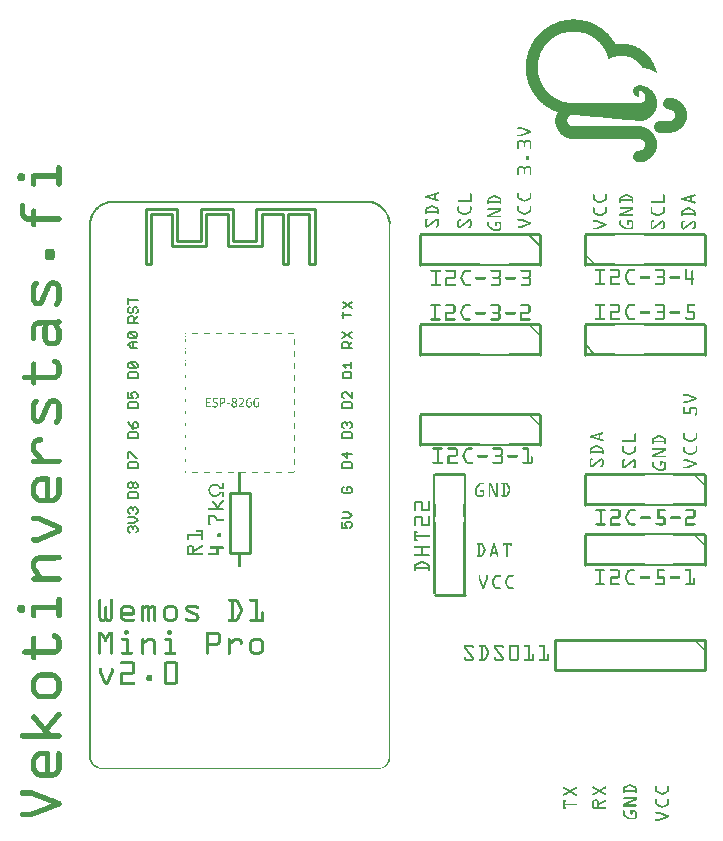
<source format=gto>
G04 MADE WITH FRITZING*
G04 WWW.FRITZING.ORG*
G04 DOUBLE SIDED*
G04 HOLES PLATED*
G04 CONTOUR ON CENTER OF CONTOUR VECTOR*
%ASAXBY*%
%FSLAX23Y23*%
%MOIN*%
%OFA0B0*%
%SFA1.0B1.0*%
%ADD10C,0.010000*%
%ADD11C,0.005000*%
%ADD12C,0.005556*%
%ADD13R,0.001000X0.001000*%
%LNSILK1*%
G90*
G70*
G54D10*
X838Y1139D02*
X838Y939D01*
D02*
X838Y939D02*
X772Y939D01*
D02*
X772Y939D02*
X772Y1139D01*
D02*
X772Y1139D02*
X838Y1139D01*
D02*
X2355Y1598D02*
X2355Y1698D01*
D02*
X1955Y1698D02*
X1955Y1598D01*
G54D11*
D02*
X1990Y1598D02*
X1955Y1633D01*
G54D10*
D02*
X2355Y1898D02*
X2355Y1998D01*
D02*
X1955Y1998D02*
X1955Y1898D01*
D02*
X1955Y1198D02*
X1955Y1098D01*
D02*
X2355Y1098D02*
X2355Y1198D01*
D02*
X1406Y1697D02*
X1406Y1597D01*
D02*
X1806Y1597D02*
X1806Y1697D01*
D02*
X1406Y1397D02*
X1406Y1297D01*
D02*
X1806Y1297D02*
X1806Y1397D01*
D02*
X1406Y1997D02*
X1406Y1897D01*
D02*
X1806Y1897D02*
X1806Y1997D01*
G54D11*
D02*
X1771Y1997D02*
X1806Y1962D01*
G54D10*
D02*
X1955Y998D02*
X1955Y898D01*
D02*
X2355Y898D02*
X2355Y998D01*
D02*
X1455Y798D02*
X1555Y798D01*
D02*
X2355Y648D02*
X1855Y648D01*
D02*
X1855Y648D02*
X1855Y548D01*
D02*
X1855Y548D02*
X2355Y548D01*
D02*
X2355Y548D02*
X2355Y648D01*
X492Y2085D02*
X595Y2085D01*
X595Y1978D01*
X676Y1978D01*
X676Y2085D01*
X782Y2085D01*
X782Y1978D01*
X861Y1978D01*
X861Y2085D01*
X1057Y2085D01*
X1057Y1901D01*
X1035Y1901D01*
X1035Y2068D01*
X965Y2068D01*
X965Y1901D01*
X949Y1901D01*
X949Y2068D01*
X878Y2068D01*
X878Y1961D01*
X765Y1961D01*
X765Y2068D01*
X693Y2068D01*
X693Y1961D01*
X578Y1961D01*
X578Y2068D01*
X508Y2068D01*
X508Y1901D01*
X492Y1901D01*
X492Y2085D01*
D02*
G54D12*
X465Y1706D02*
X433Y1706D01*
X433Y1706D02*
X433Y1721D01*
X433Y1722D02*
X438Y1727D01*
X438Y1727D02*
X449Y1727D01*
X450Y1727D02*
X454Y1722D01*
X454Y1722D02*
X454Y1707D01*
X454Y1716D02*
X465Y1727D01*
X438Y1758D02*
X433Y1753D01*
X433Y1752D02*
X433Y1743D01*
X433Y1742D02*
X438Y1737D01*
X438Y1737D02*
X443Y1737D01*
X444Y1737D02*
X449Y1742D01*
X450Y1742D02*
X450Y1751D01*
X450Y1752D02*
X454Y1757D01*
X454Y1758D02*
X459Y1758D01*
X459Y1758D02*
X464Y1753D01*
X465Y1752D02*
X465Y1743D01*
X465Y1742D02*
X459Y1737D01*
X465Y1780D02*
X433Y1780D01*
X433Y1769D02*
X433Y1789D01*
D02*
X463Y1622D02*
X443Y1622D01*
X444Y1622D02*
X435Y1631D01*
X434Y1631D02*
X443Y1642D01*
X444Y1642D02*
X464Y1642D01*
X450Y1622D02*
X450Y1642D01*
X459Y1653D02*
X438Y1653D01*
X438Y1653D02*
X434Y1658D01*
X434Y1659D02*
X434Y1668D01*
X434Y1669D02*
X438Y1674D01*
X438Y1674D02*
X460Y1674D01*
X459Y1674D02*
X463Y1669D01*
X463Y1669D02*
X463Y1660D01*
X463Y1659D02*
X459Y1653D01*
X459Y1653D02*
X437Y1673D01*
D02*
X433Y1522D02*
X464Y1522D01*
X465Y1522D02*
X465Y1537D01*
X465Y1537D02*
X459Y1542D01*
X459Y1542D02*
X438Y1542D01*
X438Y1542D02*
X433Y1537D01*
X433Y1537D02*
X433Y1522D01*
X459Y1553D02*
X438Y1553D01*
X438Y1553D02*
X433Y1558D01*
X433Y1559D02*
X433Y1568D01*
X433Y1569D02*
X438Y1574D01*
X438Y1574D02*
X458Y1574D01*
X459Y1574D02*
X464Y1569D01*
X465Y1569D02*
X465Y1560D01*
X465Y1559D02*
X460Y1554D01*
X459Y1553D02*
X439Y1573D01*
D02*
X433Y1422D02*
X464Y1422D01*
X465Y1422D02*
X465Y1437D01*
X465Y1437D02*
X460Y1442D01*
X459Y1442D02*
X438Y1442D01*
X438Y1442D02*
X433Y1437D01*
X433Y1437D02*
X433Y1422D01*
X433Y1474D02*
X433Y1454D01*
X433Y1453D02*
X448Y1453D01*
X448Y1453D02*
X443Y1464D01*
X443Y1463D02*
X443Y1467D01*
X443Y1469D02*
X448Y1474D01*
X448Y1474D02*
X459Y1474D01*
X459Y1474D02*
X464Y1469D01*
X465Y1469D02*
X465Y1459D01*
X465Y1459D02*
X460Y1454D01*
D02*
X433Y1322D02*
X464Y1322D01*
X465Y1322D02*
X465Y1337D01*
X465Y1337D02*
X460Y1342D01*
X459Y1342D02*
X438Y1342D01*
X438Y1342D02*
X433Y1337D01*
X433Y1337D02*
X433Y1322D01*
X433Y1374D02*
X438Y1365D01*
X438Y1363D02*
X449Y1352D01*
X450Y1353D02*
X459Y1353D01*
X459Y1353D02*
X464Y1358D01*
X465Y1359D02*
X465Y1368D01*
X465Y1369D02*
X460Y1374D01*
X459Y1374D02*
X454Y1374D01*
X454Y1374D02*
X450Y1369D01*
X450Y1369D02*
X450Y1354D01*
D02*
X433Y1222D02*
X464Y1222D01*
X465Y1222D02*
X465Y1237D01*
X465Y1237D02*
X460Y1242D01*
X459Y1242D02*
X438Y1242D01*
X438Y1242D02*
X433Y1237D01*
X433Y1237D02*
X433Y1222D01*
X433Y1253D02*
X433Y1273D01*
X433Y1274D02*
X438Y1274D01*
X438Y1274D02*
X458Y1254D01*
X459Y1253D02*
X464Y1253D01*
D02*
X433Y1122D02*
X464Y1122D01*
X465Y1122D02*
X465Y1137D01*
X465Y1137D02*
X460Y1142D01*
X459Y1142D02*
X438Y1142D01*
X438Y1142D02*
X433Y1137D01*
X433Y1137D02*
X433Y1122D01*
X438Y1153D02*
X433Y1158D01*
X433Y1159D02*
X433Y1168D01*
X433Y1169D02*
X438Y1174D01*
X438Y1174D02*
X443Y1174D01*
X444Y1174D02*
X449Y1169D01*
X450Y1169D02*
X455Y1174D01*
X455Y1174D02*
X459Y1174D01*
X459Y1174D02*
X464Y1169D01*
X465Y1169D02*
X465Y1160D01*
X465Y1159D02*
X459Y1153D01*
X459Y1153D02*
X455Y1153D01*
X455Y1153D02*
X450Y1158D01*
X450Y1159D02*
X444Y1153D01*
X444Y1153D02*
X438Y1153D01*
X450Y1159D02*
X450Y1168D01*
D02*
X438Y1006D02*
X433Y1011D01*
X433Y1012D02*
X433Y1021D01*
X433Y1022D02*
X438Y1027D01*
X438Y1027D02*
X442Y1027D01*
X443Y1027D02*
X448Y1022D01*
X448Y1022D02*
X448Y1017D01*
X448Y1022D02*
X453Y1027D01*
X454Y1027D02*
X459Y1027D01*
X459Y1027D02*
X464Y1022D01*
X465Y1022D02*
X465Y1013D01*
X465Y1012D02*
X460Y1007D01*
X433Y1037D02*
X453Y1037D01*
X454Y1037D02*
X465Y1048D01*
X465Y1048D02*
X454Y1057D01*
X454Y1058D02*
X433Y1058D01*
X438Y1069D02*
X433Y1074D01*
X433Y1074D02*
X433Y1085D01*
X433Y1085D02*
X438Y1089D01*
X438Y1090D02*
X442Y1090D01*
X443Y1090D02*
X448Y1086D01*
X448Y1085D02*
X448Y1080D01*
X448Y1085D02*
X453Y1089D01*
X454Y1090D02*
X459Y1090D01*
X459Y1090D02*
X464Y1086D01*
X465Y1085D02*
X465Y1074D01*
X465Y1074D02*
X460Y1069D01*
D02*
X1147Y1042D02*
X1147Y1022D01*
X1147Y1022D02*
X1162Y1022D01*
X1162Y1022D02*
X1157Y1031D01*
X1157Y1031D02*
X1157Y1036D01*
X1157Y1037D02*
X1162Y1042D01*
X1162Y1042D02*
X1173Y1042D01*
X1173Y1042D02*
X1178Y1037D01*
X1179Y1037D02*
X1179Y1028D01*
X1179Y1027D02*
X1174Y1022D01*
X1147Y1053D02*
X1167Y1053D01*
X1168Y1053D02*
X1179Y1064D01*
X1179Y1063D02*
X1168Y1072D01*
X1168Y1074D02*
X1148Y1074D01*
D02*
X1152Y1158D02*
X1147Y1153D01*
X1147Y1152D02*
X1147Y1143D01*
X1147Y1142D02*
X1152Y1137D01*
X1152Y1137D02*
X1172Y1137D01*
X1173Y1137D02*
X1178Y1142D01*
X1179Y1142D02*
X1179Y1151D01*
X1179Y1152D02*
X1174Y1157D01*
X1173Y1158D02*
X1162Y1158D01*
X1162Y1158D02*
X1162Y1147D01*
D02*
X1147Y1222D02*
X1178Y1222D01*
X1179Y1222D02*
X1179Y1237D01*
X1179Y1237D02*
X1174Y1242D01*
X1173Y1242D02*
X1153Y1242D01*
X1152Y1242D02*
X1147Y1237D01*
X1147Y1237D02*
X1147Y1222D01*
X1179Y1269D02*
X1148Y1269D01*
X1147Y1269D02*
X1163Y1254D01*
X1163Y1253D02*
X1163Y1273D01*
D02*
X1147Y1322D02*
X1178Y1322D01*
X1179Y1322D02*
X1179Y1337D01*
X1179Y1337D02*
X1174Y1342D01*
X1173Y1342D02*
X1153Y1342D01*
X1152Y1342D02*
X1147Y1337D01*
X1147Y1337D02*
X1147Y1322D01*
X1152Y1353D02*
X1147Y1358D01*
X1147Y1359D02*
X1147Y1368D01*
X1147Y1369D02*
X1152Y1374D01*
X1152Y1374D02*
X1156Y1374D01*
X1157Y1374D02*
X1162Y1369D01*
X1162Y1369D02*
X1162Y1365D01*
X1162Y1369D02*
X1167Y1374D01*
X1168Y1374D02*
X1173Y1374D01*
X1173Y1374D02*
X1178Y1369D01*
X1179Y1369D02*
X1179Y1360D01*
X1179Y1359D02*
X1174Y1354D01*
D02*
X1147Y1422D02*
X1178Y1422D01*
X1179Y1422D02*
X1179Y1437D01*
X1179Y1437D02*
X1174Y1442D01*
X1173Y1442D02*
X1153Y1442D01*
X1152Y1442D02*
X1147Y1437D01*
X1147Y1437D02*
X1147Y1422D01*
X1179Y1474D02*
X1179Y1454D01*
X1179Y1453D02*
X1159Y1473D01*
X1158Y1474D02*
X1153Y1474D01*
X1152Y1474D02*
X1147Y1469D01*
X1147Y1469D02*
X1147Y1459D01*
X1147Y1459D02*
X1152Y1454D01*
D02*
X1148Y1522D02*
X1177Y1522D01*
X1177Y1522D02*
X1177Y1537D01*
X1177Y1537D02*
X1173Y1542D01*
X1173Y1542D02*
X1153Y1542D01*
X1152Y1542D02*
X1148Y1537D01*
X1148Y1537D02*
X1148Y1522D01*
X1158Y1553D02*
X1149Y1564D01*
X1148Y1563D02*
X1177Y1563D01*
X1177Y1553D02*
X1177Y1573D01*
D02*
X1179Y1622D02*
X1148Y1622D01*
X1147Y1622D02*
X1147Y1637D01*
X1147Y1637D02*
X1152Y1642D01*
X1152Y1642D02*
X1163Y1642D01*
X1163Y1642D02*
X1167Y1637D01*
X1168Y1637D02*
X1168Y1622D01*
X1168Y1631D02*
X1179Y1642D01*
X1147Y1653D02*
X1178Y1673D01*
X1147Y1674D02*
X1178Y1654D01*
D02*
X1177Y1731D02*
X1147Y1731D01*
X1148Y1722D02*
X1148Y1742D01*
X1148Y1753D02*
X1178Y1773D01*
X1148Y1774D02*
X1178Y1754D01*
D02*
G54D13*
X1910Y2716D02*
X1924Y2716D01*
X1899Y2715D02*
X1937Y2715D01*
X1892Y2714D02*
X1944Y2714D01*
X1887Y2713D02*
X1949Y2713D01*
X1882Y2712D02*
X1954Y2712D01*
X1878Y2711D02*
X1958Y2711D01*
X1874Y2710D02*
X1962Y2710D01*
X1871Y2709D02*
X1965Y2709D01*
X1868Y2708D02*
X1968Y2708D01*
X1865Y2707D02*
X1971Y2707D01*
X1862Y2706D02*
X1974Y2706D01*
X1860Y2705D02*
X1976Y2705D01*
X1857Y2704D02*
X1979Y2704D01*
X1855Y2703D02*
X1981Y2703D01*
X1853Y2702D02*
X1983Y2702D01*
X1851Y2701D02*
X1985Y2701D01*
X1848Y2700D02*
X1987Y2700D01*
X1846Y2699D02*
X1990Y2699D01*
X1845Y2698D02*
X1991Y2698D01*
X1843Y2697D02*
X1993Y2697D01*
X1841Y2696D02*
X1995Y2696D01*
X1839Y2695D02*
X1997Y2695D01*
X1837Y2694D02*
X1999Y2694D01*
X1836Y2693D02*
X2000Y2693D01*
X1834Y2692D02*
X2002Y2692D01*
X1833Y2691D02*
X2003Y2691D01*
X1831Y2690D02*
X2005Y2690D01*
X1829Y2689D02*
X2007Y2689D01*
X1828Y2688D02*
X2008Y2688D01*
X1827Y2687D02*
X2009Y2687D01*
X1825Y2686D02*
X2011Y2686D01*
X1824Y2685D02*
X2012Y2685D01*
X1822Y2684D02*
X2013Y2684D01*
X1821Y2683D02*
X2015Y2683D01*
X1820Y2682D02*
X2016Y2682D01*
X1819Y2681D02*
X2017Y2681D01*
X1817Y2680D02*
X2019Y2680D01*
X1816Y2679D02*
X2020Y2679D01*
X1815Y2678D02*
X2021Y2678D01*
X1814Y2677D02*
X2022Y2677D01*
X1813Y2676D02*
X2023Y2676D01*
X1812Y2675D02*
X1903Y2675D01*
X1933Y2675D02*
X2024Y2675D01*
X1810Y2674D02*
X1896Y2674D01*
X1940Y2674D02*
X2026Y2674D01*
X1809Y2673D02*
X1891Y2673D01*
X1944Y2673D02*
X2027Y2673D01*
X1808Y2672D02*
X1887Y2672D01*
X1949Y2672D02*
X2028Y2672D01*
X1807Y2671D02*
X1883Y2671D01*
X1952Y2671D02*
X2029Y2671D01*
X1806Y2670D02*
X1880Y2670D01*
X1955Y2670D02*
X2030Y2670D01*
X1805Y2669D02*
X1877Y2669D01*
X1959Y2669D02*
X2031Y2669D01*
X1804Y2668D02*
X1874Y2668D01*
X1961Y2668D02*
X2032Y2668D01*
X1803Y2667D02*
X1872Y2667D01*
X1964Y2667D02*
X2033Y2667D01*
X1802Y2666D02*
X1869Y2666D01*
X1966Y2666D02*
X2034Y2666D01*
X1801Y2665D02*
X1867Y2665D01*
X1968Y2665D02*
X2034Y2665D01*
X1801Y2664D02*
X1865Y2664D01*
X1970Y2664D02*
X2035Y2664D01*
X1800Y2663D02*
X1863Y2663D01*
X1972Y2663D02*
X2036Y2663D01*
X1799Y2662D02*
X1861Y2662D01*
X1974Y2662D02*
X2037Y2662D01*
X1798Y2661D02*
X1859Y2661D01*
X1976Y2661D02*
X2038Y2661D01*
X1797Y2660D02*
X1858Y2660D01*
X1978Y2660D02*
X2039Y2660D01*
X1796Y2659D02*
X1856Y2659D01*
X1980Y2659D02*
X2040Y2659D01*
X1795Y2658D02*
X1854Y2658D01*
X1981Y2658D02*
X2041Y2658D01*
X1795Y2657D02*
X1853Y2657D01*
X1983Y2657D02*
X2041Y2657D01*
X1794Y2656D02*
X1851Y2656D01*
X1984Y2656D02*
X2042Y2656D01*
X1793Y2655D02*
X1850Y2655D01*
X1986Y2655D02*
X2043Y2655D01*
X1792Y2654D02*
X1848Y2654D01*
X1987Y2654D02*
X2044Y2654D01*
X1791Y2653D02*
X1847Y2653D01*
X1989Y2653D02*
X2044Y2653D01*
X1791Y2652D02*
X1845Y2652D01*
X1990Y2652D02*
X2045Y2652D01*
X1790Y2651D02*
X1844Y2651D01*
X1991Y2651D02*
X2046Y2651D01*
X1789Y2650D02*
X1843Y2650D01*
X1993Y2650D02*
X2047Y2650D01*
X1788Y2649D02*
X1842Y2649D01*
X1994Y2649D02*
X2047Y2649D01*
X1788Y2648D02*
X1840Y2648D01*
X1995Y2648D02*
X2048Y2648D01*
X1787Y2647D02*
X1839Y2647D01*
X1996Y2647D02*
X2049Y2647D01*
X1786Y2646D02*
X1838Y2646D01*
X1997Y2646D02*
X2049Y2646D01*
X1786Y2645D02*
X1837Y2645D01*
X1998Y2645D02*
X2050Y2645D01*
X1785Y2644D02*
X1836Y2644D01*
X2000Y2644D02*
X2051Y2644D01*
X1784Y2643D02*
X1835Y2643D01*
X2001Y2643D02*
X2051Y2643D01*
X1784Y2642D02*
X1834Y2642D01*
X2002Y2642D02*
X2052Y2642D01*
X1783Y2641D02*
X1833Y2641D01*
X2003Y2641D02*
X2053Y2641D01*
X1782Y2640D02*
X1832Y2640D01*
X2004Y2640D02*
X2053Y2640D01*
X1782Y2639D02*
X1831Y2639D01*
X2005Y2639D02*
X2054Y2639D01*
X1781Y2638D02*
X1830Y2638D01*
X2006Y2638D02*
X2054Y2638D01*
X1781Y2637D02*
X1829Y2637D01*
X2006Y2637D02*
X2055Y2637D01*
X1780Y2636D02*
X1828Y2636D01*
X2007Y2636D02*
X2056Y2636D01*
X1780Y2635D02*
X1827Y2635D01*
X2008Y2635D02*
X2056Y2635D01*
X2062Y2635D02*
X2089Y2635D01*
X1779Y2634D02*
X1826Y2634D01*
X2009Y2634D02*
X2097Y2634D01*
X1778Y2633D02*
X1825Y2633D01*
X2010Y2633D02*
X2102Y2633D01*
X1778Y2632D02*
X1825Y2632D01*
X2011Y2632D02*
X2106Y2632D01*
X1777Y2631D02*
X1824Y2631D01*
X2012Y2631D02*
X2110Y2631D01*
X1777Y2630D02*
X1823Y2630D01*
X2012Y2630D02*
X2113Y2630D01*
X1776Y2629D02*
X1822Y2629D01*
X2013Y2629D02*
X2116Y2629D01*
X1776Y2628D02*
X1822Y2628D01*
X2014Y2628D02*
X2119Y2628D01*
X1775Y2627D02*
X1821Y2627D01*
X2015Y2627D02*
X2121Y2627D01*
X1775Y2626D02*
X1820Y2626D01*
X2015Y2626D02*
X2124Y2626D01*
X1774Y2625D02*
X1819Y2625D01*
X2016Y2625D02*
X2126Y2625D01*
X1774Y2624D02*
X1819Y2624D01*
X2017Y2624D02*
X2128Y2624D01*
X1773Y2623D02*
X1818Y2623D01*
X2018Y2623D02*
X2130Y2623D01*
X1773Y2622D02*
X1817Y2622D01*
X2018Y2622D02*
X2132Y2622D01*
X1773Y2621D02*
X1817Y2621D01*
X2019Y2621D02*
X2134Y2621D01*
X1772Y2620D02*
X1816Y2620D01*
X2020Y2620D02*
X2136Y2620D01*
X1772Y2619D02*
X1815Y2619D01*
X2020Y2619D02*
X2138Y2619D01*
X1771Y2618D02*
X1815Y2618D01*
X2021Y2618D02*
X2139Y2618D01*
X1771Y2617D02*
X1814Y2617D01*
X2021Y2617D02*
X2141Y2617D01*
X1770Y2616D02*
X1814Y2616D01*
X2022Y2616D02*
X2142Y2616D01*
X1770Y2615D02*
X1813Y2615D01*
X2023Y2615D02*
X2144Y2615D01*
X1770Y2614D02*
X1813Y2614D01*
X2023Y2614D02*
X2145Y2614D01*
X1769Y2613D02*
X1812Y2613D01*
X2024Y2613D02*
X2147Y2613D01*
X1769Y2612D02*
X1812Y2612D01*
X2024Y2612D02*
X2148Y2612D01*
X1768Y2611D02*
X1811Y2611D01*
X2025Y2611D02*
X2149Y2611D01*
X1768Y2610D02*
X1811Y2610D01*
X2025Y2610D02*
X2151Y2610D01*
X1768Y2609D02*
X1810Y2609D01*
X2026Y2609D02*
X2152Y2609D01*
X1767Y2608D02*
X1810Y2608D01*
X2026Y2608D02*
X2153Y2608D01*
X1767Y2607D02*
X1809Y2607D01*
X2027Y2607D02*
X2154Y2607D01*
X1767Y2606D02*
X1809Y2606D01*
X2027Y2606D02*
X2155Y2606D01*
X1766Y2605D02*
X1808Y2605D01*
X2028Y2605D02*
X2157Y2605D01*
X1766Y2604D02*
X1808Y2604D01*
X2028Y2604D02*
X2158Y2604D01*
X1766Y2603D02*
X1807Y2603D01*
X2029Y2603D02*
X2159Y2603D01*
X1766Y2602D02*
X1807Y2602D01*
X2029Y2602D02*
X2160Y2602D01*
X1765Y2601D02*
X1807Y2601D01*
X2029Y2601D02*
X2161Y2601D01*
X1765Y2600D02*
X1806Y2600D01*
X2030Y2600D02*
X2162Y2600D01*
X1765Y2599D02*
X1806Y2599D01*
X2030Y2599D02*
X2163Y2599D01*
X1764Y2598D02*
X1805Y2598D01*
X2031Y2598D02*
X2164Y2598D01*
X1764Y2597D02*
X1805Y2597D01*
X2031Y2597D02*
X2165Y2597D01*
X1764Y2596D02*
X1805Y2596D01*
X2031Y2596D02*
X2166Y2596D01*
X1764Y2595D02*
X1804Y2595D01*
X2032Y2595D02*
X2070Y2595D01*
X2085Y2595D02*
X2166Y2595D01*
X1763Y2594D02*
X1804Y2594D01*
X2032Y2594D02*
X2063Y2594D01*
X2093Y2594D02*
X2167Y2594D01*
X1763Y2593D02*
X1804Y2593D01*
X2032Y2593D02*
X2058Y2593D01*
X2098Y2593D02*
X2168Y2593D01*
X1763Y2592D02*
X1803Y2592D01*
X2033Y2592D02*
X2054Y2592D01*
X2101Y2592D02*
X2169Y2592D01*
X1763Y2591D02*
X1803Y2591D01*
X2033Y2591D02*
X2051Y2591D01*
X2104Y2591D02*
X2170Y2591D01*
X1762Y2590D02*
X1803Y2590D01*
X2033Y2590D02*
X2048Y2590D01*
X2107Y2590D02*
X2171Y2590D01*
X1762Y2589D02*
X1803Y2589D01*
X2034Y2589D02*
X2046Y2589D01*
X2110Y2589D02*
X2171Y2589D01*
X1762Y2588D02*
X1802Y2588D01*
X2034Y2588D02*
X2044Y2588D01*
X2112Y2588D02*
X2172Y2588D01*
X1762Y2587D02*
X1802Y2587D01*
X2034Y2587D02*
X2042Y2587D01*
X2114Y2587D02*
X2173Y2587D01*
X1762Y2586D02*
X1802Y2586D01*
X2034Y2586D02*
X2040Y2586D01*
X2116Y2586D02*
X2174Y2586D01*
X1761Y2585D02*
X1802Y2585D01*
X2035Y2585D02*
X2038Y2585D01*
X2118Y2585D02*
X2175Y2585D01*
X1761Y2584D02*
X1801Y2584D01*
X2035Y2584D02*
X2036Y2584D01*
X2119Y2584D02*
X2175Y2584D01*
X1761Y2583D02*
X1801Y2583D01*
X2121Y2583D02*
X2176Y2583D01*
X1761Y2582D02*
X1801Y2582D01*
X2123Y2582D02*
X2177Y2582D01*
X1761Y2581D02*
X1801Y2581D01*
X2124Y2581D02*
X2177Y2581D01*
X1761Y2580D02*
X1800Y2580D01*
X2125Y2580D02*
X2178Y2580D01*
X1760Y2579D02*
X1800Y2579D01*
X2127Y2579D02*
X2179Y2579D01*
X1760Y2578D02*
X1800Y2578D01*
X2128Y2578D02*
X2179Y2578D01*
X1760Y2577D02*
X1800Y2577D01*
X2129Y2577D02*
X2180Y2577D01*
X1760Y2576D02*
X1800Y2576D01*
X2130Y2576D02*
X2180Y2576D01*
X1760Y2575D02*
X1800Y2575D01*
X2132Y2575D02*
X2181Y2575D01*
X1760Y2574D02*
X1799Y2574D01*
X2133Y2574D02*
X2182Y2574D01*
X1760Y2573D02*
X1799Y2573D01*
X2134Y2573D02*
X2182Y2573D01*
X1760Y2572D02*
X1799Y2572D01*
X2135Y2572D02*
X2183Y2572D01*
X1760Y2571D02*
X1799Y2571D01*
X2136Y2571D02*
X2183Y2571D01*
X1759Y2570D02*
X1799Y2570D01*
X2137Y2570D02*
X2184Y2570D01*
X1759Y2569D02*
X1799Y2569D01*
X2138Y2569D02*
X2184Y2569D01*
X1759Y2568D02*
X1799Y2568D01*
X2139Y2568D02*
X2185Y2568D01*
X1759Y2567D02*
X1799Y2567D01*
X2139Y2567D02*
X2185Y2567D01*
X1759Y2566D02*
X1799Y2566D01*
X2140Y2566D02*
X2186Y2566D01*
X1759Y2565D02*
X1799Y2565D01*
X2141Y2565D02*
X2186Y2565D01*
X1759Y2564D02*
X1798Y2564D01*
X2142Y2564D02*
X2187Y2564D01*
X1759Y2563D02*
X1798Y2563D01*
X2143Y2563D02*
X2187Y2563D01*
X1759Y2562D02*
X1798Y2562D01*
X2143Y2562D02*
X2188Y2562D01*
X1759Y2561D02*
X1798Y2561D01*
X2144Y2561D02*
X2188Y2561D01*
X1759Y2560D02*
X1798Y2560D01*
X2145Y2560D02*
X2188Y2560D01*
X1759Y2559D02*
X1798Y2559D01*
X2145Y2559D02*
X2189Y2559D01*
X1759Y2558D02*
X1798Y2558D01*
X2146Y2558D02*
X2189Y2558D01*
X1759Y2557D02*
X1798Y2557D01*
X2147Y2557D02*
X2190Y2557D01*
X1759Y2556D02*
X1798Y2556D01*
X2147Y2556D02*
X2190Y2556D01*
X1759Y2555D02*
X1798Y2555D01*
X2148Y2555D02*
X2190Y2555D01*
X1759Y2554D02*
X1798Y2554D01*
X2156Y2554D02*
X2191Y2554D01*
X1759Y2553D02*
X1798Y2553D01*
X2161Y2553D02*
X2191Y2553D01*
X1759Y2552D02*
X1798Y2552D01*
X2165Y2552D02*
X2191Y2552D01*
X1759Y2551D02*
X1798Y2551D01*
X2168Y2551D02*
X2192Y2551D01*
X1759Y2550D02*
X1798Y2550D01*
X2171Y2550D02*
X2192Y2550D01*
X1759Y2549D02*
X1798Y2549D01*
X2174Y2549D02*
X2192Y2549D01*
X1759Y2548D02*
X1798Y2548D01*
X2176Y2548D02*
X2193Y2548D01*
X1759Y2547D02*
X1799Y2547D01*
X2179Y2547D02*
X2193Y2547D01*
X1759Y2546D02*
X1799Y2546D01*
X2181Y2546D02*
X2193Y2546D01*
X1759Y2545D02*
X1799Y2545D01*
X2183Y2545D02*
X2194Y2545D01*
X1759Y2544D02*
X1799Y2544D01*
X2185Y2544D02*
X2194Y2544D01*
X1759Y2543D02*
X1799Y2543D01*
X2187Y2543D02*
X2194Y2543D01*
X1760Y2542D02*
X1799Y2542D01*
X2189Y2542D02*
X2194Y2542D01*
X1760Y2541D02*
X1799Y2541D01*
X2190Y2541D02*
X2195Y2541D01*
X1760Y2540D02*
X1799Y2540D01*
X2192Y2540D02*
X2195Y2540D01*
X1760Y2539D02*
X1799Y2539D01*
X2193Y2539D02*
X2195Y2539D01*
X1760Y2538D02*
X1800Y2538D01*
X2195Y2538D02*
X2195Y2538D01*
X1760Y2537D02*
X1800Y2537D01*
X1760Y2536D02*
X1800Y2536D01*
X1760Y2535D02*
X1800Y2535D01*
X1760Y2534D02*
X1800Y2534D01*
X1761Y2533D02*
X1800Y2533D01*
X1761Y2532D02*
X1801Y2532D01*
X1761Y2531D02*
X1801Y2531D01*
X1761Y2530D02*
X1801Y2530D01*
X1761Y2529D02*
X1801Y2529D01*
X1761Y2528D02*
X1802Y2528D01*
X1762Y2527D02*
X1802Y2527D01*
X1762Y2526D02*
X1802Y2526D01*
X1762Y2525D02*
X1802Y2525D01*
X1762Y2524D02*
X1803Y2524D01*
X1762Y2523D02*
X1803Y2523D01*
X1763Y2522D02*
X1803Y2522D01*
X1763Y2521D02*
X1803Y2521D01*
X1763Y2520D02*
X1804Y2520D01*
X1763Y2519D02*
X1804Y2519D01*
X1764Y2518D02*
X1805Y2518D01*
X1764Y2517D02*
X1805Y2517D01*
X1764Y2516D02*
X1805Y2516D01*
X1764Y2515D02*
X1806Y2515D01*
X1765Y2514D02*
X1806Y2514D01*
X1765Y2513D02*
X1806Y2513D01*
X1765Y2512D02*
X1807Y2512D01*
X1766Y2511D02*
X1807Y2511D01*
X1766Y2510D02*
X1808Y2510D01*
X1766Y2509D02*
X1808Y2509D01*
X1766Y2508D02*
X1808Y2508D01*
X1767Y2507D02*
X1809Y2507D01*
X1767Y2506D02*
X1809Y2506D01*
X1767Y2505D02*
X1810Y2505D01*
X1768Y2504D02*
X1810Y2504D01*
X1768Y2503D02*
X1811Y2503D01*
X1769Y2502D02*
X1811Y2502D01*
X1769Y2501D02*
X1812Y2501D01*
X1769Y2500D02*
X1812Y2500D01*
X1770Y2499D02*
X1813Y2499D01*
X1770Y2498D02*
X1813Y2498D01*
X1770Y2497D02*
X1814Y2497D01*
X1771Y2496D02*
X1815Y2496D01*
X2132Y2496D02*
X2145Y2496D01*
X1771Y2495D02*
X1815Y2495D01*
X2129Y2495D02*
X2150Y2495D01*
X1772Y2494D02*
X1816Y2494D01*
X2127Y2494D02*
X2153Y2494D01*
X1772Y2493D02*
X1816Y2493D01*
X2125Y2493D02*
X2156Y2493D01*
X1773Y2492D02*
X1817Y2492D01*
X2124Y2492D02*
X2158Y2492D01*
X1773Y2491D02*
X1818Y2491D01*
X2123Y2491D02*
X2161Y2491D01*
X1774Y2490D02*
X1818Y2490D01*
X2122Y2490D02*
X2163Y2490D01*
X1774Y2489D02*
X1819Y2489D01*
X2121Y2489D02*
X2165Y2489D01*
X1775Y2488D02*
X1820Y2488D01*
X2120Y2488D02*
X2166Y2488D01*
X1775Y2487D02*
X1820Y2487D01*
X2120Y2487D02*
X2168Y2487D01*
X1775Y2486D02*
X1821Y2486D01*
X2119Y2486D02*
X2169Y2486D01*
X1776Y2485D02*
X1822Y2485D01*
X2119Y2485D02*
X2171Y2485D01*
X1776Y2484D02*
X1823Y2484D01*
X2119Y2484D02*
X2172Y2484D01*
X1777Y2483D02*
X1823Y2483D01*
X2118Y2483D02*
X2173Y2483D01*
X1778Y2482D02*
X1824Y2482D01*
X2118Y2482D02*
X2175Y2482D01*
X1778Y2481D02*
X1825Y2481D01*
X2118Y2481D02*
X2176Y2481D01*
X1779Y2480D02*
X1826Y2480D01*
X2118Y2480D02*
X2177Y2480D01*
X1779Y2479D02*
X1827Y2479D01*
X2117Y2479D02*
X2178Y2479D01*
X1780Y2478D02*
X1828Y2478D01*
X2117Y2478D02*
X2136Y2478D01*
X2142Y2478D02*
X2179Y2478D01*
X1780Y2477D02*
X1828Y2477D01*
X2117Y2477D02*
X2136Y2477D01*
X2145Y2477D02*
X2180Y2477D01*
X1781Y2476D02*
X1829Y2476D01*
X2117Y2476D02*
X2136Y2476D01*
X2147Y2476D02*
X2181Y2476D01*
X1781Y2475D02*
X1830Y2475D01*
X2118Y2475D02*
X2136Y2475D01*
X2148Y2475D02*
X2182Y2475D01*
X1782Y2474D02*
X1831Y2474D01*
X2118Y2474D02*
X2136Y2474D01*
X2149Y2474D02*
X2182Y2474D01*
X1783Y2473D02*
X1832Y2473D01*
X2118Y2473D02*
X2136Y2473D01*
X2151Y2473D02*
X2183Y2473D01*
X1783Y2472D02*
X1833Y2472D01*
X2118Y2472D02*
X2136Y2472D01*
X2151Y2472D02*
X2184Y2472D01*
X1784Y2471D02*
X1834Y2471D01*
X2118Y2471D02*
X2136Y2471D01*
X2152Y2471D02*
X2185Y2471D01*
X1785Y2470D02*
X1835Y2470D01*
X2119Y2470D02*
X2136Y2470D01*
X2153Y2470D02*
X2185Y2470D01*
X1785Y2469D02*
X1836Y2469D01*
X2119Y2469D02*
X2136Y2469D01*
X2154Y2469D02*
X2186Y2469D01*
X1786Y2468D02*
X1837Y2468D01*
X2120Y2468D02*
X2136Y2468D01*
X2154Y2468D02*
X2187Y2468D01*
X1787Y2467D02*
X1838Y2467D01*
X2120Y2467D02*
X2136Y2467D01*
X2155Y2467D02*
X2187Y2467D01*
X1787Y2466D02*
X1840Y2466D01*
X2121Y2466D02*
X2136Y2466D01*
X2155Y2466D02*
X2188Y2466D01*
X1788Y2465D02*
X1841Y2465D01*
X2122Y2465D02*
X2136Y2465D01*
X2156Y2465D02*
X2188Y2465D01*
X1789Y2464D02*
X1842Y2464D01*
X2122Y2464D02*
X2136Y2464D01*
X2156Y2464D02*
X2189Y2464D01*
X1789Y2463D02*
X1843Y2463D01*
X2123Y2463D02*
X2136Y2463D01*
X2156Y2463D02*
X2189Y2463D01*
X1790Y2462D02*
X1845Y2462D01*
X2125Y2462D02*
X2136Y2462D01*
X2157Y2462D02*
X2190Y2462D01*
X1791Y2461D02*
X1846Y2461D01*
X2126Y2461D02*
X2136Y2461D01*
X2157Y2461D02*
X2190Y2461D01*
X1792Y2460D02*
X1847Y2460D01*
X2128Y2460D02*
X2136Y2460D01*
X2157Y2460D02*
X2191Y2460D01*
X1793Y2459D02*
X1849Y2459D01*
X2130Y2459D02*
X2136Y2459D01*
X2157Y2459D02*
X2191Y2459D01*
X1793Y2458D02*
X1850Y2458D01*
X2135Y2458D02*
X2136Y2458D01*
X2157Y2458D02*
X2192Y2458D01*
X1794Y2457D02*
X1851Y2457D01*
X2158Y2457D02*
X2192Y2457D01*
X1795Y2456D02*
X1853Y2456D01*
X2158Y2456D02*
X2192Y2456D01*
X1796Y2455D02*
X1855Y2455D01*
X2157Y2455D02*
X2193Y2455D01*
X2237Y2455D02*
X2240Y2455D01*
X1797Y2454D02*
X1856Y2454D01*
X2157Y2454D02*
X2193Y2454D01*
X2231Y2454D02*
X2247Y2454D01*
X1797Y2453D02*
X1858Y2453D01*
X2157Y2453D02*
X2193Y2453D01*
X2228Y2453D02*
X2251Y2453D01*
X1798Y2452D02*
X1860Y2452D01*
X2157Y2452D02*
X2194Y2452D01*
X2226Y2452D02*
X2254Y2452D01*
X1799Y2451D02*
X1861Y2451D01*
X2157Y2451D02*
X2194Y2451D01*
X2225Y2451D02*
X2257Y2451D01*
X1800Y2450D02*
X1863Y2450D01*
X2157Y2450D02*
X2194Y2450D01*
X2224Y2450D02*
X2259Y2450D01*
X1801Y2449D02*
X1865Y2449D01*
X2156Y2449D02*
X2194Y2449D01*
X2223Y2449D02*
X2262Y2449D01*
X1802Y2448D02*
X1868Y2448D01*
X2156Y2448D02*
X2194Y2448D01*
X2222Y2448D02*
X2263Y2448D01*
X1803Y2447D02*
X1870Y2447D01*
X2155Y2447D02*
X2195Y2447D01*
X2221Y2447D02*
X2265Y2447D01*
X1804Y2446D02*
X1872Y2446D01*
X2155Y2446D02*
X2195Y2446D01*
X2220Y2446D02*
X2267Y2446D01*
X1805Y2445D02*
X1875Y2445D01*
X2154Y2445D02*
X2195Y2445D01*
X2220Y2445D02*
X2268Y2445D01*
X1806Y2444D02*
X1877Y2444D01*
X2153Y2444D02*
X2195Y2444D01*
X2219Y2444D02*
X2270Y2444D01*
X1807Y2443D02*
X1880Y2443D01*
X2152Y2443D02*
X2195Y2443D01*
X2219Y2443D02*
X2271Y2443D01*
X1808Y2442D02*
X1883Y2442D01*
X2151Y2442D02*
X2195Y2442D01*
X2218Y2442D02*
X2273Y2442D01*
X1809Y2441D02*
X1887Y2441D01*
X2150Y2441D02*
X2195Y2441D01*
X2218Y2441D02*
X2274Y2441D01*
X1810Y2440D02*
X1891Y2440D01*
X2149Y2440D02*
X2195Y2440D01*
X2218Y2440D02*
X2275Y2440D01*
X1811Y2439D02*
X1896Y2439D01*
X2147Y2439D02*
X2195Y2439D01*
X2218Y2439D02*
X2276Y2439D01*
X1812Y2438D02*
X1902Y2438D01*
X2144Y2438D02*
X2195Y2438D01*
X2218Y2438D02*
X2277Y2438D01*
X1813Y2437D02*
X1916Y2437D01*
X2139Y2437D02*
X2196Y2437D01*
X2217Y2437D02*
X2278Y2437D01*
X1815Y2436D02*
X2195Y2436D01*
X2217Y2436D02*
X2279Y2436D01*
X1816Y2435D02*
X2195Y2435D01*
X2217Y2435D02*
X2280Y2435D01*
X1817Y2434D02*
X2195Y2434D01*
X2218Y2434D02*
X2281Y2434D01*
X1818Y2433D02*
X2195Y2433D01*
X2218Y2433D02*
X2282Y2433D01*
X1820Y2432D02*
X2195Y2432D01*
X2218Y2432D02*
X2283Y2432D01*
X1821Y2431D02*
X2195Y2431D01*
X2218Y2431D02*
X2284Y2431D01*
X1822Y2430D02*
X2195Y2430D01*
X2218Y2430D02*
X2284Y2430D01*
X1823Y2429D02*
X2195Y2429D01*
X2218Y2429D02*
X2285Y2429D01*
X1825Y2428D02*
X2195Y2428D01*
X2219Y2428D02*
X2286Y2428D01*
X1826Y2427D02*
X2195Y2427D01*
X2219Y2427D02*
X2286Y2427D01*
X1828Y2426D02*
X2195Y2426D01*
X2220Y2426D02*
X2287Y2426D01*
X1829Y2425D02*
X2194Y2425D01*
X2220Y2425D02*
X2287Y2425D01*
X1831Y2424D02*
X2194Y2424D01*
X2221Y2424D02*
X2288Y2424D01*
X1832Y2423D02*
X2194Y2423D01*
X2222Y2423D02*
X2289Y2423D01*
X1834Y2422D02*
X2194Y2422D01*
X2223Y2422D02*
X2289Y2422D01*
X1835Y2421D02*
X2193Y2421D01*
X2224Y2421D02*
X2290Y2421D01*
X1837Y2420D02*
X2193Y2420D01*
X2225Y2420D02*
X2290Y2420D01*
X1839Y2419D02*
X2193Y2419D01*
X2226Y2419D02*
X2291Y2419D01*
X1841Y2418D02*
X2192Y2418D01*
X2228Y2418D02*
X2291Y2418D01*
X1842Y2417D02*
X2192Y2417D01*
X2231Y2417D02*
X2291Y2417D01*
X1844Y2416D02*
X2192Y2416D01*
X2238Y2416D02*
X2292Y2416D01*
X1846Y2415D02*
X2191Y2415D01*
X2243Y2415D02*
X2292Y2415D01*
X1848Y2414D02*
X2191Y2414D01*
X2246Y2414D02*
X2292Y2414D01*
X1850Y2413D02*
X2191Y2413D01*
X2248Y2413D02*
X2293Y2413D01*
X1852Y2412D02*
X2190Y2412D01*
X2249Y2412D02*
X2293Y2412D01*
X1854Y2411D02*
X2190Y2411D01*
X2250Y2411D02*
X2293Y2411D01*
X1857Y2410D02*
X2189Y2410D01*
X2251Y2410D02*
X2294Y2410D01*
X1859Y2409D02*
X2189Y2409D01*
X2252Y2409D02*
X2294Y2409D01*
X1862Y2408D02*
X2188Y2408D01*
X2253Y2408D02*
X2294Y2408D01*
X1864Y2407D02*
X2188Y2407D01*
X2253Y2407D02*
X2294Y2407D01*
X1866Y2406D02*
X2187Y2406D01*
X2254Y2406D02*
X2295Y2406D01*
X1865Y2405D02*
X2186Y2405D01*
X2254Y2405D02*
X2295Y2405D01*
X1864Y2404D02*
X2186Y2404D01*
X2255Y2404D02*
X2295Y2404D01*
X1864Y2403D02*
X2185Y2403D01*
X2255Y2403D02*
X2295Y2403D01*
X1863Y2402D02*
X2184Y2402D01*
X2255Y2402D02*
X2295Y2402D01*
X1863Y2401D02*
X2184Y2401D01*
X2256Y2401D02*
X2295Y2401D01*
X1862Y2400D02*
X2183Y2400D01*
X2256Y2400D02*
X2295Y2400D01*
X1862Y2399D02*
X2182Y2399D01*
X2256Y2399D02*
X2295Y2399D01*
X1861Y2398D02*
X1916Y2398D01*
X1918Y2398D02*
X2181Y2398D01*
X2256Y2398D02*
X2295Y2398D01*
X1861Y2397D02*
X1910Y2397D01*
X1929Y2397D02*
X2180Y2397D01*
X2256Y2397D02*
X2295Y2397D01*
X1861Y2396D02*
X1907Y2396D01*
X1940Y2396D02*
X2179Y2396D01*
X2256Y2396D02*
X2296Y2396D01*
X1860Y2395D02*
X1906Y2395D01*
X1951Y2395D02*
X2178Y2395D01*
X2256Y2395D02*
X2296Y2395D01*
X1860Y2394D02*
X1904Y2394D01*
X1961Y2394D02*
X2177Y2394D01*
X2256Y2394D02*
X2295Y2394D01*
X1860Y2393D02*
X1903Y2393D01*
X1972Y2393D02*
X2176Y2393D01*
X2256Y2393D02*
X2295Y2393D01*
X1859Y2392D02*
X1902Y2392D01*
X1983Y2392D02*
X2175Y2392D01*
X2256Y2392D02*
X2295Y2392D01*
X1859Y2391D02*
X1901Y2391D01*
X1994Y2391D02*
X2174Y2391D01*
X2255Y2391D02*
X2295Y2391D01*
X1859Y2390D02*
X1900Y2390D01*
X2005Y2390D02*
X2173Y2390D01*
X2255Y2390D02*
X2295Y2390D01*
X1859Y2389D02*
X1900Y2389D01*
X2016Y2389D02*
X2172Y2389D01*
X2255Y2389D02*
X2295Y2389D01*
X1858Y2388D02*
X1899Y2388D01*
X2027Y2388D02*
X2170Y2388D01*
X2254Y2388D02*
X2295Y2388D01*
X1858Y2387D02*
X1899Y2387D01*
X2037Y2387D02*
X2169Y2387D01*
X2254Y2387D02*
X2295Y2387D01*
X1858Y2386D02*
X1898Y2386D01*
X2048Y2386D02*
X2167Y2386D01*
X2253Y2386D02*
X2295Y2386D01*
X1858Y2385D02*
X1898Y2385D01*
X2059Y2385D02*
X2166Y2385D01*
X2253Y2385D02*
X2294Y2385D01*
X1858Y2384D02*
X1898Y2384D01*
X2070Y2384D02*
X2164Y2384D01*
X2252Y2384D02*
X2294Y2384D01*
X1858Y2383D02*
X1897Y2383D01*
X2081Y2383D02*
X2162Y2383D01*
X2251Y2383D02*
X2294Y2383D01*
X1858Y2382D02*
X1897Y2382D01*
X2092Y2382D02*
X2160Y2382D01*
X2250Y2382D02*
X2294Y2382D01*
X1858Y2381D02*
X1897Y2381D01*
X2103Y2381D02*
X2157Y2381D01*
X2249Y2381D02*
X2293Y2381D01*
X1858Y2380D02*
X1897Y2380D01*
X2113Y2380D02*
X2154Y2380D01*
X2247Y2380D02*
X2293Y2380D01*
X1858Y2379D02*
X1897Y2379D01*
X2124Y2379D02*
X2151Y2379D01*
X2245Y2379D02*
X2293Y2379D01*
X1858Y2378D02*
X1897Y2378D01*
X2135Y2378D02*
X2147Y2378D01*
X2242Y2378D02*
X2292Y2378D01*
X1858Y2377D02*
X1897Y2377D01*
X2204Y2377D02*
X2292Y2377D01*
X1858Y2376D02*
X1897Y2376D01*
X2199Y2376D02*
X2292Y2376D01*
X1858Y2375D02*
X1897Y2375D01*
X2197Y2375D02*
X2291Y2375D01*
X1858Y2374D02*
X1897Y2374D01*
X2195Y2374D02*
X2291Y2374D01*
X1858Y2373D02*
X1898Y2373D01*
X2194Y2373D02*
X2290Y2373D01*
X1858Y2372D02*
X1898Y2372D01*
X2193Y2372D02*
X2290Y2372D01*
X1858Y2371D02*
X1898Y2371D01*
X2192Y2371D02*
X2289Y2371D01*
X1858Y2370D02*
X1899Y2370D01*
X2191Y2370D02*
X2289Y2370D01*
X1858Y2369D02*
X1899Y2369D01*
X2190Y2369D02*
X2288Y2369D01*
X1858Y2368D02*
X1900Y2368D01*
X2190Y2368D02*
X2288Y2368D01*
X1858Y2367D02*
X1900Y2367D01*
X2189Y2367D02*
X2287Y2367D01*
X1859Y2366D02*
X1901Y2366D01*
X2189Y2366D02*
X2286Y2366D01*
X1859Y2365D02*
X1902Y2365D01*
X2188Y2365D02*
X2286Y2365D01*
X1859Y2364D02*
X1903Y2364D01*
X2188Y2364D02*
X2285Y2364D01*
X1859Y2363D02*
X1904Y2363D01*
X2188Y2363D02*
X2284Y2363D01*
X1860Y2362D02*
X1906Y2362D01*
X2187Y2362D02*
X2284Y2362D01*
X1860Y2361D02*
X1908Y2361D01*
X2187Y2361D02*
X2283Y2361D01*
X1860Y2360D02*
X1911Y2360D01*
X2187Y2360D02*
X2282Y2360D01*
X1860Y2359D02*
X2144Y2359D01*
X2187Y2359D02*
X2281Y2359D01*
X1861Y2358D02*
X2149Y2358D01*
X2187Y2358D02*
X2280Y2358D01*
X1861Y2357D02*
X2152Y2357D01*
X2187Y2357D02*
X2279Y2357D01*
X1732Y2356D02*
X1747Y2356D01*
X1862Y2356D02*
X2155Y2356D01*
X2187Y2356D02*
X2278Y2356D01*
X1731Y2355D02*
X1749Y2355D01*
X1862Y2355D02*
X2158Y2355D01*
X2187Y2355D02*
X2277Y2355D01*
X1731Y2354D02*
X1752Y2354D01*
X1862Y2354D02*
X2160Y2354D01*
X2187Y2354D02*
X2276Y2354D01*
X1731Y2353D02*
X1754Y2353D01*
X1863Y2353D02*
X2162Y2353D01*
X2187Y2353D02*
X2275Y2353D01*
X1732Y2352D02*
X1757Y2352D01*
X1863Y2352D02*
X2164Y2352D01*
X2188Y2352D02*
X2274Y2352D01*
X1733Y2351D02*
X1759Y2351D01*
X1864Y2351D02*
X2166Y2351D01*
X2188Y2351D02*
X2272Y2351D01*
X1746Y2350D02*
X1762Y2350D01*
X1864Y2350D02*
X2167Y2350D01*
X2188Y2350D02*
X2271Y2350D01*
X1749Y2349D02*
X1765Y2349D01*
X1865Y2349D02*
X2169Y2349D01*
X2189Y2349D02*
X2270Y2349D01*
X1751Y2348D02*
X1767Y2348D01*
X1865Y2348D02*
X2170Y2348D01*
X2189Y2348D02*
X2268Y2348D01*
X1754Y2347D02*
X1770Y2347D01*
X1866Y2347D02*
X2172Y2347D01*
X2190Y2347D02*
X2267Y2347D01*
X1756Y2346D02*
X1772Y2346D01*
X1867Y2346D02*
X2173Y2346D01*
X2191Y2346D02*
X2265Y2346D01*
X1759Y2345D02*
X1775Y2345D01*
X1867Y2345D02*
X2174Y2345D01*
X2191Y2345D02*
X2263Y2345D01*
X1762Y2344D02*
X1777Y2344D01*
X1868Y2344D02*
X2175Y2344D01*
X2192Y2344D02*
X2261Y2344D01*
X1764Y2343D02*
X1777Y2343D01*
X1869Y2343D02*
X2176Y2343D01*
X2193Y2343D02*
X2259Y2343D01*
X1766Y2342D02*
X1777Y2342D01*
X1869Y2342D02*
X2177Y2342D01*
X2195Y2342D02*
X2257Y2342D01*
X1765Y2341D02*
X1777Y2341D01*
X1870Y2341D02*
X2178Y2341D01*
X2196Y2341D02*
X2254Y2341D01*
X1762Y2340D02*
X1777Y2340D01*
X1871Y2340D02*
X2179Y2340D01*
X2198Y2340D02*
X2250Y2340D01*
X1759Y2339D02*
X1775Y2339D01*
X1872Y2339D02*
X2180Y2339D01*
X2201Y2339D02*
X2246Y2339D01*
X1757Y2338D02*
X1773Y2338D01*
X1873Y2338D02*
X2181Y2338D01*
X1754Y2337D02*
X1770Y2337D01*
X1873Y2337D02*
X2182Y2337D01*
X1752Y2336D02*
X1768Y2336D01*
X1874Y2336D02*
X2183Y2336D01*
X1749Y2335D02*
X1765Y2335D01*
X1875Y2335D02*
X2184Y2335D01*
X1747Y2334D02*
X1763Y2334D01*
X1876Y2334D02*
X2184Y2334D01*
X1744Y2333D02*
X1760Y2333D01*
X1877Y2333D02*
X2185Y2333D01*
X1732Y2332D02*
X1757Y2332D01*
X1879Y2332D02*
X2186Y2332D01*
X1731Y2331D02*
X1755Y2331D01*
X1880Y2331D02*
X2186Y2331D01*
X1731Y2330D02*
X1752Y2330D01*
X1881Y2330D02*
X2187Y2330D01*
X1731Y2329D02*
X1750Y2329D01*
X1882Y2329D02*
X2187Y2329D01*
X1732Y2328D02*
X1747Y2328D01*
X1884Y2328D02*
X2188Y2328D01*
X1733Y2327D02*
X1745Y2327D01*
X1885Y2327D02*
X2189Y2327D01*
X1887Y2326D02*
X2189Y2326D01*
X1889Y2325D02*
X2190Y2325D01*
X1890Y2324D02*
X2190Y2324D01*
X1892Y2323D02*
X2190Y2323D01*
X1894Y2322D02*
X2191Y2322D01*
X1897Y2321D02*
X2191Y2321D01*
X1900Y2320D02*
X2192Y2320D01*
X1903Y2319D02*
X2192Y2319D01*
X1908Y2318D02*
X2192Y2318D01*
X2141Y2317D02*
X2193Y2317D01*
X2144Y2316D02*
X2193Y2316D01*
X2146Y2315D02*
X2193Y2315D01*
X2148Y2314D02*
X2194Y2314D01*
X1735Y2313D02*
X1750Y2313D01*
X1758Y2313D02*
X1773Y2313D01*
X2149Y2313D02*
X2194Y2313D01*
X1734Y2312D02*
X1752Y2312D01*
X1756Y2312D02*
X1775Y2312D01*
X2151Y2312D02*
X2194Y2312D01*
X1733Y2311D02*
X1776Y2311D01*
X2151Y2311D02*
X2194Y2311D01*
X1732Y2310D02*
X1777Y2310D01*
X2152Y2310D02*
X2195Y2310D01*
X1731Y2309D02*
X1777Y2309D01*
X2153Y2309D02*
X2195Y2309D01*
X1731Y2308D02*
X1777Y2308D01*
X2154Y2308D02*
X2195Y2308D01*
X1731Y2307D02*
X1736Y2307D01*
X1750Y2307D02*
X1759Y2307D01*
X1772Y2307D02*
X1777Y2307D01*
X2154Y2307D02*
X2195Y2307D01*
X1731Y2306D02*
X1736Y2306D01*
X1751Y2306D02*
X1758Y2306D01*
X1772Y2306D02*
X1777Y2306D01*
X2155Y2306D02*
X2195Y2306D01*
X1731Y2305D02*
X1736Y2305D01*
X1752Y2305D02*
X1757Y2305D01*
X1772Y2305D02*
X1777Y2305D01*
X2155Y2305D02*
X2195Y2305D01*
X1731Y2304D02*
X1736Y2304D01*
X1752Y2304D02*
X1757Y2304D01*
X1772Y2304D02*
X1777Y2304D01*
X2155Y2304D02*
X2195Y2304D01*
X1731Y2303D02*
X1736Y2303D01*
X1752Y2303D02*
X1757Y2303D01*
X1772Y2303D02*
X1777Y2303D01*
X2156Y2303D02*
X2195Y2303D01*
X1731Y2302D02*
X1736Y2302D01*
X1752Y2302D02*
X1757Y2302D01*
X1772Y2302D02*
X1777Y2302D01*
X2156Y2302D02*
X2195Y2302D01*
X1731Y2301D02*
X1736Y2301D01*
X1752Y2301D02*
X1757Y2301D01*
X1772Y2301D02*
X1777Y2301D01*
X2156Y2301D02*
X2195Y2301D01*
X1731Y2300D02*
X1736Y2300D01*
X1752Y2300D02*
X1757Y2300D01*
X1772Y2300D02*
X1777Y2300D01*
X2156Y2300D02*
X2195Y2300D01*
X1731Y2299D02*
X1736Y2299D01*
X1752Y2299D02*
X1757Y2299D01*
X1772Y2299D02*
X1777Y2299D01*
X2156Y2299D02*
X2195Y2299D01*
X1731Y2298D02*
X1736Y2298D01*
X1752Y2298D02*
X1757Y2298D01*
X1772Y2298D02*
X1777Y2298D01*
X2156Y2298D02*
X2195Y2298D01*
X1731Y2297D02*
X1736Y2297D01*
X1752Y2297D02*
X1757Y2297D01*
X1772Y2297D02*
X1777Y2297D01*
X2156Y2297D02*
X2195Y2297D01*
X1731Y2296D02*
X1736Y2296D01*
X1752Y2296D02*
X1757Y2296D01*
X1772Y2296D02*
X1777Y2296D01*
X2156Y2296D02*
X2195Y2296D01*
X1731Y2295D02*
X1736Y2295D01*
X1752Y2295D02*
X1757Y2295D01*
X1772Y2295D02*
X1777Y2295D01*
X2156Y2295D02*
X2195Y2295D01*
X1731Y2294D02*
X1736Y2294D01*
X1752Y2294D02*
X1757Y2294D01*
X1772Y2294D02*
X1777Y2294D01*
X2156Y2294D02*
X2195Y2294D01*
X1731Y2293D02*
X1736Y2293D01*
X1752Y2293D02*
X1757Y2293D01*
X1772Y2293D02*
X1777Y2293D01*
X2156Y2293D02*
X2195Y2293D01*
X1731Y2292D02*
X1736Y2292D01*
X1752Y2292D02*
X1757Y2292D01*
X1772Y2292D02*
X1777Y2292D01*
X2155Y2292D02*
X2195Y2292D01*
X1731Y2291D02*
X1736Y2291D01*
X1752Y2291D02*
X1757Y2291D01*
X1772Y2291D02*
X1777Y2291D01*
X2155Y2291D02*
X2195Y2291D01*
X1731Y2290D02*
X1736Y2290D01*
X1753Y2290D02*
X1756Y2290D01*
X1772Y2290D02*
X1777Y2290D01*
X2155Y2290D02*
X2195Y2290D01*
X1731Y2289D02*
X1736Y2289D01*
X1772Y2289D02*
X1777Y2289D01*
X2154Y2289D02*
X2195Y2289D01*
X1731Y2288D02*
X1736Y2288D01*
X1772Y2288D02*
X1777Y2288D01*
X2154Y2288D02*
X2194Y2288D01*
X1731Y2287D02*
X1736Y2287D01*
X1772Y2287D02*
X1777Y2287D01*
X2153Y2287D02*
X2194Y2287D01*
X1731Y2286D02*
X1736Y2286D01*
X1772Y2286D02*
X1777Y2286D01*
X2152Y2286D02*
X2194Y2286D01*
X1732Y2285D02*
X1736Y2285D01*
X1773Y2285D02*
X1777Y2285D01*
X2151Y2285D02*
X2194Y2285D01*
X1732Y2284D02*
X1735Y2284D01*
X1773Y2284D02*
X1776Y2284D01*
X2150Y2284D02*
X2193Y2284D01*
X2149Y2283D02*
X2193Y2283D01*
X2148Y2282D02*
X2193Y2282D01*
X2146Y2281D02*
X2193Y2281D01*
X2144Y2280D02*
X2192Y2280D01*
X2141Y2279D02*
X2192Y2279D01*
X2132Y2278D02*
X2191Y2278D01*
X2129Y2277D02*
X2191Y2277D01*
X2127Y2276D02*
X2191Y2276D01*
X2125Y2275D02*
X2190Y2275D01*
X2124Y2274D02*
X2190Y2274D01*
X2123Y2273D02*
X2189Y2273D01*
X2122Y2272D02*
X2189Y2272D01*
X2121Y2271D02*
X2188Y2271D01*
X2120Y2270D02*
X2188Y2270D01*
X2120Y2269D02*
X2187Y2269D01*
X2119Y2268D02*
X2186Y2268D01*
X2119Y2267D02*
X2186Y2267D01*
X2119Y2266D02*
X2185Y2266D01*
X2118Y2265D02*
X2184Y2265D01*
X2118Y2264D02*
X2184Y2264D01*
X2118Y2263D02*
X2183Y2263D01*
X2118Y2262D02*
X2182Y2262D01*
X2117Y2261D02*
X2181Y2261D01*
X1761Y2260D02*
X1769Y2260D01*
X2117Y2260D02*
X2180Y2260D01*
X1760Y2259D02*
X1769Y2259D01*
X2117Y2259D02*
X2180Y2259D01*
X1760Y2258D02*
X1770Y2258D01*
X2117Y2258D02*
X2179Y2258D01*
X1759Y2257D02*
X1770Y2257D01*
X2118Y2257D02*
X2178Y2257D01*
X1759Y2256D02*
X1770Y2256D01*
X2118Y2256D02*
X2176Y2256D01*
X1759Y2255D02*
X1770Y2255D01*
X2118Y2255D02*
X2175Y2255D01*
X1759Y2254D02*
X1770Y2254D01*
X2118Y2254D02*
X2174Y2254D01*
X1759Y2253D02*
X1770Y2253D01*
X2118Y2253D02*
X2173Y2253D01*
X1759Y2252D02*
X1770Y2252D01*
X2119Y2252D02*
X2172Y2252D01*
X1760Y2251D02*
X1770Y2251D01*
X2119Y2251D02*
X2170Y2251D01*
X1760Y2250D02*
X1769Y2250D01*
X2120Y2250D02*
X2169Y2250D01*
X1761Y2249D02*
X1768Y2249D01*
X2120Y2249D02*
X2167Y2249D01*
X2121Y2248D02*
X2166Y2248D01*
X2121Y2247D02*
X2164Y2247D01*
X2122Y2246D02*
X2162Y2246D01*
X2123Y2245D02*
X2160Y2245D01*
X2124Y2244D02*
X2158Y2244D01*
X2126Y2243D02*
X2155Y2243D01*
X2127Y2242D02*
X2152Y2242D01*
X2130Y2241D02*
X2148Y2241D01*
X2133Y2240D02*
X2142Y2240D01*
X201Y2230D02*
X205Y2230D01*
X198Y2229D02*
X207Y2229D01*
X197Y2228D02*
X208Y2228D01*
X196Y2227D02*
X209Y2227D01*
X195Y2226D02*
X210Y2226D01*
X1736Y2226D02*
X1749Y2226D01*
X1759Y2226D02*
X1773Y2226D01*
X195Y2225D02*
X210Y2225D01*
X1734Y2225D02*
X1752Y2225D01*
X1757Y2225D02*
X1775Y2225D01*
X194Y2224D02*
X211Y2224D01*
X1733Y2224D02*
X1776Y2224D01*
X194Y2223D02*
X211Y2223D01*
X1732Y2223D02*
X1777Y2223D01*
X194Y2222D02*
X211Y2222D01*
X1732Y2222D02*
X1777Y2222D01*
X194Y2221D02*
X211Y2221D01*
X1731Y2221D02*
X1777Y2221D01*
X194Y2220D02*
X211Y2220D01*
X1731Y2220D02*
X1737Y2220D01*
X1749Y2220D02*
X1760Y2220D01*
X1772Y2220D02*
X1777Y2220D01*
X194Y2219D02*
X211Y2219D01*
X1731Y2219D02*
X1736Y2219D01*
X1751Y2219D02*
X1758Y2219D01*
X1772Y2219D02*
X1777Y2219D01*
X194Y2218D02*
X211Y2218D01*
X1731Y2218D02*
X1736Y2218D01*
X1751Y2218D02*
X1757Y2218D01*
X1772Y2218D02*
X1777Y2218D01*
X194Y2217D02*
X211Y2217D01*
X1731Y2217D02*
X1736Y2217D01*
X1752Y2217D02*
X1757Y2217D01*
X1772Y2217D02*
X1777Y2217D01*
X194Y2216D02*
X211Y2216D01*
X1731Y2216D02*
X1736Y2216D01*
X1752Y2216D02*
X1757Y2216D01*
X1772Y2216D02*
X1777Y2216D01*
X194Y2215D02*
X211Y2215D01*
X1731Y2215D02*
X1736Y2215D01*
X1752Y2215D02*
X1757Y2215D01*
X1772Y2215D02*
X1777Y2215D01*
X194Y2214D02*
X211Y2214D01*
X1731Y2214D02*
X1736Y2214D01*
X1752Y2214D02*
X1757Y2214D01*
X1772Y2214D02*
X1777Y2214D01*
X194Y2213D02*
X211Y2213D01*
X1731Y2213D02*
X1736Y2213D01*
X1752Y2213D02*
X1757Y2213D01*
X1772Y2213D02*
X1777Y2213D01*
X194Y2212D02*
X211Y2212D01*
X1731Y2212D02*
X1736Y2212D01*
X1752Y2212D02*
X1757Y2212D01*
X1772Y2212D02*
X1777Y2212D01*
X194Y2211D02*
X211Y2211D01*
X1731Y2211D02*
X1736Y2211D01*
X1752Y2211D02*
X1757Y2211D01*
X1772Y2211D02*
X1777Y2211D01*
X194Y2210D02*
X211Y2210D01*
X1731Y2210D02*
X1736Y2210D01*
X1752Y2210D02*
X1757Y2210D01*
X1772Y2210D02*
X1777Y2210D01*
X194Y2209D02*
X211Y2209D01*
X1731Y2209D02*
X1736Y2209D01*
X1752Y2209D02*
X1757Y2209D01*
X1772Y2209D02*
X1777Y2209D01*
X194Y2208D02*
X211Y2208D01*
X1731Y2208D02*
X1736Y2208D01*
X1752Y2208D02*
X1757Y2208D01*
X1772Y2208D02*
X1777Y2208D01*
X194Y2207D02*
X211Y2207D01*
X1731Y2207D02*
X1736Y2207D01*
X1752Y2207D02*
X1757Y2207D01*
X1772Y2207D02*
X1777Y2207D01*
X194Y2206D02*
X211Y2206D01*
X1731Y2206D02*
X1736Y2206D01*
X1752Y2206D02*
X1757Y2206D01*
X1772Y2206D02*
X1777Y2206D01*
X194Y2205D02*
X211Y2205D01*
X1731Y2205D02*
X1736Y2205D01*
X1752Y2205D02*
X1757Y2205D01*
X1772Y2205D02*
X1777Y2205D01*
X194Y2204D02*
X211Y2204D01*
X1731Y2204D02*
X1736Y2204D01*
X1752Y2204D02*
X1757Y2204D01*
X1772Y2204D02*
X1777Y2204D01*
X70Y2203D02*
X83Y2203D01*
X116Y2203D02*
X211Y2203D01*
X1731Y2203D02*
X1736Y2203D01*
X1753Y2203D02*
X1756Y2203D01*
X1772Y2203D02*
X1777Y2203D01*
X68Y2202D02*
X85Y2202D01*
X114Y2202D02*
X211Y2202D01*
X1731Y2202D02*
X1736Y2202D01*
X1772Y2202D02*
X1777Y2202D01*
X67Y2201D02*
X86Y2201D01*
X113Y2201D02*
X211Y2201D01*
X1731Y2201D02*
X1736Y2201D01*
X1772Y2201D02*
X1777Y2201D01*
X66Y2200D02*
X87Y2200D01*
X112Y2200D02*
X211Y2200D01*
X1731Y2200D02*
X1736Y2200D01*
X1772Y2200D02*
X1777Y2200D01*
X66Y2199D02*
X88Y2199D01*
X111Y2199D02*
X211Y2199D01*
X1731Y2199D02*
X1736Y2199D01*
X1772Y2199D02*
X1777Y2199D01*
X65Y2198D02*
X88Y2198D01*
X111Y2198D02*
X211Y2198D01*
X1731Y2198D02*
X1736Y2198D01*
X1773Y2198D02*
X1777Y2198D01*
X65Y2197D02*
X89Y2197D01*
X110Y2197D02*
X211Y2197D01*
X1732Y2197D02*
X1735Y2197D01*
X1773Y2197D02*
X1777Y2197D01*
X65Y2196D02*
X89Y2196D01*
X110Y2196D02*
X211Y2196D01*
X64Y2195D02*
X89Y2195D01*
X110Y2195D02*
X211Y2195D01*
X64Y2194D02*
X89Y2194D01*
X110Y2194D02*
X211Y2194D01*
X64Y2193D02*
X89Y2193D01*
X110Y2193D02*
X211Y2193D01*
X64Y2192D02*
X89Y2192D01*
X110Y2192D02*
X211Y2192D01*
X64Y2191D02*
X89Y2191D01*
X110Y2191D02*
X211Y2191D01*
X64Y2190D02*
X89Y2190D01*
X110Y2190D02*
X211Y2190D01*
X64Y2189D02*
X89Y2189D01*
X110Y2189D02*
X211Y2189D01*
X64Y2188D02*
X89Y2188D01*
X110Y2188D02*
X211Y2188D01*
X64Y2187D02*
X89Y2187D01*
X110Y2187D02*
X211Y2187D01*
X64Y2186D02*
X89Y2186D01*
X110Y2186D02*
X211Y2186D01*
X64Y2185D02*
X89Y2185D01*
X110Y2185D02*
X127Y2185D01*
X194Y2185D02*
X211Y2185D01*
X65Y2184D02*
X89Y2184D01*
X110Y2184D02*
X127Y2184D01*
X194Y2184D02*
X211Y2184D01*
X65Y2183D02*
X89Y2183D01*
X110Y2183D02*
X127Y2183D01*
X194Y2183D02*
X211Y2183D01*
X65Y2182D02*
X88Y2182D01*
X110Y2182D02*
X127Y2182D01*
X194Y2182D02*
X211Y2182D01*
X66Y2181D02*
X88Y2181D01*
X110Y2181D02*
X127Y2181D01*
X194Y2181D02*
X211Y2181D01*
X66Y2180D02*
X87Y2180D01*
X110Y2180D02*
X127Y2180D01*
X194Y2180D02*
X211Y2180D01*
X67Y2179D02*
X86Y2179D01*
X110Y2179D02*
X127Y2179D01*
X194Y2179D02*
X211Y2179D01*
X68Y2178D02*
X85Y2178D01*
X110Y2178D02*
X127Y2178D01*
X194Y2178D02*
X211Y2178D01*
X70Y2177D02*
X83Y2177D01*
X110Y2177D02*
X127Y2177D01*
X194Y2177D02*
X211Y2177D01*
X110Y2176D02*
X127Y2176D01*
X194Y2176D02*
X211Y2176D01*
X110Y2175D02*
X127Y2175D01*
X194Y2175D02*
X211Y2175D01*
X110Y2174D02*
X127Y2174D01*
X194Y2174D02*
X211Y2174D01*
X110Y2173D02*
X127Y2173D01*
X194Y2173D02*
X211Y2173D01*
X110Y2172D02*
X127Y2172D01*
X194Y2172D02*
X211Y2172D01*
X110Y2171D02*
X127Y2171D01*
X194Y2171D02*
X211Y2171D01*
X110Y2170D02*
X127Y2170D01*
X194Y2170D02*
X211Y2170D01*
X110Y2169D02*
X127Y2169D01*
X194Y2169D02*
X211Y2169D01*
X110Y2168D02*
X127Y2168D01*
X194Y2168D02*
X211Y2168D01*
X110Y2167D02*
X127Y2167D01*
X194Y2167D02*
X211Y2167D01*
X110Y2166D02*
X127Y2166D01*
X194Y2166D02*
X211Y2166D01*
X111Y2165D02*
X127Y2165D01*
X194Y2165D02*
X211Y2165D01*
X111Y2164D02*
X126Y2164D01*
X195Y2164D02*
X210Y2164D01*
X111Y2163D02*
X126Y2163D01*
X195Y2163D02*
X210Y2163D01*
X112Y2162D02*
X125Y2162D01*
X196Y2162D02*
X209Y2162D01*
X113Y2161D02*
X124Y2161D01*
X197Y2161D02*
X208Y2161D01*
X114Y2160D02*
X123Y2160D01*
X198Y2160D02*
X207Y2160D01*
X117Y2159D02*
X121Y2159D01*
X201Y2159D02*
X205Y2159D01*
X1466Y2140D02*
X1467Y2140D01*
X1463Y2139D02*
X1468Y2139D01*
X1460Y2138D02*
X1469Y2138D01*
X1732Y2138D02*
X1735Y2138D01*
X1773Y2138D02*
X1777Y2138D01*
X1456Y2137D02*
X1469Y2137D01*
X1574Y2137D02*
X1576Y2137D01*
X1731Y2137D02*
X1736Y2137D01*
X1773Y2137D02*
X1777Y2137D01*
X1453Y2136D02*
X1469Y2136D01*
X1573Y2136D02*
X1577Y2136D01*
X1731Y2136D02*
X1736Y2136D01*
X1772Y2136D02*
X1777Y2136D01*
X1449Y2135D02*
X1468Y2135D01*
X1573Y2135D02*
X1577Y2135D01*
X1731Y2135D02*
X1736Y2135D01*
X1772Y2135D02*
X1777Y2135D01*
X1446Y2134D02*
X1467Y2134D01*
X1572Y2134D02*
X1577Y2134D01*
X1731Y2134D02*
X1736Y2134D01*
X1772Y2134D02*
X1777Y2134D01*
X1985Y2134D02*
X1985Y2134D01*
X2026Y2134D02*
X2026Y2134D01*
X2094Y2134D02*
X2094Y2134D01*
X1442Y2133D02*
X1463Y2133D01*
X1572Y2133D02*
X1578Y2133D01*
X1731Y2133D02*
X1736Y2133D01*
X1772Y2133D02*
X1777Y2133D01*
X1983Y2133D02*
X1987Y2133D01*
X2024Y2133D02*
X2028Y2133D01*
X2090Y2133D02*
X2099Y2133D01*
X2217Y2133D02*
X2220Y2133D01*
X2321Y2133D02*
X2322Y2133D01*
X1439Y2132D02*
X1460Y2132D01*
X1572Y2132D02*
X1578Y2132D01*
X1731Y2132D02*
X1736Y2132D01*
X1772Y2132D02*
X1777Y2132D01*
X1983Y2132D02*
X1987Y2132D01*
X2024Y2132D02*
X2028Y2132D01*
X2088Y2132D02*
X2101Y2132D01*
X2216Y2132D02*
X2221Y2132D01*
X2318Y2132D02*
X2323Y2132D01*
X1436Y2131D02*
X1459Y2131D01*
X1572Y2131D02*
X1578Y2131D01*
X1731Y2131D02*
X1736Y2131D01*
X1772Y2131D02*
X1777Y2131D01*
X1982Y2131D02*
X1987Y2131D01*
X2024Y2131D02*
X2029Y2131D01*
X2086Y2131D02*
X2103Y2131D01*
X2216Y2131D02*
X2221Y2131D01*
X2314Y2131D02*
X2324Y2131D01*
X1432Y2130D02*
X1459Y2130D01*
X1572Y2130D02*
X1578Y2130D01*
X1731Y2130D02*
X1736Y2130D01*
X1772Y2130D02*
X1777Y2130D01*
X1982Y2130D02*
X1988Y2130D01*
X2023Y2130D02*
X2029Y2130D01*
X2084Y2130D02*
X2105Y2130D01*
X2216Y2130D02*
X2221Y2130D01*
X2311Y2130D02*
X2324Y2130D01*
X1429Y2129D02*
X1450Y2129D01*
X1454Y2129D02*
X1459Y2129D01*
X1572Y2129D02*
X1578Y2129D01*
X1650Y2129D02*
X1659Y2129D01*
X1731Y2129D02*
X1736Y2129D01*
X1772Y2129D02*
X1777Y2129D01*
X1982Y2129D02*
X1988Y2129D01*
X2023Y2129D02*
X2029Y2129D01*
X2082Y2129D02*
X2107Y2129D01*
X2216Y2129D02*
X2221Y2129D01*
X2307Y2129D02*
X2324Y2129D01*
X1425Y2128D02*
X1446Y2128D01*
X1454Y2128D02*
X1459Y2128D01*
X1572Y2128D02*
X1578Y2128D01*
X1648Y2128D02*
X1661Y2128D01*
X1731Y2128D02*
X1736Y2128D01*
X1772Y2128D02*
X1777Y2128D01*
X1982Y2128D02*
X1988Y2128D01*
X2023Y2128D02*
X2029Y2128D01*
X2080Y2128D02*
X2109Y2128D01*
X2216Y2128D02*
X2221Y2128D01*
X2304Y2128D02*
X2323Y2128D01*
X1424Y2127D02*
X1443Y2127D01*
X1454Y2127D02*
X1459Y2127D01*
X1572Y2127D02*
X1578Y2127D01*
X1646Y2127D02*
X1663Y2127D01*
X1731Y2127D02*
X1736Y2127D01*
X1772Y2127D02*
X1777Y2127D01*
X1982Y2127D02*
X1988Y2127D01*
X2023Y2127D02*
X2029Y2127D01*
X2078Y2127D02*
X2090Y2127D01*
X2099Y2127D02*
X2111Y2127D01*
X2216Y2127D02*
X2221Y2127D01*
X2300Y2127D02*
X2321Y2127D01*
X1423Y2126D02*
X1439Y2126D01*
X1454Y2126D02*
X1459Y2126D01*
X1572Y2126D02*
X1578Y2126D01*
X1644Y2126D02*
X1665Y2126D01*
X1731Y2126D02*
X1736Y2126D01*
X1772Y2126D02*
X1777Y2126D01*
X1982Y2126D02*
X1988Y2126D01*
X2023Y2126D02*
X2029Y2126D01*
X2076Y2126D02*
X2088Y2126D01*
X2101Y2126D02*
X2113Y2126D01*
X2216Y2126D02*
X2221Y2126D01*
X2297Y2126D02*
X2318Y2126D01*
X1423Y2125D02*
X1437Y2125D01*
X1454Y2125D02*
X1459Y2125D01*
X1572Y2125D02*
X1578Y2125D01*
X1642Y2125D02*
X1667Y2125D01*
X1731Y2125D02*
X1736Y2125D01*
X1772Y2125D02*
X1777Y2125D01*
X1982Y2125D02*
X1988Y2125D01*
X2023Y2125D02*
X2029Y2125D01*
X2074Y2125D02*
X2086Y2125D01*
X2103Y2125D02*
X2115Y2125D01*
X2216Y2125D02*
X2221Y2125D01*
X2294Y2125D02*
X2314Y2125D01*
X1423Y2124D02*
X1439Y2124D01*
X1454Y2124D02*
X1459Y2124D01*
X1572Y2124D02*
X1578Y2124D01*
X1640Y2124D02*
X1669Y2124D01*
X1731Y2124D02*
X1736Y2124D01*
X1772Y2124D02*
X1777Y2124D01*
X1982Y2124D02*
X1988Y2124D01*
X2023Y2124D02*
X2029Y2124D01*
X2073Y2124D02*
X2084Y2124D01*
X2104Y2124D02*
X2115Y2124D01*
X2216Y2124D02*
X2221Y2124D01*
X2290Y2124D02*
X2313Y2124D01*
X1424Y2123D02*
X1443Y2123D01*
X1454Y2123D02*
X1459Y2123D01*
X1572Y2123D02*
X1578Y2123D01*
X1638Y2123D02*
X1650Y2123D01*
X1658Y2123D02*
X1671Y2123D01*
X1731Y2123D02*
X1737Y2123D01*
X1772Y2123D02*
X1777Y2123D01*
X1982Y2123D02*
X1988Y2123D01*
X2023Y2123D02*
X2029Y2123D01*
X2073Y2123D02*
X2082Y2123D01*
X2106Y2123D02*
X2116Y2123D01*
X2216Y2123D02*
X2221Y2123D01*
X2287Y2123D02*
X2313Y2123D01*
X1425Y2122D02*
X1446Y2122D01*
X1454Y2122D02*
X1459Y2122D01*
X1572Y2122D02*
X1578Y2122D01*
X1636Y2122D02*
X1648Y2122D01*
X1660Y2122D02*
X1673Y2122D01*
X1732Y2122D02*
X1738Y2122D01*
X1771Y2122D02*
X1777Y2122D01*
X1982Y2122D02*
X1988Y2122D01*
X2023Y2122D02*
X2029Y2122D01*
X2072Y2122D02*
X2080Y2122D01*
X2108Y2122D02*
X2117Y2122D01*
X2216Y2122D02*
X2221Y2122D01*
X2283Y2122D02*
X2304Y2122D01*
X2308Y2122D02*
X2313Y2122D01*
X1429Y2121D02*
X1449Y2121D01*
X1454Y2121D02*
X1459Y2121D01*
X1572Y2121D02*
X1578Y2121D01*
X1635Y2121D02*
X1646Y2121D01*
X1662Y2121D02*
X1674Y2121D01*
X1732Y2121D02*
X1740Y2121D01*
X1769Y2121D02*
X1777Y2121D01*
X1982Y2121D02*
X1988Y2121D01*
X2023Y2121D02*
X2029Y2121D01*
X2072Y2121D02*
X2078Y2121D01*
X2110Y2121D02*
X2117Y2121D01*
X2216Y2121D02*
X2221Y2121D01*
X2280Y2121D02*
X2301Y2121D01*
X2308Y2121D02*
X2313Y2121D01*
X1432Y2120D02*
X1459Y2120D01*
X1572Y2120D02*
X1578Y2120D01*
X1634Y2120D02*
X1644Y2120D01*
X1664Y2120D02*
X1675Y2120D01*
X1732Y2120D02*
X1742Y2120D01*
X1767Y2120D02*
X1776Y2120D01*
X1982Y2120D02*
X1988Y2120D01*
X2023Y2120D02*
X2029Y2120D01*
X2071Y2120D02*
X2077Y2120D01*
X2112Y2120D02*
X2117Y2120D01*
X2216Y2120D02*
X2221Y2120D01*
X2278Y2120D02*
X2297Y2120D01*
X2308Y2120D02*
X2313Y2120D01*
X1435Y2119D02*
X1459Y2119D01*
X1572Y2119D02*
X1578Y2119D01*
X1633Y2119D02*
X1643Y2119D01*
X1666Y2119D02*
X1676Y2119D01*
X1733Y2119D02*
X1744Y2119D01*
X1765Y2119D02*
X1775Y2119D01*
X1982Y2119D02*
X1988Y2119D01*
X2023Y2119D02*
X2029Y2119D01*
X2071Y2119D02*
X2076Y2119D01*
X2112Y2119D02*
X2117Y2119D01*
X2216Y2119D02*
X2221Y2119D01*
X2278Y2119D02*
X2294Y2119D01*
X2308Y2119D02*
X2313Y2119D01*
X1439Y2118D02*
X1460Y2118D01*
X1572Y2118D02*
X1578Y2118D01*
X1632Y2118D02*
X1641Y2118D01*
X1668Y2118D02*
X1677Y2118D01*
X1734Y2118D02*
X1746Y2118D01*
X1763Y2118D02*
X1774Y2118D01*
X1983Y2118D02*
X1988Y2118D01*
X2023Y2118D02*
X2028Y2118D01*
X2071Y2118D02*
X2076Y2118D01*
X2112Y2118D02*
X2117Y2118D01*
X2216Y2118D02*
X2221Y2118D01*
X2278Y2118D02*
X2291Y2118D01*
X2308Y2118D02*
X2313Y2118D01*
X1442Y2117D02*
X1463Y2117D01*
X1572Y2117D02*
X1578Y2117D01*
X1632Y2117D02*
X1639Y2117D01*
X1670Y2117D02*
X1677Y2117D01*
X1735Y2117D02*
X1748Y2117D01*
X1761Y2117D02*
X1773Y2117D01*
X1983Y2117D02*
X1989Y2117D01*
X2022Y2117D02*
X2028Y2117D01*
X2071Y2117D02*
X2076Y2117D01*
X2112Y2117D02*
X2117Y2117D01*
X2216Y2117D02*
X2221Y2117D01*
X2278Y2117D02*
X2294Y2117D01*
X2308Y2117D02*
X2313Y2117D01*
X1446Y2116D02*
X1466Y2116D01*
X1572Y2116D02*
X1578Y2116D01*
X1632Y2116D02*
X1637Y2116D01*
X1672Y2116D02*
X1677Y2116D01*
X1737Y2116D02*
X1750Y2116D01*
X1759Y2116D02*
X1771Y2116D01*
X1983Y2116D02*
X1991Y2116D01*
X2020Y2116D02*
X2028Y2116D01*
X2071Y2116D02*
X2117Y2116D01*
X2216Y2116D02*
X2221Y2116D01*
X2278Y2116D02*
X2297Y2116D01*
X2308Y2116D02*
X2313Y2116D01*
X1449Y2115D02*
X1468Y2115D01*
X1572Y2115D02*
X1578Y2115D01*
X1631Y2115D02*
X1637Y2115D01*
X1672Y2115D02*
X1677Y2115D01*
X1739Y2115D02*
X1753Y2115D01*
X1755Y2115D02*
X1769Y2115D01*
X1984Y2115D02*
X1993Y2115D01*
X2018Y2115D02*
X2027Y2115D01*
X2071Y2115D02*
X2117Y2115D01*
X2216Y2115D02*
X2221Y2115D01*
X2280Y2115D02*
X2301Y2115D01*
X2308Y2115D02*
X2313Y2115D01*
X1452Y2114D02*
X1469Y2114D01*
X1572Y2114D02*
X1578Y2114D01*
X1631Y2114D02*
X1636Y2114D01*
X1672Y2114D02*
X1677Y2114D01*
X1741Y2114D02*
X1767Y2114D01*
X1984Y2114D02*
X1995Y2114D01*
X2016Y2114D02*
X2026Y2114D01*
X2071Y2114D02*
X2117Y2114D01*
X2216Y2114D02*
X2221Y2114D01*
X2283Y2114D02*
X2304Y2114D01*
X2308Y2114D02*
X2313Y2114D01*
X1456Y2113D02*
X1469Y2113D01*
X1533Y2113D02*
X1578Y2113D01*
X1631Y2113D02*
X1636Y2113D01*
X1672Y2113D02*
X1677Y2113D01*
X1743Y2113D02*
X1765Y2113D01*
X1985Y2113D02*
X1997Y2113D01*
X2014Y2113D02*
X2026Y2113D01*
X2071Y2113D02*
X2117Y2113D01*
X2216Y2113D02*
X2221Y2113D01*
X2287Y2113D02*
X2313Y2113D01*
X376Y2112D02*
X1233Y2112D01*
X1459Y2112D02*
X1469Y2112D01*
X1532Y2112D02*
X1578Y2112D01*
X1631Y2112D02*
X1637Y2112D01*
X1672Y2112D02*
X1677Y2112D01*
X1745Y2112D02*
X1763Y2112D01*
X1987Y2112D02*
X1999Y2112D01*
X2012Y2112D02*
X2024Y2112D01*
X2071Y2112D02*
X2117Y2112D01*
X2216Y2112D02*
X2221Y2112D01*
X2290Y2112D02*
X2313Y2112D01*
X371Y2111D02*
X1240Y2111D01*
X1463Y2111D02*
X1468Y2111D01*
X1531Y2111D02*
X1578Y2111D01*
X1631Y2111D02*
X1677Y2111D01*
X1747Y2111D02*
X1761Y2111D01*
X1988Y2111D02*
X2001Y2111D01*
X2010Y2111D02*
X2022Y2111D01*
X2071Y2111D02*
X2117Y2111D01*
X2216Y2111D02*
X2221Y2111D01*
X2294Y2111D02*
X2314Y2111D01*
X367Y2110D02*
X1246Y2110D01*
X1466Y2110D02*
X1467Y2110D01*
X1531Y2110D02*
X1578Y2110D01*
X1631Y2110D02*
X1677Y2110D01*
X1749Y2110D02*
X1759Y2110D01*
X1990Y2110D02*
X2020Y2110D01*
X2071Y2110D02*
X2117Y2110D01*
X2178Y2110D02*
X2221Y2110D01*
X2297Y2110D02*
X2318Y2110D01*
X364Y2109D02*
X1251Y2109D01*
X1532Y2109D02*
X1578Y2109D01*
X1631Y2109D02*
X1677Y2109D01*
X1753Y2109D02*
X1755Y2109D01*
X1992Y2109D02*
X2018Y2109D01*
X2071Y2109D02*
X2076Y2109D01*
X2112Y2109D02*
X2117Y2109D01*
X2176Y2109D02*
X2221Y2109D01*
X2300Y2109D02*
X2321Y2109D01*
X362Y2108D02*
X1254Y2108D01*
X1532Y2108D02*
X1578Y2108D01*
X1631Y2108D02*
X1677Y2108D01*
X1994Y2108D02*
X2016Y2108D01*
X2071Y2108D02*
X2076Y2108D01*
X2112Y2108D02*
X2117Y2108D01*
X2175Y2108D02*
X2221Y2108D01*
X2304Y2108D02*
X2323Y2108D01*
X359Y2107D02*
X1257Y2107D01*
X1631Y2107D02*
X1677Y2107D01*
X1996Y2107D02*
X2014Y2107D01*
X2071Y2107D02*
X2076Y2107D01*
X2112Y2107D02*
X2117Y2107D01*
X2175Y2107D02*
X2221Y2107D01*
X2307Y2107D02*
X2324Y2107D01*
X356Y2106D02*
X1259Y2106D01*
X1631Y2106D02*
X1677Y2106D01*
X1998Y2106D02*
X2013Y2106D01*
X2071Y2106D02*
X2076Y2106D01*
X2113Y2106D02*
X2117Y2106D01*
X2175Y2106D02*
X2221Y2106D01*
X2311Y2106D02*
X2324Y2106D01*
X353Y2105D02*
X376Y2105D01*
X1235Y2105D02*
X1261Y2105D01*
X1631Y2105D02*
X1636Y2105D01*
X1672Y2105D02*
X1677Y2105D01*
X2001Y2105D02*
X2010Y2105D01*
X2072Y2105D02*
X2076Y2105D01*
X2113Y2105D02*
X2117Y2105D01*
X2176Y2105D02*
X2221Y2105D01*
X2314Y2105D02*
X2324Y2105D01*
X350Y2104D02*
X371Y2104D01*
X1240Y2104D02*
X1263Y2104D01*
X1631Y2104D02*
X1636Y2104D01*
X1672Y2104D02*
X1677Y2104D01*
X2005Y2104D02*
X2006Y2104D01*
X2074Y2104D02*
X2074Y2104D01*
X2115Y2104D02*
X2115Y2104D01*
X2177Y2104D02*
X2221Y2104D01*
X2318Y2104D02*
X2323Y2104D01*
X77Y2103D02*
X84Y2103D01*
X348Y2103D02*
X366Y2103D01*
X1245Y2103D02*
X1264Y2103D01*
X1631Y2103D02*
X1636Y2103D01*
X1672Y2103D02*
X1677Y2103D01*
X2321Y2103D02*
X2322Y2103D01*
X75Y2102D02*
X86Y2102D01*
X345Y2102D02*
X362Y2102D01*
X1249Y2102D02*
X1266Y2102D01*
X1631Y2102D02*
X1636Y2102D01*
X1673Y2102D02*
X1677Y2102D01*
X74Y2101D02*
X87Y2101D01*
X344Y2101D02*
X360Y2101D01*
X1252Y2101D02*
X1268Y2101D01*
X1632Y2101D02*
X1636Y2101D01*
X1673Y2101D02*
X1677Y2101D01*
X74Y2100D02*
X87Y2100D01*
X342Y2100D02*
X357Y2100D01*
X1254Y2100D02*
X1269Y2100D01*
X1633Y2100D02*
X1634Y2100D01*
X1674Y2100D02*
X1675Y2100D01*
X73Y2099D02*
X88Y2099D01*
X340Y2099D02*
X355Y2099D01*
X1257Y2099D02*
X1271Y2099D01*
X72Y2098D02*
X89Y2098D01*
X339Y2098D02*
X352Y2098D01*
X1259Y2098D02*
X1272Y2098D01*
X72Y2097D02*
X89Y2097D01*
X337Y2097D02*
X350Y2097D01*
X1262Y2097D02*
X1274Y2097D01*
X72Y2096D02*
X89Y2096D01*
X336Y2096D02*
X348Y2096D01*
X1263Y2096D02*
X1275Y2096D01*
X1443Y2096D02*
X1449Y2096D01*
X72Y2095D02*
X89Y2095D01*
X335Y2095D02*
X346Y2095D01*
X1265Y2095D02*
X1276Y2095D01*
X1440Y2095D02*
X1452Y2095D01*
X1733Y2095D02*
X1735Y2095D01*
X1774Y2095D02*
X1776Y2095D01*
X72Y2094D02*
X89Y2094D01*
X333Y2094D02*
X344Y2094D01*
X1267Y2094D02*
X1278Y2094D01*
X1438Y2094D02*
X1454Y2094D01*
X1732Y2094D02*
X1736Y2094D01*
X1773Y2094D02*
X1777Y2094D01*
X72Y2093D02*
X89Y2093D01*
X332Y2093D02*
X343Y2093D01*
X1268Y2093D02*
X1279Y2093D01*
X1436Y2093D02*
X1456Y2093D01*
X1532Y2093D02*
X1535Y2093D01*
X1574Y2093D02*
X1576Y2093D01*
X1731Y2093D02*
X1736Y2093D01*
X1772Y2093D02*
X1777Y2093D01*
X72Y2092D02*
X89Y2092D01*
X331Y2092D02*
X341Y2092D01*
X1270Y2092D02*
X1280Y2092D01*
X1434Y2092D02*
X1458Y2092D01*
X1532Y2092D02*
X1536Y2092D01*
X1573Y2092D02*
X1577Y2092D01*
X1731Y2092D02*
X1736Y2092D01*
X1772Y2092D02*
X1777Y2092D01*
X72Y2091D02*
X89Y2091D01*
X330Y2091D02*
X340Y2091D01*
X1271Y2091D02*
X1281Y2091D01*
X1432Y2091D02*
X1460Y2091D01*
X1531Y2091D02*
X1536Y2091D01*
X1572Y2091D02*
X1577Y2091D01*
X1731Y2091D02*
X1736Y2091D01*
X1772Y2091D02*
X1777Y2091D01*
X72Y2090D02*
X89Y2090D01*
X328Y2090D02*
X339Y2090D01*
X1273Y2090D02*
X1282Y2090D01*
X1430Y2090D02*
X1443Y2090D01*
X1449Y2090D02*
X1462Y2090D01*
X1531Y2090D02*
X1536Y2090D01*
X1572Y2090D02*
X1578Y2090D01*
X1731Y2090D02*
X1736Y2090D01*
X1772Y2090D02*
X1777Y2090D01*
X1984Y2090D02*
X1986Y2090D01*
X2025Y2090D02*
X2027Y2090D01*
X2073Y2090D02*
X2117Y2090D01*
X2176Y2090D02*
X2178Y2090D01*
X2218Y2090D02*
X2220Y2090D01*
X72Y2089D02*
X89Y2089D01*
X327Y2089D02*
X337Y2089D01*
X1274Y2089D02*
X1283Y2089D01*
X1428Y2089D02*
X1441Y2089D01*
X1451Y2089D02*
X1464Y2089D01*
X1531Y2089D02*
X1536Y2089D01*
X1572Y2089D02*
X1578Y2089D01*
X1731Y2089D02*
X1736Y2089D01*
X1772Y2089D02*
X1777Y2089D01*
X1983Y2089D02*
X1987Y2089D01*
X2024Y2089D02*
X2028Y2089D01*
X2072Y2089D02*
X2117Y2089D01*
X2175Y2089D02*
X2180Y2089D01*
X2217Y2089D02*
X2221Y2089D01*
X2298Y2089D02*
X2304Y2089D01*
X72Y2088D02*
X89Y2088D01*
X326Y2088D02*
X336Y2088D01*
X1275Y2088D02*
X1284Y2088D01*
X1427Y2088D02*
X1439Y2088D01*
X1453Y2088D02*
X1465Y2088D01*
X1531Y2088D02*
X1536Y2088D01*
X1572Y2088D02*
X1578Y2088D01*
X1731Y2088D02*
X1736Y2088D01*
X1772Y2088D02*
X1777Y2088D01*
X1983Y2088D02*
X1987Y2088D01*
X2024Y2088D02*
X2028Y2088D01*
X2071Y2088D02*
X2117Y2088D01*
X2175Y2088D02*
X2180Y2088D01*
X2216Y2088D02*
X2221Y2088D01*
X2295Y2088D02*
X2306Y2088D01*
X72Y2087D02*
X89Y2087D01*
X325Y2087D02*
X335Y2087D01*
X1276Y2087D02*
X1285Y2087D01*
X1426Y2087D02*
X1437Y2087D01*
X1455Y2087D02*
X1466Y2087D01*
X1531Y2087D02*
X1536Y2087D01*
X1572Y2087D02*
X1578Y2087D01*
X1731Y2087D02*
X1736Y2087D01*
X1772Y2087D02*
X1777Y2087D01*
X1982Y2087D02*
X1988Y2087D01*
X2023Y2087D02*
X2029Y2087D01*
X2071Y2087D02*
X2117Y2087D01*
X2175Y2087D02*
X2180Y2087D01*
X2216Y2087D02*
X2221Y2087D01*
X2293Y2087D02*
X2308Y2087D01*
X72Y2086D02*
X89Y2086D01*
X118Y2086D02*
X119Y2086D01*
X324Y2086D02*
X334Y2086D01*
X1277Y2086D02*
X1286Y2086D01*
X1425Y2086D02*
X1435Y2086D01*
X1457Y2086D02*
X1467Y2086D01*
X1531Y2086D02*
X1536Y2086D01*
X1572Y2086D02*
X1578Y2086D01*
X1633Y2086D02*
X1677Y2086D01*
X1731Y2086D02*
X1736Y2086D01*
X1772Y2086D02*
X1777Y2086D01*
X1982Y2086D02*
X1988Y2086D01*
X2023Y2086D02*
X2029Y2086D01*
X2072Y2086D02*
X2117Y2086D01*
X2175Y2086D02*
X2180Y2086D01*
X2216Y2086D02*
X2221Y2086D01*
X2291Y2086D02*
X2310Y2086D01*
X72Y2085D02*
X89Y2085D01*
X115Y2085D02*
X123Y2085D01*
X324Y2085D02*
X333Y2085D01*
X1278Y2085D02*
X1287Y2085D01*
X1424Y2085D02*
X1433Y2085D01*
X1459Y2085D02*
X1468Y2085D01*
X1531Y2085D02*
X1536Y2085D01*
X1572Y2085D02*
X1578Y2085D01*
X1632Y2085D02*
X1677Y2085D01*
X1731Y2085D02*
X1736Y2085D01*
X1772Y2085D02*
X1777Y2085D01*
X1982Y2085D02*
X1988Y2085D01*
X2023Y2085D02*
X2029Y2085D01*
X2073Y2085D02*
X2117Y2085D01*
X2175Y2085D02*
X2180Y2085D01*
X2216Y2085D02*
X2221Y2085D01*
X2289Y2085D02*
X2312Y2085D01*
X72Y2084D02*
X89Y2084D01*
X113Y2084D02*
X124Y2084D01*
X323Y2084D02*
X332Y2084D01*
X1279Y2084D02*
X1288Y2084D01*
X1424Y2084D02*
X1431Y2084D01*
X1461Y2084D02*
X1468Y2084D01*
X1531Y2084D02*
X1536Y2084D01*
X1572Y2084D02*
X1578Y2084D01*
X1631Y2084D02*
X1677Y2084D01*
X1731Y2084D02*
X1736Y2084D01*
X1772Y2084D02*
X1777Y2084D01*
X1982Y2084D02*
X1988Y2084D01*
X2023Y2084D02*
X2029Y2084D01*
X2107Y2084D02*
X2117Y2084D01*
X2175Y2084D02*
X2180Y2084D01*
X2216Y2084D02*
X2221Y2084D01*
X2287Y2084D02*
X2314Y2084D01*
X72Y2083D02*
X89Y2083D01*
X112Y2083D02*
X125Y2083D01*
X322Y2083D02*
X331Y2083D01*
X1280Y2083D02*
X1289Y2083D01*
X1423Y2083D02*
X1429Y2083D01*
X1463Y2083D02*
X1469Y2083D01*
X1531Y2083D02*
X1536Y2083D01*
X1572Y2083D02*
X1578Y2083D01*
X1631Y2083D02*
X1677Y2083D01*
X1731Y2083D02*
X1736Y2083D01*
X1772Y2083D02*
X1777Y2083D01*
X1982Y2083D02*
X1988Y2083D01*
X2023Y2083D02*
X2029Y2083D01*
X2105Y2083D02*
X2117Y2083D01*
X2175Y2083D02*
X2180Y2083D01*
X2216Y2083D02*
X2221Y2083D01*
X2285Y2083D02*
X2298Y2083D01*
X2303Y2083D02*
X2316Y2083D01*
X72Y2082D02*
X89Y2082D01*
X112Y2082D02*
X126Y2082D01*
X321Y2082D02*
X330Y2082D01*
X1281Y2082D02*
X1289Y2082D01*
X1423Y2082D02*
X1428Y2082D01*
X1464Y2082D02*
X1469Y2082D01*
X1531Y2082D02*
X1536Y2082D01*
X1572Y2082D02*
X1578Y2082D01*
X1632Y2082D02*
X1677Y2082D01*
X1731Y2082D02*
X1736Y2082D01*
X1772Y2082D02*
X1777Y2082D01*
X1982Y2082D02*
X1988Y2082D01*
X2023Y2082D02*
X2029Y2082D01*
X2102Y2082D02*
X2117Y2082D01*
X2175Y2082D02*
X2180Y2082D01*
X2216Y2082D02*
X2221Y2082D01*
X2283Y2082D02*
X2296Y2082D01*
X2306Y2082D02*
X2319Y2082D01*
X72Y2081D02*
X89Y2081D01*
X111Y2081D02*
X126Y2081D01*
X320Y2081D02*
X329Y2081D01*
X1282Y2081D02*
X1290Y2081D01*
X1423Y2081D02*
X1428Y2081D01*
X1464Y2081D02*
X1469Y2081D01*
X1531Y2081D02*
X1536Y2081D01*
X1572Y2081D02*
X1578Y2081D01*
X1632Y2081D02*
X1677Y2081D01*
X1731Y2081D02*
X1736Y2081D01*
X1772Y2081D02*
X1777Y2081D01*
X1982Y2081D02*
X1988Y2081D01*
X2023Y2081D02*
X2029Y2081D01*
X2100Y2081D02*
X2114Y2081D01*
X2175Y2081D02*
X2180Y2081D01*
X2216Y2081D02*
X2221Y2081D01*
X2281Y2081D02*
X2294Y2081D01*
X2308Y2081D02*
X2320Y2081D01*
X72Y2080D02*
X89Y2080D01*
X111Y2080D02*
X127Y2080D01*
X320Y2080D02*
X328Y2080D01*
X1283Y2080D02*
X1291Y2080D01*
X1423Y2080D02*
X1428Y2080D01*
X1464Y2080D02*
X1469Y2080D01*
X1531Y2080D02*
X1536Y2080D01*
X1572Y2080D02*
X1578Y2080D01*
X1667Y2080D02*
X1677Y2080D01*
X1731Y2080D02*
X1737Y2080D01*
X1772Y2080D02*
X1777Y2080D01*
X1982Y2080D02*
X1988Y2080D01*
X2023Y2080D02*
X2029Y2080D01*
X2098Y2080D02*
X2112Y2080D01*
X2175Y2080D02*
X2180Y2080D01*
X2216Y2080D02*
X2221Y2080D01*
X2280Y2080D02*
X2292Y2080D01*
X2310Y2080D02*
X2321Y2080D01*
X72Y2079D02*
X89Y2079D01*
X110Y2079D02*
X127Y2079D01*
X319Y2079D02*
X327Y2079D01*
X1284Y2079D02*
X1291Y2079D01*
X1423Y2079D02*
X1428Y2079D01*
X1464Y2079D02*
X1469Y2079D01*
X1531Y2079D02*
X1536Y2079D01*
X1572Y2079D02*
X1577Y2079D01*
X1665Y2079D02*
X1677Y2079D01*
X1731Y2079D02*
X1737Y2079D01*
X1771Y2079D02*
X1777Y2079D01*
X1982Y2079D02*
X1988Y2079D01*
X2023Y2079D02*
X2029Y2079D01*
X2095Y2079D02*
X2110Y2079D01*
X2175Y2079D02*
X2180Y2079D01*
X2216Y2079D02*
X2221Y2079D01*
X2279Y2079D02*
X2290Y2079D01*
X2312Y2079D02*
X2322Y2079D01*
X72Y2078D02*
X89Y2078D01*
X110Y2078D02*
X127Y2078D01*
X318Y2078D02*
X326Y2078D01*
X1285Y2078D02*
X1292Y2078D01*
X1423Y2078D02*
X1469Y2078D01*
X1531Y2078D02*
X1537Y2078D01*
X1572Y2078D02*
X1577Y2078D01*
X1663Y2078D02*
X1677Y2078D01*
X1732Y2078D02*
X1739Y2078D01*
X1770Y2078D02*
X1777Y2078D01*
X1982Y2078D02*
X1988Y2078D01*
X2023Y2078D02*
X2029Y2078D01*
X2093Y2078D02*
X2108Y2078D01*
X2175Y2078D02*
X2180Y2078D01*
X2216Y2078D02*
X2221Y2078D01*
X2279Y2078D02*
X2288Y2078D01*
X2314Y2078D02*
X2323Y2078D01*
X72Y2077D02*
X89Y2077D01*
X110Y2077D02*
X127Y2077D01*
X317Y2077D02*
X325Y2077D01*
X1286Y2077D02*
X1292Y2077D01*
X1423Y2077D02*
X1469Y2077D01*
X1532Y2077D02*
X1538Y2077D01*
X1571Y2077D02*
X1577Y2077D01*
X1660Y2077D02*
X1675Y2077D01*
X1732Y2077D02*
X1741Y2077D01*
X1768Y2077D02*
X1776Y2077D01*
X1982Y2077D02*
X1988Y2077D01*
X2023Y2077D02*
X2029Y2077D01*
X2091Y2077D02*
X2105Y2077D01*
X2175Y2077D02*
X2180Y2077D01*
X2216Y2077D02*
X2221Y2077D01*
X2278Y2077D02*
X2286Y2077D01*
X2316Y2077D02*
X2323Y2077D01*
X72Y2076D02*
X89Y2076D01*
X110Y2076D02*
X127Y2076D01*
X317Y2076D02*
X324Y2076D01*
X1287Y2076D02*
X1293Y2076D01*
X1423Y2076D02*
X1469Y2076D01*
X1532Y2076D02*
X1540Y2076D01*
X1569Y2076D02*
X1577Y2076D01*
X1658Y2076D02*
X1672Y2076D01*
X1733Y2076D02*
X1743Y2076D01*
X1766Y2076D02*
X1776Y2076D01*
X1982Y2076D02*
X1988Y2076D01*
X2023Y2076D02*
X2029Y2076D01*
X2089Y2076D02*
X2103Y2076D01*
X2175Y2076D02*
X2180Y2076D01*
X2216Y2076D02*
X2221Y2076D01*
X2278Y2076D02*
X2284Y2076D01*
X2317Y2076D02*
X2323Y2076D01*
X72Y2075D02*
X89Y2075D01*
X110Y2075D02*
X127Y2075D01*
X316Y2075D02*
X324Y2075D01*
X1288Y2075D02*
X1294Y2075D01*
X1423Y2075D02*
X1469Y2075D01*
X1532Y2075D02*
X1542Y2075D01*
X1567Y2075D02*
X1576Y2075D01*
X1656Y2075D02*
X1670Y2075D01*
X1733Y2075D02*
X1745Y2075D01*
X1764Y2075D02*
X1775Y2075D01*
X1983Y2075D02*
X1988Y2075D01*
X2023Y2075D02*
X2028Y2075D01*
X2086Y2075D02*
X2101Y2075D01*
X2175Y2075D02*
X2180Y2075D01*
X2216Y2075D02*
X2221Y2075D01*
X2278Y2075D02*
X2283Y2075D01*
X2318Y2075D02*
X2324Y2075D01*
X72Y2074D02*
X89Y2074D01*
X110Y2074D02*
X127Y2074D01*
X316Y2074D02*
X323Y2074D01*
X1288Y2074D02*
X1294Y2074D01*
X1423Y2074D02*
X1469Y2074D01*
X1533Y2074D02*
X1543Y2074D01*
X1565Y2074D02*
X1576Y2074D01*
X1653Y2074D02*
X1668Y2074D01*
X1734Y2074D02*
X1747Y2074D01*
X1762Y2074D02*
X1774Y2074D01*
X1983Y2074D02*
X1989Y2074D01*
X2022Y2074D02*
X2028Y2074D01*
X2084Y2074D02*
X2098Y2074D01*
X2175Y2074D02*
X2181Y2074D01*
X2215Y2074D02*
X2221Y2074D01*
X2278Y2074D02*
X2283Y2074D01*
X2319Y2074D02*
X2324Y2074D01*
X72Y2073D02*
X89Y2073D01*
X110Y2073D02*
X127Y2073D01*
X315Y2073D02*
X322Y2073D01*
X1289Y2073D02*
X1295Y2073D01*
X1423Y2073D02*
X1469Y2073D01*
X1534Y2073D02*
X1545Y2073D01*
X1563Y2073D02*
X1575Y2073D01*
X1651Y2073D02*
X1666Y2073D01*
X1736Y2073D02*
X1749Y2073D01*
X1760Y2073D02*
X1773Y2073D01*
X1983Y2073D02*
X1990Y2073D01*
X2021Y2073D02*
X2028Y2073D01*
X2082Y2073D02*
X2096Y2073D01*
X2176Y2073D02*
X2183Y2073D01*
X2213Y2073D02*
X2221Y2073D01*
X2278Y2073D02*
X2283Y2073D01*
X2319Y2073D02*
X2324Y2073D01*
X72Y2072D02*
X89Y2072D01*
X110Y2072D02*
X127Y2072D01*
X314Y2072D02*
X321Y2072D01*
X1290Y2072D02*
X1295Y2072D01*
X1423Y2072D02*
X1428Y2072D01*
X1464Y2072D02*
X1469Y2072D01*
X1535Y2072D02*
X1547Y2072D01*
X1561Y2072D02*
X1574Y2072D01*
X1649Y2072D02*
X1663Y2072D01*
X1738Y2072D02*
X1751Y2072D01*
X1758Y2072D02*
X1771Y2072D01*
X1983Y2072D02*
X1992Y2072D01*
X2019Y2072D02*
X2028Y2072D01*
X2080Y2072D02*
X2094Y2072D01*
X2176Y2072D02*
X2185Y2072D01*
X2211Y2072D02*
X2220Y2072D01*
X2278Y2072D02*
X2283Y2072D01*
X2319Y2072D02*
X2324Y2072D01*
X72Y2071D02*
X89Y2071D01*
X110Y2071D02*
X127Y2071D01*
X314Y2071D02*
X321Y2071D01*
X1290Y2071D02*
X1296Y2071D01*
X1423Y2071D02*
X1428Y2071D01*
X1464Y2071D02*
X1469Y2071D01*
X1537Y2071D02*
X1549Y2071D01*
X1559Y2071D02*
X1572Y2071D01*
X1647Y2071D02*
X1661Y2071D01*
X1740Y2071D02*
X1769Y2071D01*
X1984Y2071D02*
X1994Y2071D01*
X2017Y2071D02*
X2027Y2071D01*
X2077Y2071D02*
X2092Y2071D01*
X2176Y2071D02*
X2187Y2071D01*
X2209Y2071D02*
X2219Y2071D01*
X2278Y2071D02*
X2324Y2071D01*
X72Y2070D02*
X89Y2070D01*
X110Y2070D02*
X127Y2070D01*
X313Y2070D02*
X320Y2070D01*
X1291Y2070D02*
X1297Y2070D01*
X1423Y2070D02*
X1428Y2070D01*
X1464Y2070D02*
X1469Y2070D01*
X1539Y2070D02*
X1552Y2070D01*
X1557Y2070D02*
X1570Y2070D01*
X1644Y2070D02*
X1659Y2070D01*
X1742Y2070D02*
X1767Y2070D01*
X1985Y2070D02*
X1996Y2070D01*
X2015Y2070D02*
X2026Y2070D01*
X2075Y2070D02*
X2089Y2070D01*
X2177Y2070D02*
X2189Y2070D01*
X2208Y2070D02*
X2219Y2070D01*
X2278Y2070D02*
X2324Y2070D01*
X72Y2069D02*
X90Y2069D01*
X110Y2069D02*
X127Y2069D01*
X313Y2069D02*
X320Y2069D01*
X1292Y2069D02*
X1297Y2069D01*
X1423Y2069D02*
X1428Y2069D01*
X1464Y2069D02*
X1469Y2069D01*
X1541Y2069D02*
X1568Y2069D01*
X1642Y2069D02*
X1656Y2069D01*
X1744Y2069D02*
X1765Y2069D01*
X1986Y2069D02*
X1998Y2069D01*
X2013Y2069D02*
X2025Y2069D01*
X2073Y2069D02*
X2087Y2069D01*
X2178Y2069D02*
X2191Y2069D01*
X2206Y2069D02*
X2218Y2069D01*
X2278Y2069D02*
X2324Y2069D01*
X72Y2068D02*
X90Y2068D01*
X110Y2068D02*
X127Y2068D01*
X312Y2068D02*
X319Y2068D01*
X1292Y2068D02*
X1298Y2068D01*
X1423Y2068D02*
X1428Y2068D01*
X1464Y2068D02*
X1469Y2068D01*
X1543Y2068D02*
X1566Y2068D01*
X1640Y2068D02*
X1654Y2068D01*
X1746Y2068D02*
X1763Y2068D01*
X1987Y2068D02*
X2000Y2068D01*
X2011Y2068D02*
X2024Y2068D01*
X2071Y2068D02*
X2085Y2068D01*
X2180Y2068D02*
X2192Y2068D01*
X2204Y2068D02*
X2216Y2068D01*
X2278Y2068D02*
X2324Y2068D01*
X72Y2067D02*
X91Y2067D01*
X110Y2067D02*
X127Y2067D01*
X312Y2067D02*
X318Y2067D01*
X1293Y2067D02*
X1298Y2067D01*
X1424Y2067D02*
X1427Y2067D01*
X1465Y2067D02*
X1468Y2067D01*
X1545Y2067D02*
X1564Y2067D01*
X1638Y2067D02*
X1652Y2067D01*
X1748Y2067D02*
X1761Y2067D01*
X1989Y2067D02*
X2002Y2067D01*
X2009Y2067D02*
X2022Y2067D01*
X2071Y2067D02*
X2082Y2067D01*
X2182Y2067D02*
X2195Y2067D01*
X2201Y2067D02*
X2214Y2067D01*
X2278Y2067D02*
X2324Y2067D01*
X73Y2066D02*
X91Y2066D01*
X110Y2066D02*
X127Y2066D01*
X311Y2066D02*
X318Y2066D01*
X1293Y2066D02*
X1299Y2066D01*
X1547Y2066D02*
X1562Y2066D01*
X1635Y2066D02*
X1650Y2066D01*
X1751Y2066D02*
X1758Y2066D01*
X1991Y2066D02*
X2020Y2066D01*
X2071Y2066D02*
X2116Y2066D01*
X2184Y2066D02*
X2212Y2066D01*
X2278Y2066D02*
X2324Y2066D01*
X73Y2065D02*
X92Y2065D01*
X110Y2065D02*
X127Y2065D01*
X311Y2065D02*
X317Y2065D01*
X1294Y2065D02*
X1300Y2065D01*
X1549Y2065D02*
X1560Y2065D01*
X1633Y2065D02*
X1647Y2065D01*
X1993Y2065D02*
X2018Y2065D01*
X2071Y2065D02*
X2117Y2065D01*
X2186Y2065D02*
X2210Y2065D01*
X2278Y2065D02*
X2283Y2065D01*
X2319Y2065D02*
X2324Y2065D01*
X73Y2064D02*
X93Y2064D01*
X110Y2064D02*
X127Y2064D01*
X310Y2064D02*
X317Y2064D01*
X1294Y2064D02*
X1300Y2064D01*
X1552Y2064D02*
X1557Y2064D01*
X1631Y2064D02*
X1645Y2064D01*
X1995Y2064D02*
X2016Y2064D01*
X2071Y2064D02*
X2117Y2064D01*
X2188Y2064D02*
X2208Y2064D01*
X2278Y2064D02*
X2283Y2064D01*
X2319Y2064D02*
X2324Y2064D01*
X74Y2063D02*
X94Y2063D01*
X110Y2063D02*
X127Y2063D01*
X309Y2063D02*
X316Y2063D01*
X1295Y2063D02*
X1301Y2063D01*
X1631Y2063D02*
X1643Y2063D01*
X1997Y2063D02*
X2014Y2063D01*
X2071Y2063D02*
X2117Y2063D01*
X2190Y2063D02*
X2206Y2063D01*
X2278Y2063D02*
X2283Y2063D01*
X2319Y2063D02*
X2324Y2063D01*
X74Y2062D02*
X95Y2062D01*
X110Y2062D02*
X127Y2062D01*
X309Y2062D02*
X316Y2062D01*
X1295Y2062D02*
X1301Y2062D01*
X1631Y2062D02*
X1676Y2062D01*
X1999Y2062D02*
X2012Y2062D01*
X2071Y2062D02*
X2117Y2062D01*
X2192Y2062D02*
X2204Y2062D01*
X2278Y2062D02*
X2283Y2062D01*
X2319Y2062D02*
X2324Y2062D01*
X74Y2061D02*
X96Y2061D01*
X110Y2061D02*
X127Y2061D01*
X309Y2061D02*
X316Y2061D01*
X1296Y2061D02*
X1302Y2061D01*
X1631Y2061D02*
X1677Y2061D01*
X2002Y2061D02*
X2009Y2061D01*
X2071Y2061D02*
X2116Y2061D01*
X2194Y2061D02*
X2202Y2061D01*
X2278Y2061D02*
X2282Y2061D01*
X2319Y2061D02*
X2323Y2061D01*
X75Y2060D02*
X99Y2060D01*
X110Y2060D02*
X127Y2060D01*
X308Y2060D02*
X315Y2060D01*
X1296Y2060D02*
X1302Y2060D01*
X1631Y2060D02*
X1677Y2060D01*
X2279Y2060D02*
X2281Y2060D01*
X2320Y2060D02*
X2322Y2060D01*
X75Y2059D02*
X204Y2059D01*
X308Y2059D02*
X315Y2059D01*
X1296Y2059D02*
X1303Y2059D01*
X1631Y2059D02*
X1677Y2059D01*
X76Y2058D02*
X207Y2058D01*
X307Y2058D02*
X314Y2058D01*
X1297Y2058D02*
X1303Y2058D01*
X1631Y2058D02*
X1677Y2058D01*
X76Y2057D02*
X208Y2057D01*
X307Y2057D02*
X314Y2057D01*
X1297Y2057D02*
X1303Y2057D01*
X1631Y2057D02*
X1676Y2057D01*
X77Y2056D02*
X209Y2056D01*
X306Y2056D02*
X314Y2056D01*
X1297Y2056D02*
X1304Y2056D01*
X78Y2055D02*
X210Y2055D01*
X306Y2055D02*
X313Y2055D01*
X1298Y2055D02*
X1304Y2055D01*
X78Y2054D02*
X210Y2054D01*
X306Y2054D02*
X313Y2054D01*
X1298Y2054D02*
X1305Y2054D01*
X79Y2053D02*
X211Y2053D01*
X305Y2053D02*
X312Y2053D01*
X1298Y2053D02*
X1305Y2053D01*
X80Y2052D02*
X211Y2052D01*
X305Y2052D02*
X312Y2052D01*
X1299Y2052D02*
X1305Y2052D01*
X1427Y2052D02*
X1432Y2052D01*
X1460Y2052D02*
X1465Y2052D01*
X81Y2051D02*
X211Y2051D01*
X305Y2051D02*
X312Y2051D01*
X1299Y2051D02*
X1306Y2051D01*
X1426Y2051D02*
X1433Y2051D01*
X1458Y2051D02*
X1467Y2051D01*
X1732Y2051D02*
X1746Y2051D01*
X82Y2050D02*
X211Y2050D01*
X305Y2050D02*
X311Y2050D01*
X1299Y2050D02*
X1306Y2050D01*
X1425Y2050D02*
X1433Y2050D01*
X1457Y2050D02*
X1468Y2050D01*
X1538Y2050D02*
X1539Y2050D01*
X1571Y2050D02*
X1572Y2050D01*
X1732Y2050D02*
X1749Y2050D01*
X83Y2049D02*
X211Y2049D01*
X305Y2049D02*
X311Y2049D01*
X1300Y2049D02*
X1306Y2049D01*
X1424Y2049D02*
X1433Y2049D01*
X1456Y2049D02*
X1468Y2049D01*
X1535Y2049D02*
X1541Y2049D01*
X1568Y2049D02*
X1574Y2049D01*
X1731Y2049D02*
X1751Y2049D01*
X84Y2048D02*
X211Y2048D01*
X305Y2048D02*
X311Y2048D01*
X1300Y2048D02*
X1307Y2048D01*
X1424Y2048D02*
X1432Y2048D01*
X1455Y2048D02*
X1469Y2048D01*
X1534Y2048D02*
X1541Y2048D01*
X1567Y2048D02*
X1575Y2048D01*
X1731Y2048D02*
X1754Y2048D01*
X85Y2047D02*
X211Y2047D01*
X304Y2047D02*
X311Y2047D01*
X1300Y2047D02*
X1307Y2047D01*
X1423Y2047D02*
X1431Y2047D01*
X1453Y2047D02*
X1469Y2047D01*
X1533Y2047D02*
X1541Y2047D01*
X1565Y2047D02*
X1576Y2047D01*
X1732Y2047D02*
X1756Y2047D01*
X87Y2046D02*
X210Y2046D01*
X304Y2046D02*
X311Y2046D01*
X1300Y2046D02*
X1307Y2046D01*
X1423Y2046D02*
X1429Y2046D01*
X1452Y2046D02*
X1461Y2046D01*
X1464Y2046D02*
X1469Y2046D01*
X1532Y2046D02*
X1541Y2046D01*
X1564Y2046D02*
X1577Y2046D01*
X1733Y2046D02*
X1759Y2046D01*
X1983Y2046D02*
X1998Y2046D01*
X2072Y2046D02*
X2075Y2046D01*
X2097Y2046D02*
X2112Y2046D01*
X2180Y2046D02*
X2184Y2046D01*
X2212Y2046D02*
X2217Y2046D01*
X89Y2045D02*
X209Y2045D01*
X304Y2045D02*
X310Y2045D01*
X1301Y2045D02*
X1307Y2045D01*
X1423Y2045D02*
X1428Y2045D01*
X1451Y2045D02*
X1460Y2045D01*
X1464Y2045D02*
X1469Y2045D01*
X1532Y2045D02*
X1541Y2045D01*
X1563Y2045D02*
X1577Y2045D01*
X1746Y2045D02*
X1762Y2045D01*
X1983Y2045D02*
X2000Y2045D01*
X2072Y2045D02*
X2076Y2045D01*
X2097Y2045D02*
X2114Y2045D01*
X2178Y2045D02*
X2185Y2045D01*
X2211Y2045D02*
X2219Y2045D01*
X2282Y2045D02*
X2287Y2045D01*
X2315Y2045D02*
X2320Y2045D01*
X91Y2044D02*
X209Y2044D01*
X304Y2044D02*
X310Y2044D01*
X1301Y2044D02*
X1307Y2044D01*
X1423Y2044D02*
X1428Y2044D01*
X1449Y2044D02*
X1459Y2044D01*
X1464Y2044D02*
X1469Y2044D01*
X1532Y2044D02*
X1538Y2044D01*
X1561Y2044D02*
X1577Y2044D01*
X1748Y2044D02*
X1764Y2044D01*
X1982Y2044D02*
X2003Y2044D01*
X2071Y2044D02*
X2076Y2044D01*
X2097Y2044D02*
X2115Y2044D01*
X2177Y2044D02*
X2185Y2044D01*
X2209Y2044D02*
X2220Y2044D01*
X2281Y2044D02*
X2288Y2044D01*
X2313Y2044D02*
X2321Y2044D01*
X93Y2043D02*
X207Y2043D01*
X304Y2043D02*
X310Y2043D01*
X1301Y2043D02*
X1308Y2043D01*
X1423Y2043D02*
X1428Y2043D01*
X1448Y2043D02*
X1457Y2043D01*
X1464Y2043D02*
X1469Y2043D01*
X1531Y2043D02*
X1537Y2043D01*
X1560Y2043D02*
X1569Y2043D01*
X1572Y2043D02*
X1578Y2043D01*
X1751Y2043D02*
X1767Y2043D01*
X1983Y2043D02*
X2005Y2043D01*
X2071Y2043D02*
X2076Y2043D01*
X2097Y2043D02*
X2116Y2043D01*
X2176Y2043D02*
X2185Y2043D01*
X2208Y2043D02*
X2220Y2043D01*
X2280Y2043D02*
X2288Y2043D01*
X2312Y2043D02*
X2322Y2043D01*
X96Y2042D02*
X206Y2042D01*
X304Y2042D02*
X310Y2042D01*
X1301Y2042D02*
X1308Y2042D01*
X1423Y2042D02*
X1428Y2042D01*
X1447Y2042D02*
X1456Y2042D01*
X1464Y2042D02*
X1469Y2042D01*
X1531Y2042D02*
X1536Y2042D01*
X1559Y2042D02*
X1568Y2042D01*
X1572Y2042D02*
X1578Y2042D01*
X1632Y2042D02*
X1635Y2042D01*
X1657Y2042D02*
X1672Y2042D01*
X1753Y2042D02*
X1769Y2042D01*
X1983Y2042D02*
X2008Y2042D01*
X2071Y2042D02*
X2076Y2042D01*
X2097Y2042D02*
X2116Y2042D01*
X2176Y2042D02*
X2185Y2042D01*
X2207Y2042D02*
X2221Y2042D01*
X2279Y2042D02*
X2288Y2042D01*
X2311Y2042D02*
X2323Y2042D01*
X110Y2041D02*
X127Y2041D01*
X303Y2041D02*
X310Y2041D01*
X1302Y2041D02*
X1308Y2041D01*
X1423Y2041D02*
X1428Y2041D01*
X1446Y2041D02*
X1455Y2041D01*
X1464Y2041D02*
X1469Y2041D01*
X1531Y2041D02*
X1536Y2041D01*
X1558Y2041D02*
X1567Y2041D01*
X1572Y2041D02*
X1578Y2041D01*
X1632Y2041D02*
X1636Y2041D01*
X1657Y2041D02*
X1674Y2041D01*
X1756Y2041D02*
X1772Y2041D01*
X1984Y2041D02*
X2010Y2041D01*
X2071Y2041D02*
X2076Y2041D01*
X2097Y2041D02*
X2117Y2041D01*
X2175Y2041D02*
X2183Y2041D01*
X2205Y2041D02*
X2221Y2041D01*
X2278Y2041D02*
X2287Y2041D01*
X2309Y2041D02*
X2323Y2041D01*
X110Y2040D02*
X127Y2040D01*
X303Y2040D02*
X309Y2040D01*
X1302Y2040D02*
X1308Y2040D01*
X1423Y2040D02*
X1428Y2040D01*
X1444Y2040D02*
X1453Y2040D01*
X1464Y2040D02*
X1469Y2040D01*
X1531Y2040D02*
X1536Y2040D01*
X1556Y2040D02*
X1565Y2040D01*
X1572Y2040D02*
X1578Y2040D01*
X1631Y2040D02*
X1636Y2040D01*
X1657Y2040D02*
X1675Y2040D01*
X1759Y2040D02*
X1774Y2040D01*
X1997Y2040D02*
X2013Y2040D01*
X2071Y2040D02*
X2076Y2040D01*
X2097Y2040D02*
X2102Y2040D01*
X2111Y2040D02*
X2117Y2040D01*
X2175Y2040D02*
X2181Y2040D01*
X2204Y2040D02*
X2213Y2040D01*
X2216Y2040D02*
X2221Y2040D01*
X2278Y2040D02*
X2286Y2040D01*
X2308Y2040D02*
X2324Y2040D01*
X110Y2039D02*
X127Y2039D01*
X303Y2039D02*
X309Y2039D01*
X1302Y2039D02*
X1308Y2039D01*
X1423Y2039D02*
X1428Y2039D01*
X1443Y2039D02*
X1452Y2039D01*
X1464Y2039D02*
X1469Y2039D01*
X1531Y2039D02*
X1536Y2039D01*
X1555Y2039D02*
X1564Y2039D01*
X1572Y2039D02*
X1578Y2039D01*
X1631Y2039D02*
X1636Y2039D01*
X1657Y2039D02*
X1676Y2039D01*
X1761Y2039D02*
X1776Y2039D01*
X2000Y2039D02*
X2016Y2039D01*
X2071Y2039D02*
X2076Y2039D01*
X2097Y2039D02*
X2102Y2039D01*
X2112Y2039D02*
X2117Y2039D01*
X2175Y2039D02*
X2180Y2039D01*
X2203Y2039D02*
X2212Y2039D01*
X2216Y2039D02*
X2221Y2039D01*
X2278Y2039D02*
X2283Y2039D01*
X2307Y2039D02*
X2316Y2039D01*
X2319Y2039D02*
X2324Y2039D01*
X110Y2038D02*
X127Y2038D01*
X303Y2038D02*
X309Y2038D01*
X1302Y2038D02*
X1308Y2038D01*
X1423Y2038D02*
X1428Y2038D01*
X1442Y2038D02*
X1451Y2038D01*
X1464Y2038D02*
X1469Y2038D01*
X1531Y2038D02*
X1536Y2038D01*
X1554Y2038D02*
X1563Y2038D01*
X1572Y2038D02*
X1578Y2038D01*
X1631Y2038D02*
X1636Y2038D01*
X1657Y2038D02*
X1676Y2038D01*
X1764Y2038D02*
X1777Y2038D01*
X2002Y2038D02*
X2018Y2038D01*
X2071Y2038D02*
X2076Y2038D01*
X2097Y2038D02*
X2102Y2038D01*
X2112Y2038D02*
X2117Y2038D01*
X2175Y2038D02*
X2180Y2038D01*
X2202Y2038D02*
X2211Y2038D01*
X2216Y2038D02*
X2221Y2038D01*
X2278Y2038D02*
X2283Y2038D01*
X2305Y2038D02*
X2315Y2038D01*
X2319Y2038D02*
X2324Y2038D01*
X110Y2037D02*
X127Y2037D01*
X303Y2037D02*
X309Y2037D01*
X1302Y2037D02*
X1308Y2037D01*
X1423Y2037D02*
X1428Y2037D01*
X1440Y2037D02*
X1450Y2037D01*
X1464Y2037D02*
X1469Y2037D01*
X1531Y2037D02*
X1536Y2037D01*
X1552Y2037D02*
X1562Y2037D01*
X1572Y2037D02*
X1578Y2037D01*
X1631Y2037D02*
X1636Y2037D01*
X1657Y2037D02*
X1677Y2037D01*
X1766Y2037D02*
X1777Y2037D01*
X2005Y2037D02*
X2021Y2037D01*
X2071Y2037D02*
X2076Y2037D01*
X2097Y2037D02*
X2102Y2037D01*
X2112Y2037D02*
X2117Y2037D01*
X2175Y2037D02*
X2180Y2037D01*
X2200Y2037D02*
X2209Y2037D01*
X2216Y2037D02*
X2221Y2037D01*
X2278Y2037D02*
X2283Y2037D01*
X2304Y2037D02*
X2313Y2037D01*
X2319Y2037D02*
X2324Y2037D01*
X110Y2036D02*
X127Y2036D01*
X303Y2036D02*
X309Y2036D01*
X1302Y2036D02*
X1308Y2036D01*
X1423Y2036D02*
X1428Y2036D01*
X1439Y2036D02*
X1448Y2036D01*
X1464Y2036D02*
X1469Y2036D01*
X1531Y2036D02*
X1536Y2036D01*
X1551Y2036D02*
X1560Y2036D01*
X1572Y2036D02*
X1578Y2036D01*
X1631Y2036D02*
X1636Y2036D01*
X1657Y2036D02*
X1662Y2036D01*
X1671Y2036D02*
X1677Y2036D01*
X1765Y2036D02*
X1777Y2036D01*
X2007Y2036D02*
X2023Y2036D01*
X2071Y2036D02*
X2076Y2036D01*
X2097Y2036D02*
X2102Y2036D01*
X2112Y2036D02*
X2117Y2036D01*
X2175Y2036D02*
X2180Y2036D01*
X2199Y2036D02*
X2208Y2036D01*
X2216Y2036D02*
X2221Y2036D01*
X2278Y2036D02*
X2283Y2036D01*
X2303Y2036D02*
X2312Y2036D01*
X2319Y2036D02*
X2324Y2036D01*
X110Y2035D02*
X127Y2035D01*
X303Y2035D02*
X309Y2035D01*
X1302Y2035D02*
X1308Y2035D01*
X1423Y2035D02*
X1428Y2035D01*
X1438Y2035D02*
X1447Y2035D01*
X1464Y2035D02*
X1469Y2035D01*
X1531Y2035D02*
X1536Y2035D01*
X1550Y2035D02*
X1559Y2035D01*
X1572Y2035D02*
X1578Y2035D01*
X1631Y2035D02*
X1636Y2035D01*
X1657Y2035D02*
X1662Y2035D01*
X1672Y2035D02*
X1677Y2035D01*
X1762Y2035D02*
X1777Y2035D01*
X2010Y2035D02*
X2026Y2035D01*
X2071Y2035D02*
X2076Y2035D01*
X2097Y2035D02*
X2102Y2035D01*
X2112Y2035D02*
X2117Y2035D01*
X2175Y2035D02*
X2180Y2035D01*
X2198Y2035D02*
X2207Y2035D01*
X2216Y2035D02*
X2221Y2035D01*
X2278Y2035D02*
X2283Y2035D01*
X2302Y2035D02*
X2311Y2035D01*
X2319Y2035D02*
X2324Y2035D01*
X110Y2034D02*
X127Y2034D01*
X303Y2034D02*
X309Y2034D01*
X1302Y2034D02*
X1308Y2034D01*
X1423Y2034D02*
X1428Y2034D01*
X1437Y2034D02*
X1446Y2034D01*
X1464Y2034D02*
X1469Y2034D01*
X1531Y2034D02*
X1536Y2034D01*
X1549Y2034D02*
X1558Y2034D01*
X1572Y2034D02*
X1578Y2034D01*
X1631Y2034D02*
X1636Y2034D01*
X1657Y2034D02*
X1662Y2034D01*
X1672Y2034D02*
X1677Y2034D01*
X1760Y2034D02*
X1776Y2034D01*
X2012Y2034D02*
X2028Y2034D01*
X2071Y2034D02*
X2077Y2034D01*
X2097Y2034D02*
X2102Y2034D01*
X2112Y2034D02*
X2117Y2034D01*
X2175Y2034D02*
X2180Y2034D01*
X2196Y2034D02*
X2206Y2034D01*
X2216Y2034D02*
X2221Y2034D01*
X2278Y2034D02*
X2283Y2034D01*
X2300Y2034D02*
X2309Y2034D01*
X2319Y2034D02*
X2324Y2034D01*
X110Y2033D02*
X127Y2033D01*
X303Y2033D02*
X309Y2033D01*
X1302Y2033D02*
X1307Y2033D01*
X1423Y2033D02*
X1428Y2033D01*
X1435Y2033D02*
X1444Y2033D01*
X1464Y2033D02*
X1469Y2033D01*
X1531Y2033D02*
X1536Y2033D01*
X1547Y2033D02*
X1556Y2033D01*
X1572Y2033D02*
X1578Y2033D01*
X1631Y2033D02*
X1636Y2033D01*
X1657Y2033D02*
X1662Y2033D01*
X1672Y2033D02*
X1677Y2033D01*
X1757Y2033D02*
X1773Y2033D01*
X2015Y2033D02*
X2028Y2033D01*
X2071Y2033D02*
X2077Y2033D01*
X2098Y2033D02*
X2101Y2033D01*
X2112Y2033D02*
X2117Y2033D01*
X2175Y2033D02*
X2180Y2033D01*
X2195Y2033D02*
X2204Y2033D01*
X2216Y2033D02*
X2221Y2033D01*
X2278Y2033D02*
X2283Y2033D01*
X2299Y2033D02*
X2308Y2033D01*
X2319Y2033D02*
X2324Y2033D01*
X110Y2032D02*
X127Y2032D01*
X303Y2032D02*
X309Y2032D01*
X1302Y2032D02*
X1307Y2032D01*
X1423Y2032D02*
X1428Y2032D01*
X1434Y2032D02*
X1443Y2032D01*
X1464Y2032D02*
X1469Y2032D01*
X1531Y2032D02*
X1536Y2032D01*
X1546Y2032D02*
X1555Y2032D01*
X1572Y2032D02*
X1578Y2032D01*
X1631Y2032D02*
X1636Y2032D01*
X1657Y2032D02*
X1662Y2032D01*
X1672Y2032D02*
X1677Y2032D01*
X1755Y2032D02*
X1771Y2032D01*
X2017Y2032D02*
X2029Y2032D01*
X2072Y2032D02*
X2078Y2032D01*
X2099Y2032D02*
X2100Y2032D01*
X2112Y2032D02*
X2117Y2032D01*
X2175Y2032D02*
X2180Y2032D01*
X2194Y2032D02*
X2203Y2032D01*
X2216Y2032D02*
X2221Y2032D01*
X2278Y2032D02*
X2283Y2032D01*
X2298Y2032D02*
X2307Y2032D01*
X2319Y2032D02*
X2324Y2032D01*
X110Y2031D02*
X127Y2031D01*
X303Y2031D02*
X309Y2031D01*
X1302Y2031D02*
X1307Y2031D01*
X1423Y2031D02*
X1428Y2031D01*
X1433Y2031D02*
X1442Y2031D01*
X1464Y2031D02*
X1469Y2031D01*
X1531Y2031D02*
X1536Y2031D01*
X1545Y2031D02*
X1554Y2031D01*
X1572Y2031D02*
X1578Y2031D01*
X1631Y2031D02*
X1636Y2031D01*
X1657Y2031D02*
X1662Y2031D01*
X1672Y2031D02*
X1677Y2031D01*
X1752Y2031D02*
X1768Y2031D01*
X2016Y2031D02*
X2029Y2031D01*
X2072Y2031D02*
X2079Y2031D01*
X2112Y2031D02*
X2117Y2031D01*
X2175Y2031D02*
X2180Y2031D01*
X2193Y2031D02*
X2202Y2031D01*
X2216Y2031D02*
X2221Y2031D01*
X2278Y2031D02*
X2283Y2031D01*
X2296Y2031D02*
X2305Y2031D01*
X2319Y2031D02*
X2324Y2031D01*
X110Y2030D02*
X127Y2030D01*
X303Y2030D02*
X309Y2030D01*
X1302Y2030D02*
X1307Y2030D01*
X1423Y2030D02*
X1428Y2030D01*
X1431Y2030D02*
X1441Y2030D01*
X1464Y2030D02*
X1469Y2030D01*
X1531Y2030D02*
X1536Y2030D01*
X1543Y2030D02*
X1553Y2030D01*
X1572Y2030D02*
X1578Y2030D01*
X1631Y2030D02*
X1636Y2030D01*
X1657Y2030D02*
X1662Y2030D01*
X1672Y2030D02*
X1677Y2030D01*
X1750Y2030D02*
X1766Y2030D01*
X2013Y2030D02*
X2028Y2030D01*
X2073Y2030D02*
X2081Y2030D01*
X2112Y2030D02*
X2117Y2030D01*
X2175Y2030D02*
X2180Y2030D01*
X2191Y2030D02*
X2200Y2030D01*
X2216Y2030D02*
X2221Y2030D01*
X2278Y2030D02*
X2283Y2030D01*
X2295Y2030D02*
X2304Y2030D01*
X2319Y2030D02*
X2324Y2030D01*
X111Y2029D02*
X127Y2029D01*
X303Y2029D02*
X309Y2029D01*
X1302Y2029D02*
X1307Y2029D01*
X1423Y2029D02*
X1428Y2029D01*
X1430Y2029D02*
X1439Y2029D01*
X1462Y2029D02*
X1469Y2029D01*
X1531Y2029D02*
X1536Y2029D01*
X1542Y2029D02*
X1551Y2029D01*
X1572Y2029D02*
X1578Y2029D01*
X1631Y2029D02*
X1637Y2029D01*
X1657Y2029D02*
X1662Y2029D01*
X1672Y2029D02*
X1677Y2029D01*
X1747Y2029D02*
X1763Y2029D01*
X2011Y2029D02*
X2027Y2029D01*
X2073Y2029D02*
X2082Y2029D01*
X2112Y2029D02*
X2117Y2029D01*
X2175Y2029D02*
X2180Y2029D01*
X2190Y2029D02*
X2199Y2029D01*
X2216Y2029D02*
X2221Y2029D01*
X2278Y2029D02*
X2283Y2029D01*
X2294Y2029D02*
X2303Y2029D01*
X2319Y2029D02*
X2324Y2029D01*
X111Y2028D02*
X126Y2028D01*
X303Y2028D02*
X309Y2028D01*
X1302Y2028D02*
X1307Y2028D01*
X1423Y2028D02*
X1438Y2028D01*
X1460Y2028D02*
X1468Y2028D01*
X1531Y2028D02*
X1536Y2028D01*
X1541Y2028D02*
X1550Y2028D01*
X1572Y2028D02*
X1577Y2028D01*
X1632Y2028D02*
X1638Y2028D01*
X1659Y2028D02*
X1660Y2028D01*
X1672Y2028D02*
X1677Y2028D01*
X1745Y2028D02*
X1760Y2028D01*
X2008Y2028D02*
X2024Y2028D01*
X2074Y2028D02*
X2083Y2028D01*
X2112Y2028D02*
X2117Y2028D01*
X2175Y2028D02*
X2180Y2028D01*
X2189Y2028D02*
X2198Y2028D01*
X2216Y2028D02*
X2221Y2028D01*
X2278Y2028D02*
X2283Y2028D01*
X2293Y2028D02*
X2302Y2028D01*
X2319Y2028D02*
X2324Y2028D01*
X112Y2027D02*
X125Y2027D01*
X303Y2027D02*
X309Y2027D01*
X1302Y2027D02*
X1307Y2027D01*
X1423Y2027D02*
X1437Y2027D01*
X1459Y2027D02*
X1468Y2027D01*
X1531Y2027D02*
X1536Y2027D01*
X1540Y2027D02*
X1549Y2027D01*
X1572Y2027D02*
X1577Y2027D01*
X1632Y2027D02*
X1639Y2027D01*
X1672Y2027D02*
X1677Y2027D01*
X1732Y2027D02*
X1758Y2027D01*
X2006Y2027D02*
X2022Y2027D01*
X2075Y2027D02*
X2084Y2027D01*
X2112Y2027D02*
X2117Y2027D01*
X2175Y2027D02*
X2180Y2027D01*
X2187Y2027D02*
X2197Y2027D01*
X2216Y2027D02*
X2221Y2027D01*
X2278Y2027D02*
X2283Y2027D01*
X2291Y2027D02*
X2300Y2027D01*
X2319Y2027D02*
X2324Y2027D01*
X113Y2026D02*
X125Y2026D01*
X303Y2026D02*
X309Y2026D01*
X1302Y2026D02*
X1307Y2026D01*
X1424Y2026D02*
X1435Y2026D01*
X1459Y2026D02*
X1467Y2026D01*
X1531Y2026D02*
X1547Y2026D01*
X1570Y2026D02*
X1577Y2026D01*
X1632Y2026D02*
X1640Y2026D01*
X1672Y2026D02*
X1677Y2026D01*
X1732Y2026D02*
X1755Y2026D01*
X2003Y2026D02*
X2019Y2026D01*
X2077Y2026D02*
X2086Y2026D01*
X2112Y2026D02*
X2117Y2026D01*
X2175Y2026D02*
X2180Y2026D01*
X2186Y2026D02*
X2195Y2026D01*
X2216Y2026D02*
X2221Y2026D01*
X2278Y2026D02*
X2283Y2026D01*
X2290Y2026D02*
X2299Y2026D01*
X2319Y2026D02*
X2324Y2026D01*
X114Y2025D02*
X123Y2025D01*
X303Y2025D02*
X309Y2025D01*
X1302Y2025D02*
X1307Y2025D01*
X1425Y2025D02*
X1434Y2025D01*
X1459Y2025D02*
X1466Y2025D01*
X1532Y2025D02*
X1546Y2025D01*
X1568Y2025D02*
X1577Y2025D01*
X1633Y2025D02*
X1642Y2025D01*
X1672Y2025D02*
X1677Y2025D01*
X1731Y2025D02*
X1753Y2025D01*
X2001Y2025D02*
X2017Y2025D01*
X2078Y2025D02*
X2087Y2025D01*
X2112Y2025D02*
X2117Y2025D01*
X2175Y2025D02*
X2180Y2025D01*
X2185Y2025D02*
X2194Y2025D01*
X2216Y2025D02*
X2221Y2025D01*
X2278Y2025D02*
X2283Y2025D01*
X2289Y2025D02*
X2298Y2025D01*
X2319Y2025D02*
X2324Y2025D01*
X116Y2024D02*
X122Y2024D01*
X303Y2024D02*
X309Y2024D01*
X1302Y2024D02*
X1307Y2024D01*
X1426Y2024D02*
X1433Y2024D01*
X1459Y2024D02*
X1465Y2024D01*
X1532Y2024D02*
X1545Y2024D01*
X1567Y2024D02*
X1576Y2024D01*
X1634Y2024D02*
X1643Y2024D01*
X1672Y2024D02*
X1677Y2024D01*
X1731Y2024D02*
X1750Y2024D01*
X1998Y2024D02*
X2014Y2024D01*
X2079Y2024D02*
X2088Y2024D01*
X2112Y2024D02*
X2117Y2024D01*
X2175Y2024D02*
X2180Y2024D01*
X2184Y2024D02*
X2193Y2024D01*
X2216Y2024D02*
X2221Y2024D01*
X2278Y2024D02*
X2283Y2024D01*
X2287Y2024D02*
X2296Y2024D01*
X2319Y2024D02*
X2324Y2024D01*
X303Y2023D02*
X309Y2023D01*
X1302Y2023D02*
X1307Y2023D01*
X1428Y2023D02*
X1430Y2023D01*
X1461Y2023D02*
X1463Y2023D01*
X1533Y2023D02*
X1543Y2023D01*
X1567Y2023D02*
X1576Y2023D01*
X1635Y2023D02*
X1644Y2023D01*
X1672Y2023D02*
X1677Y2023D01*
X1732Y2023D02*
X1748Y2023D01*
X1996Y2023D02*
X2012Y2023D01*
X2081Y2023D02*
X2091Y2023D01*
X2110Y2023D02*
X2117Y2023D01*
X2175Y2023D02*
X2180Y2023D01*
X2182Y2023D02*
X2191Y2023D01*
X2215Y2023D02*
X2221Y2023D01*
X2278Y2023D02*
X2283Y2023D01*
X2286Y2023D02*
X2295Y2023D01*
X2318Y2023D02*
X2324Y2023D01*
X303Y2022D02*
X309Y2022D01*
X1302Y2022D02*
X1307Y2022D01*
X1533Y2022D02*
X1542Y2022D01*
X1567Y2022D02*
X1575Y2022D01*
X1637Y2022D02*
X1646Y2022D01*
X1672Y2022D02*
X1677Y2022D01*
X1733Y2022D02*
X1745Y2022D01*
X1983Y2022D02*
X2009Y2022D01*
X2082Y2022D02*
X2117Y2022D01*
X2175Y2022D02*
X2190Y2022D01*
X2212Y2022D02*
X2221Y2022D01*
X2278Y2022D02*
X2283Y2022D01*
X2285Y2022D02*
X2294Y2022D01*
X2317Y2022D02*
X2323Y2022D01*
X303Y2021D02*
X309Y2021D01*
X1302Y2021D02*
X1307Y2021D01*
X1535Y2021D02*
X1541Y2021D01*
X1568Y2021D02*
X1573Y2021D01*
X1638Y2021D02*
X1647Y2021D01*
X1672Y2021D02*
X1677Y2021D01*
X1983Y2021D02*
X2006Y2021D01*
X2083Y2021D02*
X2116Y2021D01*
X2175Y2021D02*
X2189Y2021D01*
X2211Y2021D02*
X2220Y2021D01*
X2278Y2021D02*
X2293Y2021D01*
X2314Y2021D02*
X2323Y2021D01*
X303Y2020D02*
X309Y2020D01*
X1302Y2020D02*
X1307Y2020D01*
X1639Y2020D02*
X1648Y2020D01*
X1672Y2020D02*
X1677Y2020D01*
X1982Y2020D02*
X2004Y2020D01*
X2084Y2020D02*
X2115Y2020D01*
X2176Y2020D02*
X2187Y2020D01*
X2211Y2020D02*
X2219Y2020D01*
X2278Y2020D02*
X2291Y2020D01*
X2314Y2020D02*
X2323Y2020D01*
X303Y2019D02*
X309Y2019D01*
X1302Y2019D02*
X1307Y2019D01*
X1640Y2019D02*
X1650Y2019D01*
X1670Y2019D02*
X1677Y2019D01*
X1983Y2019D02*
X2001Y2019D01*
X2086Y2019D02*
X2114Y2019D01*
X2177Y2019D02*
X2186Y2019D01*
X2211Y2019D02*
X2219Y2019D01*
X2279Y2019D02*
X2290Y2019D01*
X2314Y2019D02*
X2322Y2019D01*
X303Y2018D02*
X309Y2018D01*
X1302Y2018D02*
X1307Y2018D01*
X1642Y2018D02*
X1677Y2018D01*
X1983Y2018D02*
X1999Y2018D01*
X2087Y2018D02*
X2113Y2018D01*
X2178Y2018D02*
X2185Y2018D01*
X2212Y2018D02*
X2217Y2018D01*
X2279Y2018D02*
X2289Y2018D01*
X2314Y2018D02*
X2321Y2018D01*
X303Y2017D02*
X309Y2017D01*
X1302Y2017D02*
X1307Y2017D01*
X1643Y2017D02*
X1676Y2017D01*
X1984Y2017D02*
X1996Y2017D01*
X2090Y2017D02*
X2110Y2017D01*
X2180Y2017D02*
X2183Y2017D01*
X2213Y2017D02*
X2215Y2017D01*
X2281Y2017D02*
X2287Y2017D01*
X2314Y2017D02*
X2320Y2017D01*
X303Y2016D02*
X309Y2016D01*
X1302Y2016D02*
X1307Y2016D01*
X1644Y2016D02*
X1675Y2016D01*
X2283Y2016D02*
X2285Y2016D01*
X2315Y2016D02*
X2317Y2016D01*
X303Y2015D02*
X309Y2015D01*
X1302Y2015D02*
X1307Y2015D01*
X1646Y2015D02*
X1674Y2015D01*
X303Y2014D02*
X309Y2014D01*
X1302Y2014D02*
X1307Y2014D01*
X1647Y2014D02*
X1673Y2014D01*
X303Y2013D02*
X309Y2013D01*
X1302Y2013D02*
X1307Y2013D01*
X1650Y2013D02*
X1671Y2013D01*
X303Y2012D02*
X309Y2012D01*
X1302Y2012D02*
X1307Y2012D01*
X303Y2011D02*
X309Y2011D01*
X1302Y2011D02*
X1307Y2011D01*
X303Y2010D02*
X309Y2010D01*
X1302Y2010D02*
X1307Y2010D01*
X303Y2009D02*
X309Y2009D01*
X1302Y2009D02*
X1307Y2009D01*
X303Y2008D02*
X309Y2008D01*
X1302Y2008D02*
X1307Y2008D01*
X303Y2007D02*
X309Y2007D01*
X1302Y2007D02*
X1307Y2007D01*
X303Y2006D02*
X309Y2006D01*
X1302Y2006D02*
X1307Y2006D01*
X303Y2005D02*
X309Y2005D01*
X1302Y2005D02*
X1307Y2005D01*
X303Y2004D02*
X309Y2004D01*
X1302Y2004D02*
X1307Y2004D01*
X303Y2003D02*
X309Y2003D01*
X1302Y2003D02*
X1307Y2003D01*
X1405Y2003D02*
X1804Y2003D01*
X1955Y2003D02*
X2354Y2003D01*
X303Y2002D02*
X309Y2002D01*
X1302Y2002D02*
X1307Y2002D01*
X1405Y2002D02*
X1804Y2002D01*
X1955Y2002D02*
X2354Y2002D01*
X303Y2001D02*
X309Y2001D01*
X1302Y2001D02*
X1307Y2001D01*
X1405Y2001D02*
X1804Y2001D01*
X1955Y2001D02*
X2354Y2001D01*
X303Y2000D02*
X309Y2000D01*
X1302Y2000D02*
X1307Y2000D01*
X1405Y2000D02*
X1804Y2000D01*
X1955Y2000D02*
X2354Y2000D01*
X303Y1999D02*
X309Y1999D01*
X1302Y1999D02*
X1307Y1999D01*
X1405Y1999D02*
X1804Y1999D01*
X1955Y1999D02*
X2354Y1999D01*
X303Y1998D02*
X309Y1998D01*
X1302Y1998D02*
X1307Y1998D01*
X1405Y1998D02*
X1804Y1998D01*
X1955Y1998D02*
X2354Y1998D01*
X303Y1997D02*
X309Y1997D01*
X1302Y1997D02*
X1307Y1997D01*
X1405Y1997D02*
X1804Y1997D01*
X1955Y1997D02*
X2354Y1997D01*
X303Y1996D02*
X309Y1996D01*
X1302Y1996D02*
X1307Y1996D01*
X1405Y1996D02*
X1804Y1996D01*
X1955Y1996D02*
X2057Y1996D01*
X2152Y1996D02*
X2354Y1996D01*
X303Y1995D02*
X309Y1995D01*
X1302Y1995D02*
X1307Y1995D01*
X1405Y1995D02*
X1607Y1995D01*
X1702Y1995D02*
X1804Y1995D01*
X1955Y1995D02*
X2057Y1995D01*
X2152Y1995D02*
X2354Y1995D01*
X303Y1994D02*
X309Y1994D01*
X1302Y1994D02*
X1307Y1994D01*
X1405Y1994D02*
X1607Y1994D01*
X1702Y1994D02*
X1804Y1994D01*
X1955Y1994D02*
X2057Y1994D01*
X2152Y1994D02*
X2353Y1994D01*
X303Y1993D02*
X309Y1993D01*
X1302Y1993D02*
X1307Y1993D01*
X303Y1992D02*
X309Y1992D01*
X1302Y1992D02*
X1307Y1992D01*
X303Y1991D02*
X309Y1991D01*
X1302Y1991D02*
X1307Y1991D01*
X303Y1990D02*
X309Y1990D01*
X1302Y1990D02*
X1307Y1990D01*
X303Y1989D02*
X309Y1989D01*
X1302Y1989D02*
X1307Y1989D01*
X303Y1988D02*
X309Y1988D01*
X1302Y1988D02*
X1307Y1988D01*
X303Y1987D02*
X309Y1987D01*
X1302Y1987D02*
X1307Y1987D01*
X303Y1986D02*
X309Y1986D01*
X1302Y1986D02*
X1307Y1986D01*
X303Y1985D02*
X309Y1985D01*
X1302Y1985D02*
X1307Y1985D01*
X303Y1984D02*
X309Y1984D01*
X1302Y1984D02*
X1307Y1984D01*
X303Y1983D02*
X309Y1983D01*
X1302Y1983D02*
X1307Y1983D01*
X303Y1982D02*
X309Y1982D01*
X1302Y1982D02*
X1307Y1982D01*
X303Y1981D02*
X309Y1981D01*
X1302Y1981D02*
X1307Y1981D01*
X303Y1980D02*
X309Y1980D01*
X1302Y1980D02*
X1307Y1980D01*
X303Y1979D02*
X309Y1979D01*
X1302Y1979D02*
X1307Y1979D01*
X303Y1978D02*
X309Y1978D01*
X1302Y1978D02*
X1307Y1978D01*
X303Y1977D02*
X309Y1977D01*
X1302Y1977D02*
X1307Y1977D01*
X303Y1976D02*
X309Y1976D01*
X1302Y1976D02*
X1307Y1976D01*
X303Y1975D02*
X309Y1975D01*
X1302Y1975D02*
X1307Y1975D01*
X303Y1974D02*
X309Y1974D01*
X1302Y1974D02*
X1307Y1974D01*
X303Y1973D02*
X309Y1973D01*
X1302Y1973D02*
X1307Y1973D01*
X303Y1972D02*
X309Y1972D01*
X1302Y1972D02*
X1307Y1972D01*
X303Y1971D02*
X309Y1971D01*
X1302Y1971D02*
X1307Y1971D01*
X303Y1970D02*
X309Y1970D01*
X1302Y1970D02*
X1307Y1970D01*
X303Y1969D02*
X309Y1969D01*
X1302Y1969D02*
X1307Y1969D01*
X303Y1968D02*
X309Y1968D01*
X1302Y1968D02*
X1307Y1968D01*
X303Y1967D02*
X309Y1967D01*
X1302Y1967D02*
X1307Y1967D01*
X303Y1966D02*
X309Y1966D01*
X1302Y1966D02*
X1307Y1966D01*
X303Y1965D02*
X309Y1965D01*
X1302Y1965D02*
X1307Y1965D01*
X303Y1964D02*
X309Y1964D01*
X1302Y1964D02*
X1307Y1964D01*
X303Y1963D02*
X309Y1963D01*
X1302Y1963D02*
X1307Y1963D01*
X303Y1962D02*
X309Y1962D01*
X1302Y1962D02*
X1307Y1962D01*
X303Y1961D02*
X309Y1961D01*
X1302Y1961D02*
X1307Y1961D01*
X303Y1960D02*
X309Y1960D01*
X1302Y1960D02*
X1307Y1960D01*
X303Y1959D02*
X309Y1959D01*
X1302Y1959D02*
X1307Y1959D01*
X303Y1958D02*
X309Y1958D01*
X1302Y1958D02*
X1307Y1958D01*
X303Y1957D02*
X309Y1957D01*
X1302Y1957D02*
X1307Y1957D01*
X303Y1956D02*
X309Y1956D01*
X1302Y1956D02*
X1307Y1956D01*
X303Y1955D02*
X309Y1955D01*
X1302Y1955D02*
X1307Y1955D01*
X303Y1954D02*
X309Y1954D01*
X1302Y1954D02*
X1307Y1954D01*
X303Y1953D02*
X309Y1953D01*
X1302Y1953D02*
X1307Y1953D01*
X303Y1952D02*
X309Y1952D01*
X1302Y1952D02*
X1307Y1952D01*
X165Y1951D02*
X179Y1951D01*
X303Y1951D02*
X309Y1951D01*
X1302Y1951D02*
X1307Y1951D01*
X161Y1950D02*
X183Y1950D01*
X303Y1950D02*
X309Y1950D01*
X1302Y1950D02*
X1307Y1950D01*
X159Y1949D02*
X185Y1949D01*
X303Y1949D02*
X309Y1949D01*
X1302Y1949D02*
X1307Y1949D01*
X158Y1948D02*
X186Y1948D01*
X303Y1948D02*
X309Y1948D01*
X1302Y1948D02*
X1307Y1948D01*
X157Y1947D02*
X187Y1947D01*
X303Y1947D02*
X309Y1947D01*
X1302Y1947D02*
X1307Y1947D01*
X157Y1946D02*
X187Y1946D01*
X303Y1946D02*
X309Y1946D01*
X1302Y1946D02*
X1307Y1946D01*
X156Y1945D02*
X188Y1945D01*
X303Y1945D02*
X309Y1945D01*
X1302Y1945D02*
X1307Y1945D01*
X156Y1944D02*
X188Y1944D01*
X303Y1944D02*
X309Y1944D01*
X1302Y1944D02*
X1307Y1944D01*
X156Y1943D02*
X188Y1943D01*
X303Y1943D02*
X309Y1943D01*
X1302Y1943D02*
X1307Y1943D01*
X156Y1942D02*
X188Y1942D01*
X303Y1942D02*
X309Y1942D01*
X1302Y1942D02*
X1307Y1942D01*
X156Y1941D02*
X188Y1941D01*
X303Y1941D02*
X309Y1941D01*
X1302Y1941D02*
X1307Y1941D01*
X156Y1940D02*
X188Y1940D01*
X303Y1940D02*
X309Y1940D01*
X1302Y1940D02*
X1307Y1940D01*
X156Y1939D02*
X188Y1939D01*
X303Y1939D02*
X309Y1939D01*
X1302Y1939D02*
X1307Y1939D01*
X156Y1938D02*
X188Y1938D01*
X303Y1938D02*
X309Y1938D01*
X1302Y1938D02*
X1307Y1938D01*
X156Y1937D02*
X188Y1937D01*
X303Y1937D02*
X309Y1937D01*
X1302Y1937D02*
X1307Y1937D01*
X156Y1936D02*
X188Y1936D01*
X303Y1936D02*
X309Y1936D01*
X1302Y1936D02*
X1307Y1936D01*
X156Y1935D02*
X188Y1935D01*
X303Y1935D02*
X309Y1935D01*
X1302Y1935D02*
X1307Y1935D01*
X1956Y1935D02*
X1956Y1935D01*
X156Y1934D02*
X188Y1934D01*
X303Y1934D02*
X309Y1934D01*
X1302Y1934D02*
X1307Y1934D01*
X1955Y1934D02*
X1957Y1934D01*
X156Y1933D02*
X188Y1933D01*
X303Y1933D02*
X309Y1933D01*
X1302Y1933D02*
X1307Y1933D01*
X1954Y1933D02*
X1958Y1933D01*
X156Y1932D02*
X188Y1932D01*
X303Y1932D02*
X309Y1932D01*
X1302Y1932D02*
X1307Y1932D01*
X1953Y1932D02*
X1959Y1932D01*
X156Y1931D02*
X188Y1931D01*
X303Y1931D02*
X309Y1931D01*
X1302Y1931D02*
X1307Y1931D01*
X1954Y1931D02*
X1960Y1931D01*
X156Y1930D02*
X188Y1930D01*
X303Y1930D02*
X309Y1930D01*
X1302Y1930D02*
X1307Y1930D01*
X1955Y1930D02*
X1961Y1930D01*
X156Y1929D02*
X188Y1929D01*
X303Y1929D02*
X309Y1929D01*
X1302Y1929D02*
X1307Y1929D01*
X1956Y1929D02*
X1962Y1929D01*
X156Y1928D02*
X188Y1928D01*
X303Y1928D02*
X309Y1928D01*
X1302Y1928D02*
X1307Y1928D01*
X1957Y1928D02*
X1963Y1928D01*
X156Y1927D02*
X188Y1927D01*
X303Y1927D02*
X309Y1927D01*
X1302Y1927D02*
X1307Y1927D01*
X1958Y1927D02*
X1964Y1927D01*
X156Y1926D02*
X188Y1926D01*
X303Y1926D02*
X309Y1926D01*
X1302Y1926D02*
X1307Y1926D01*
X1959Y1926D02*
X1965Y1926D01*
X156Y1925D02*
X188Y1925D01*
X303Y1925D02*
X309Y1925D01*
X1302Y1925D02*
X1307Y1925D01*
X1960Y1925D02*
X1966Y1925D01*
X156Y1924D02*
X188Y1924D01*
X303Y1924D02*
X309Y1924D01*
X1302Y1924D02*
X1307Y1924D01*
X1961Y1924D02*
X1967Y1924D01*
X156Y1923D02*
X188Y1923D01*
X303Y1923D02*
X309Y1923D01*
X1302Y1923D02*
X1307Y1923D01*
X1962Y1923D02*
X1968Y1923D01*
X156Y1922D02*
X188Y1922D01*
X303Y1922D02*
X309Y1922D01*
X1302Y1922D02*
X1307Y1922D01*
X1963Y1922D02*
X1969Y1922D01*
X156Y1921D02*
X188Y1921D01*
X303Y1921D02*
X309Y1921D01*
X1302Y1921D02*
X1307Y1921D01*
X1964Y1921D02*
X1970Y1921D01*
X157Y1920D02*
X187Y1920D01*
X303Y1920D02*
X309Y1920D01*
X1302Y1920D02*
X1307Y1920D01*
X1965Y1920D02*
X1971Y1920D01*
X157Y1919D02*
X187Y1919D01*
X303Y1919D02*
X309Y1919D01*
X1302Y1919D02*
X1307Y1919D01*
X1966Y1919D02*
X1972Y1919D01*
X158Y1918D02*
X186Y1918D01*
X303Y1918D02*
X309Y1918D01*
X1302Y1918D02*
X1307Y1918D01*
X1967Y1918D02*
X1972Y1918D01*
X159Y1917D02*
X185Y1917D01*
X303Y1917D02*
X309Y1917D01*
X1302Y1917D02*
X1307Y1917D01*
X1968Y1917D02*
X1974Y1917D01*
X161Y1916D02*
X184Y1916D01*
X303Y1916D02*
X309Y1916D01*
X1302Y1916D02*
X1307Y1916D01*
X1969Y1916D02*
X1975Y1916D01*
X163Y1915D02*
X181Y1915D01*
X303Y1915D02*
X309Y1915D01*
X1302Y1915D02*
X1307Y1915D01*
X1970Y1915D02*
X1976Y1915D01*
X303Y1914D02*
X309Y1914D01*
X1302Y1914D02*
X1307Y1914D01*
X1971Y1914D02*
X1977Y1914D01*
X303Y1913D02*
X309Y1913D01*
X1302Y1913D02*
X1307Y1913D01*
X1972Y1913D02*
X1978Y1913D01*
X303Y1912D02*
X309Y1912D01*
X1302Y1912D02*
X1307Y1912D01*
X1973Y1912D02*
X1979Y1912D01*
X303Y1911D02*
X309Y1911D01*
X1302Y1911D02*
X1307Y1911D01*
X1974Y1911D02*
X1980Y1911D01*
X303Y1910D02*
X309Y1910D01*
X1302Y1910D02*
X1307Y1910D01*
X1975Y1910D02*
X1981Y1910D01*
X303Y1909D02*
X309Y1909D01*
X1302Y1909D02*
X1307Y1909D01*
X1976Y1909D02*
X1982Y1909D01*
X303Y1908D02*
X309Y1908D01*
X1302Y1908D02*
X1307Y1908D01*
X1977Y1908D02*
X1983Y1908D01*
X303Y1907D02*
X309Y1907D01*
X1302Y1907D02*
X1307Y1907D01*
X1978Y1907D02*
X1984Y1907D01*
X303Y1906D02*
X309Y1906D01*
X1302Y1906D02*
X1307Y1906D01*
X1979Y1906D02*
X1985Y1906D01*
X303Y1905D02*
X309Y1905D01*
X1302Y1905D02*
X1307Y1905D01*
X1980Y1905D02*
X1986Y1905D01*
X303Y1904D02*
X309Y1904D01*
X1302Y1904D02*
X1307Y1904D01*
X1981Y1904D02*
X1987Y1904D01*
X303Y1903D02*
X309Y1903D01*
X1302Y1903D02*
X1307Y1903D01*
X1405Y1903D02*
X1607Y1903D01*
X1702Y1903D02*
X1804Y1903D01*
X1955Y1903D02*
X2057Y1903D01*
X2152Y1903D02*
X2354Y1903D01*
X303Y1902D02*
X309Y1902D01*
X1302Y1902D02*
X1307Y1902D01*
X1405Y1902D02*
X1607Y1902D01*
X1702Y1902D02*
X1804Y1902D01*
X1955Y1902D02*
X2057Y1902D01*
X2152Y1902D02*
X2354Y1902D01*
X303Y1901D02*
X309Y1901D01*
X1302Y1901D02*
X1307Y1901D01*
X1405Y1901D02*
X1607Y1901D01*
X1702Y1901D02*
X1804Y1901D01*
X1955Y1901D02*
X2354Y1901D01*
X303Y1900D02*
X309Y1900D01*
X1302Y1900D02*
X1307Y1900D01*
X1405Y1900D02*
X1804Y1900D01*
X1955Y1900D02*
X2354Y1900D01*
X303Y1899D02*
X309Y1899D01*
X1302Y1899D02*
X1307Y1899D01*
X1405Y1899D02*
X1804Y1899D01*
X1955Y1899D02*
X2354Y1899D01*
X303Y1898D02*
X309Y1898D01*
X1302Y1898D02*
X1307Y1898D01*
X1405Y1898D02*
X1804Y1898D01*
X1955Y1898D02*
X2354Y1898D01*
X303Y1897D02*
X309Y1897D01*
X1302Y1897D02*
X1307Y1897D01*
X1405Y1897D02*
X1804Y1897D01*
X1955Y1897D02*
X2354Y1897D01*
X303Y1896D02*
X309Y1896D01*
X1302Y1896D02*
X1307Y1896D01*
X1405Y1896D02*
X1804Y1896D01*
X1955Y1896D02*
X2354Y1896D01*
X303Y1895D02*
X309Y1895D01*
X1302Y1895D02*
X1307Y1895D01*
X1405Y1895D02*
X1804Y1895D01*
X1955Y1895D02*
X2354Y1895D01*
X303Y1894D02*
X309Y1894D01*
X1302Y1894D02*
X1307Y1894D01*
X1405Y1894D02*
X1804Y1894D01*
X1955Y1894D02*
X2353Y1894D01*
X303Y1893D02*
X309Y1893D01*
X1302Y1893D02*
X1307Y1893D01*
X303Y1892D02*
X309Y1892D01*
X1302Y1892D02*
X1307Y1892D01*
X303Y1891D02*
X309Y1891D01*
X1302Y1891D02*
X1307Y1891D01*
X303Y1890D02*
X309Y1890D01*
X1302Y1890D02*
X1307Y1890D01*
X303Y1889D02*
X309Y1889D01*
X1302Y1889D02*
X1307Y1889D01*
X303Y1888D02*
X309Y1888D01*
X1302Y1888D02*
X1307Y1888D01*
X303Y1887D02*
X309Y1887D01*
X1302Y1887D02*
X1307Y1887D01*
X303Y1886D02*
X309Y1886D01*
X1302Y1886D02*
X1307Y1886D01*
X303Y1885D02*
X309Y1885D01*
X1302Y1885D02*
X1307Y1885D01*
X1991Y1885D02*
X2019Y1885D01*
X2041Y1885D02*
X2067Y1885D01*
X2105Y1885D02*
X2119Y1885D01*
X2191Y1885D02*
X2216Y1885D01*
X2293Y1885D02*
X2294Y1885D01*
X303Y1884D02*
X309Y1884D01*
X1302Y1884D02*
X1307Y1884D01*
X1990Y1884D02*
X2021Y1884D01*
X2040Y1884D02*
X2069Y1884D01*
X2102Y1884D02*
X2121Y1884D01*
X2189Y1884D02*
X2219Y1884D01*
X2291Y1884D02*
X2295Y1884D01*
X303Y1883D02*
X309Y1883D01*
X1302Y1883D02*
X1307Y1883D01*
X1989Y1883D02*
X2022Y1883D01*
X2039Y1883D02*
X2070Y1883D01*
X2100Y1883D02*
X2122Y1883D01*
X2189Y1883D02*
X2220Y1883D01*
X2290Y1883D02*
X2296Y1883D01*
X303Y1882D02*
X309Y1882D01*
X1302Y1882D02*
X1307Y1882D01*
X1444Y1882D02*
X1472Y1882D01*
X1494Y1882D02*
X1519Y1882D01*
X1558Y1882D02*
X1572Y1882D01*
X1644Y1882D02*
X1669Y1882D01*
X1744Y1882D02*
X1769Y1882D01*
X1989Y1882D02*
X2022Y1882D01*
X2039Y1882D02*
X2071Y1882D01*
X2099Y1882D02*
X2122Y1882D01*
X2189Y1882D02*
X2221Y1882D01*
X2290Y1882D02*
X2296Y1882D01*
X303Y1881D02*
X309Y1881D01*
X1302Y1881D02*
X1307Y1881D01*
X1442Y1881D02*
X1474Y1881D01*
X1492Y1881D02*
X1522Y1881D01*
X1555Y1881D02*
X1574Y1881D01*
X1642Y1881D02*
X1672Y1881D01*
X1742Y1881D02*
X1771Y1881D01*
X1989Y1881D02*
X2022Y1881D01*
X2039Y1881D02*
X2071Y1881D01*
X2098Y1881D02*
X2122Y1881D01*
X2189Y1881D02*
X2221Y1881D01*
X2290Y1881D02*
X2296Y1881D01*
X303Y1880D02*
X309Y1880D01*
X1302Y1880D02*
X1307Y1880D01*
X1442Y1880D02*
X1475Y1880D01*
X1492Y1880D02*
X1523Y1880D01*
X1553Y1880D02*
X1575Y1880D01*
X1642Y1880D02*
X1673Y1880D01*
X1742Y1880D02*
X1773Y1880D01*
X1989Y1880D02*
X2022Y1880D01*
X2039Y1880D02*
X2072Y1880D01*
X2098Y1880D02*
X2122Y1880D01*
X2189Y1880D02*
X2222Y1880D01*
X2290Y1880D02*
X2296Y1880D01*
X303Y1879D02*
X309Y1879D01*
X1302Y1879D02*
X1307Y1879D01*
X1441Y1879D02*
X1475Y1879D01*
X1491Y1879D02*
X1524Y1879D01*
X1552Y1879D02*
X1575Y1879D01*
X1641Y1879D02*
X1674Y1879D01*
X1741Y1879D02*
X1774Y1879D01*
X1990Y1879D02*
X2021Y1879D01*
X2040Y1879D02*
X2072Y1879D01*
X2097Y1879D02*
X2121Y1879D01*
X2190Y1879D02*
X2222Y1879D01*
X2290Y1879D02*
X2296Y1879D01*
X2313Y1879D02*
X2315Y1879D01*
X303Y1878D02*
X309Y1878D01*
X1302Y1878D02*
X1307Y1878D01*
X1441Y1878D02*
X1475Y1878D01*
X1491Y1878D02*
X1524Y1878D01*
X1551Y1878D02*
X1575Y1878D01*
X1641Y1878D02*
X1674Y1878D01*
X1741Y1878D02*
X1774Y1878D01*
X2002Y1878D02*
X2009Y1878D01*
X2066Y1878D02*
X2072Y1878D01*
X2097Y1878D02*
X2105Y1878D01*
X2216Y1878D02*
X2222Y1878D01*
X2290Y1878D02*
X2296Y1878D01*
X2312Y1878D02*
X2316Y1878D01*
X303Y1877D02*
X309Y1877D01*
X1302Y1877D02*
X1307Y1877D01*
X1442Y1877D02*
X1474Y1877D01*
X1492Y1877D02*
X1525Y1877D01*
X1550Y1877D02*
X1574Y1877D01*
X1642Y1877D02*
X1675Y1877D01*
X1742Y1877D02*
X1775Y1877D01*
X2002Y1877D02*
X2008Y1877D01*
X2066Y1877D02*
X2072Y1877D01*
X2096Y1877D02*
X2103Y1877D01*
X2216Y1877D02*
X2222Y1877D01*
X2290Y1877D02*
X2296Y1877D01*
X2311Y1877D02*
X2317Y1877D01*
X303Y1876D02*
X309Y1876D01*
X1302Y1876D02*
X1307Y1876D01*
X1443Y1876D02*
X1474Y1876D01*
X1493Y1876D02*
X1525Y1876D01*
X1550Y1876D02*
X1574Y1876D01*
X1643Y1876D02*
X1675Y1876D01*
X1743Y1876D02*
X1775Y1876D01*
X2002Y1876D02*
X2008Y1876D01*
X2066Y1876D02*
X2072Y1876D01*
X2096Y1876D02*
X2103Y1876D01*
X2216Y1876D02*
X2222Y1876D01*
X2290Y1876D02*
X2296Y1876D01*
X2311Y1876D02*
X2317Y1876D01*
X303Y1875D02*
X309Y1875D01*
X1302Y1875D02*
X1307Y1875D01*
X1455Y1875D02*
X1461Y1875D01*
X1519Y1875D02*
X1525Y1875D01*
X1549Y1875D02*
X1558Y1875D01*
X1669Y1875D02*
X1675Y1875D01*
X1768Y1875D02*
X1775Y1875D01*
X2002Y1875D02*
X2008Y1875D01*
X2066Y1875D02*
X2072Y1875D01*
X2095Y1875D02*
X2102Y1875D01*
X2216Y1875D02*
X2222Y1875D01*
X2290Y1875D02*
X2296Y1875D01*
X2311Y1875D02*
X2317Y1875D01*
X303Y1874D02*
X309Y1874D01*
X1302Y1874D02*
X1307Y1874D01*
X1455Y1874D02*
X1461Y1874D01*
X1519Y1874D02*
X1525Y1874D01*
X1549Y1874D02*
X1556Y1874D01*
X1669Y1874D02*
X1675Y1874D01*
X1769Y1874D02*
X1775Y1874D01*
X2002Y1874D02*
X2008Y1874D01*
X2066Y1874D02*
X2072Y1874D01*
X2095Y1874D02*
X2101Y1874D01*
X2216Y1874D02*
X2222Y1874D01*
X2290Y1874D02*
X2296Y1874D01*
X2311Y1874D02*
X2317Y1874D01*
X303Y1873D02*
X309Y1873D01*
X1302Y1873D02*
X1307Y1873D01*
X1455Y1873D02*
X1461Y1873D01*
X1519Y1873D02*
X1525Y1873D01*
X1548Y1873D02*
X1555Y1873D01*
X1669Y1873D02*
X1675Y1873D01*
X1769Y1873D02*
X1775Y1873D01*
X2002Y1873D02*
X2008Y1873D01*
X2066Y1873D02*
X2072Y1873D01*
X2094Y1873D02*
X2101Y1873D01*
X2216Y1873D02*
X2222Y1873D01*
X2290Y1873D02*
X2296Y1873D01*
X2311Y1873D02*
X2317Y1873D01*
X303Y1872D02*
X309Y1872D01*
X1302Y1872D02*
X1307Y1872D01*
X1455Y1872D02*
X1461Y1872D01*
X1519Y1872D02*
X1525Y1872D01*
X1548Y1872D02*
X1555Y1872D01*
X1669Y1872D02*
X1675Y1872D01*
X1769Y1872D02*
X1775Y1872D01*
X2002Y1872D02*
X2008Y1872D01*
X2066Y1872D02*
X2072Y1872D01*
X2094Y1872D02*
X2100Y1872D01*
X2216Y1872D02*
X2222Y1872D01*
X2290Y1872D02*
X2296Y1872D01*
X2311Y1872D02*
X2317Y1872D01*
X303Y1871D02*
X309Y1871D01*
X1302Y1871D02*
X1307Y1871D01*
X1455Y1871D02*
X1461Y1871D01*
X1519Y1871D02*
X1525Y1871D01*
X1547Y1871D02*
X1554Y1871D01*
X1669Y1871D02*
X1675Y1871D01*
X1769Y1871D02*
X1775Y1871D01*
X2002Y1871D02*
X2008Y1871D01*
X2066Y1871D02*
X2072Y1871D01*
X2093Y1871D02*
X2100Y1871D01*
X2216Y1871D02*
X2222Y1871D01*
X2290Y1871D02*
X2296Y1871D01*
X2311Y1871D02*
X2317Y1871D01*
X303Y1870D02*
X309Y1870D01*
X1302Y1870D02*
X1307Y1870D01*
X1455Y1870D02*
X1461Y1870D01*
X1519Y1870D02*
X1525Y1870D01*
X1547Y1870D02*
X1554Y1870D01*
X1669Y1870D02*
X1675Y1870D01*
X1769Y1870D02*
X1775Y1870D01*
X2002Y1870D02*
X2008Y1870D01*
X2066Y1870D02*
X2072Y1870D01*
X2093Y1870D02*
X2099Y1870D01*
X2216Y1870D02*
X2222Y1870D01*
X2290Y1870D02*
X2296Y1870D01*
X2311Y1870D02*
X2317Y1870D01*
X303Y1869D02*
X309Y1869D01*
X1302Y1869D02*
X1307Y1869D01*
X1455Y1869D02*
X1461Y1869D01*
X1519Y1869D02*
X1525Y1869D01*
X1546Y1869D02*
X1553Y1869D01*
X1669Y1869D02*
X1675Y1869D01*
X1769Y1869D02*
X1775Y1869D01*
X2002Y1869D02*
X2008Y1869D01*
X2066Y1869D02*
X2072Y1869D01*
X2092Y1869D02*
X2099Y1869D01*
X2216Y1869D02*
X2222Y1869D01*
X2290Y1869D02*
X2296Y1869D01*
X2311Y1869D02*
X2317Y1869D01*
X303Y1868D02*
X309Y1868D01*
X1302Y1868D02*
X1307Y1868D01*
X1455Y1868D02*
X1461Y1868D01*
X1519Y1868D02*
X1525Y1868D01*
X1546Y1868D02*
X1553Y1868D01*
X1669Y1868D02*
X1675Y1868D01*
X1769Y1868D02*
X1775Y1868D01*
X2002Y1868D02*
X2008Y1868D01*
X2066Y1868D02*
X2072Y1868D01*
X2092Y1868D02*
X2098Y1868D01*
X2216Y1868D02*
X2222Y1868D01*
X2290Y1868D02*
X2296Y1868D01*
X2311Y1868D02*
X2317Y1868D01*
X303Y1867D02*
X309Y1867D01*
X1302Y1867D02*
X1307Y1867D01*
X1455Y1867D02*
X1461Y1867D01*
X1519Y1867D02*
X1525Y1867D01*
X1545Y1867D02*
X1552Y1867D01*
X1669Y1867D02*
X1675Y1867D01*
X1769Y1867D02*
X1775Y1867D01*
X2002Y1867D02*
X2008Y1867D01*
X2066Y1867D02*
X2072Y1867D01*
X2091Y1867D02*
X2098Y1867D01*
X2216Y1867D02*
X2222Y1867D01*
X2290Y1867D02*
X2296Y1867D01*
X2311Y1867D02*
X2317Y1867D01*
X303Y1866D02*
X309Y1866D01*
X1302Y1866D02*
X1307Y1866D01*
X1455Y1866D02*
X1461Y1866D01*
X1519Y1866D02*
X1525Y1866D01*
X1545Y1866D02*
X1552Y1866D01*
X1669Y1866D02*
X1675Y1866D01*
X1769Y1866D02*
X1775Y1866D01*
X2002Y1866D02*
X2008Y1866D01*
X2066Y1866D02*
X2072Y1866D01*
X2091Y1866D02*
X2097Y1866D01*
X2216Y1866D02*
X2222Y1866D01*
X2290Y1866D02*
X2296Y1866D01*
X2311Y1866D02*
X2317Y1866D01*
X303Y1865D02*
X309Y1865D01*
X1302Y1865D02*
X1307Y1865D01*
X1455Y1865D02*
X1461Y1865D01*
X1519Y1865D02*
X1525Y1865D01*
X1544Y1865D02*
X1551Y1865D01*
X1669Y1865D02*
X1675Y1865D01*
X1769Y1865D02*
X1775Y1865D01*
X2002Y1865D02*
X2008Y1865D01*
X2066Y1865D02*
X2072Y1865D01*
X2090Y1865D02*
X2097Y1865D01*
X2216Y1865D02*
X2222Y1865D01*
X2290Y1865D02*
X2296Y1865D01*
X2311Y1865D02*
X2317Y1865D01*
X303Y1864D02*
X309Y1864D01*
X1302Y1864D02*
X1307Y1864D01*
X1455Y1864D02*
X1461Y1864D01*
X1519Y1864D02*
X1525Y1864D01*
X1544Y1864D02*
X1551Y1864D01*
X1669Y1864D02*
X1675Y1864D01*
X1769Y1864D02*
X1775Y1864D01*
X2002Y1864D02*
X2008Y1864D01*
X2066Y1864D02*
X2072Y1864D01*
X2090Y1864D02*
X2096Y1864D01*
X2216Y1864D02*
X2222Y1864D01*
X2290Y1864D02*
X2296Y1864D01*
X2311Y1864D02*
X2317Y1864D01*
X303Y1863D02*
X309Y1863D01*
X1302Y1863D02*
X1307Y1863D01*
X1455Y1863D02*
X1461Y1863D01*
X1519Y1863D02*
X1525Y1863D01*
X1543Y1863D02*
X1550Y1863D01*
X1669Y1863D02*
X1675Y1863D01*
X1769Y1863D02*
X1775Y1863D01*
X2002Y1863D02*
X2008Y1863D01*
X2066Y1863D02*
X2072Y1863D01*
X2089Y1863D02*
X2096Y1863D01*
X2215Y1863D02*
X2222Y1863D01*
X2290Y1863D02*
X2296Y1863D01*
X2311Y1863D02*
X2317Y1863D01*
X303Y1862D02*
X309Y1862D01*
X1302Y1862D02*
X1307Y1862D01*
X1455Y1862D02*
X1461Y1862D01*
X1519Y1862D02*
X1525Y1862D01*
X1543Y1862D02*
X1550Y1862D01*
X1669Y1862D02*
X1675Y1862D01*
X1769Y1862D02*
X1775Y1862D01*
X2002Y1862D02*
X2008Y1862D01*
X2066Y1862D02*
X2072Y1862D01*
X2089Y1862D02*
X2095Y1862D01*
X2214Y1862D02*
X2222Y1862D01*
X2290Y1862D02*
X2296Y1862D01*
X2311Y1862D02*
X2317Y1862D01*
X303Y1861D02*
X309Y1861D01*
X1302Y1861D02*
X1307Y1861D01*
X1455Y1861D02*
X1461Y1861D01*
X1519Y1861D02*
X1525Y1861D01*
X1543Y1861D02*
X1549Y1861D01*
X1669Y1861D02*
X1675Y1861D01*
X1769Y1861D02*
X1775Y1861D01*
X2002Y1861D02*
X2008Y1861D01*
X2043Y1861D02*
X2072Y1861D01*
X2089Y1861D02*
X2095Y1861D01*
X2140Y1861D02*
X2170Y1861D01*
X2197Y1861D02*
X2221Y1861D01*
X2240Y1861D02*
X2270Y1861D01*
X2290Y1861D02*
X2296Y1861D01*
X2311Y1861D02*
X2317Y1861D01*
X303Y1860D02*
X309Y1860D01*
X1302Y1860D02*
X1307Y1860D01*
X1455Y1860D02*
X1461Y1860D01*
X1519Y1860D02*
X1525Y1860D01*
X1542Y1860D02*
X1549Y1860D01*
X1668Y1860D02*
X1675Y1860D01*
X1768Y1860D02*
X1775Y1860D01*
X2002Y1860D02*
X2008Y1860D01*
X2041Y1860D02*
X2072Y1860D01*
X2089Y1860D02*
X2095Y1860D01*
X2139Y1860D02*
X2171Y1860D01*
X2196Y1860D02*
X2221Y1860D01*
X2239Y1860D02*
X2271Y1860D01*
X2290Y1860D02*
X2296Y1860D01*
X2311Y1860D02*
X2317Y1860D01*
X303Y1859D02*
X309Y1859D01*
X1302Y1859D02*
X1307Y1859D01*
X1455Y1859D02*
X1461Y1859D01*
X1519Y1859D02*
X1525Y1859D01*
X1542Y1859D02*
X1548Y1859D01*
X1667Y1859D02*
X1674Y1859D01*
X1767Y1859D02*
X1774Y1859D01*
X2002Y1859D02*
X2008Y1859D01*
X2040Y1859D02*
X2072Y1859D01*
X2089Y1859D02*
X2095Y1859D01*
X2139Y1859D02*
X2172Y1859D01*
X2196Y1859D02*
X2220Y1859D01*
X2239Y1859D02*
X2272Y1859D01*
X2290Y1859D02*
X2296Y1859D01*
X2311Y1859D02*
X2317Y1859D01*
X303Y1858D02*
X309Y1858D01*
X1302Y1858D02*
X1307Y1858D01*
X1455Y1858D02*
X1461Y1858D01*
X1496Y1858D02*
X1525Y1858D01*
X1542Y1858D02*
X1548Y1858D01*
X1593Y1858D02*
X1623Y1858D01*
X1650Y1858D02*
X1674Y1858D01*
X1693Y1858D02*
X1723Y1858D01*
X1750Y1858D02*
X1774Y1858D01*
X2002Y1858D02*
X2008Y1858D01*
X2039Y1858D02*
X2071Y1858D01*
X2089Y1858D02*
X2095Y1858D01*
X2139Y1858D02*
X2172Y1858D01*
X2195Y1858D02*
X2220Y1858D01*
X2239Y1858D02*
X2272Y1858D01*
X2290Y1858D02*
X2296Y1858D01*
X2311Y1858D02*
X2317Y1858D01*
X303Y1857D02*
X309Y1857D01*
X1302Y1857D02*
X1307Y1857D01*
X1455Y1857D02*
X1461Y1857D01*
X1494Y1857D02*
X1525Y1857D01*
X1541Y1857D02*
X1548Y1857D01*
X1592Y1857D02*
X1624Y1857D01*
X1649Y1857D02*
X1673Y1857D01*
X1692Y1857D02*
X1724Y1857D01*
X1749Y1857D02*
X1773Y1857D01*
X2002Y1857D02*
X2008Y1857D01*
X2039Y1857D02*
X2070Y1857D01*
X2089Y1857D02*
X2095Y1857D01*
X2139Y1857D02*
X2172Y1857D01*
X2196Y1857D02*
X2220Y1857D01*
X2238Y1857D02*
X2272Y1857D01*
X2290Y1857D02*
X2296Y1857D01*
X2311Y1857D02*
X2317Y1857D01*
X303Y1856D02*
X309Y1856D01*
X1302Y1856D02*
X1307Y1856D01*
X1455Y1856D02*
X1461Y1856D01*
X1493Y1856D02*
X1524Y1856D01*
X1541Y1856D02*
X1547Y1856D01*
X1591Y1856D02*
X1625Y1856D01*
X1648Y1856D02*
X1673Y1856D01*
X1691Y1856D02*
X1725Y1856D01*
X1748Y1856D02*
X1773Y1856D01*
X2002Y1856D02*
X2008Y1856D01*
X2039Y1856D02*
X2069Y1856D01*
X2089Y1856D02*
X2095Y1856D01*
X2139Y1856D02*
X2172Y1856D01*
X2196Y1856D02*
X2221Y1856D01*
X2238Y1856D02*
X2272Y1856D01*
X2290Y1856D02*
X2296Y1856D01*
X2311Y1856D02*
X2317Y1856D01*
X303Y1855D02*
X309Y1855D01*
X1302Y1855D02*
X1307Y1855D01*
X1455Y1855D02*
X1461Y1855D01*
X1492Y1855D02*
X1524Y1855D01*
X1541Y1855D02*
X1547Y1855D01*
X1591Y1855D02*
X1625Y1855D01*
X1648Y1855D02*
X1672Y1855D01*
X1691Y1855D02*
X1725Y1855D01*
X1748Y1855D02*
X1772Y1855D01*
X2002Y1855D02*
X2008Y1855D01*
X2039Y1855D02*
X2067Y1855D01*
X2089Y1855D02*
X2095Y1855D01*
X2139Y1855D02*
X2172Y1855D01*
X2197Y1855D02*
X2221Y1855D01*
X2239Y1855D02*
X2272Y1855D01*
X2290Y1855D02*
X2319Y1855D01*
X303Y1854D02*
X309Y1854D01*
X1302Y1854D02*
X1307Y1854D01*
X1455Y1854D02*
X1461Y1854D01*
X1492Y1854D02*
X1523Y1854D01*
X1541Y1854D02*
X1547Y1854D01*
X1591Y1854D02*
X1625Y1854D01*
X1648Y1854D02*
X1673Y1854D01*
X1691Y1854D02*
X1725Y1854D01*
X1748Y1854D02*
X1773Y1854D01*
X2002Y1854D02*
X2008Y1854D01*
X2039Y1854D02*
X2045Y1854D01*
X2089Y1854D02*
X2095Y1854D01*
X2139Y1854D02*
X2172Y1854D01*
X2214Y1854D02*
X2222Y1854D01*
X2239Y1854D02*
X2272Y1854D01*
X2290Y1854D02*
X2320Y1854D01*
X303Y1853D02*
X309Y1853D01*
X1302Y1853D02*
X1307Y1853D01*
X1455Y1853D02*
X1461Y1853D01*
X1491Y1853D02*
X1522Y1853D01*
X1541Y1853D02*
X1548Y1853D01*
X1591Y1853D02*
X1625Y1853D01*
X1649Y1853D02*
X1674Y1853D01*
X1691Y1853D02*
X1725Y1853D01*
X1749Y1853D02*
X1774Y1853D01*
X2002Y1853D02*
X2008Y1853D01*
X2039Y1853D02*
X2045Y1853D01*
X2089Y1853D02*
X2096Y1853D01*
X2139Y1853D02*
X2171Y1853D01*
X2215Y1853D02*
X2222Y1853D01*
X2239Y1853D02*
X2271Y1853D01*
X2290Y1853D02*
X2320Y1853D01*
X303Y1852D02*
X309Y1852D01*
X1302Y1852D02*
X1307Y1852D01*
X1455Y1852D02*
X1461Y1852D01*
X1491Y1852D02*
X1520Y1852D01*
X1542Y1852D02*
X1548Y1852D01*
X1591Y1852D02*
X1625Y1852D01*
X1650Y1852D02*
X1674Y1852D01*
X1691Y1852D02*
X1725Y1852D01*
X1750Y1852D02*
X1774Y1852D01*
X2002Y1852D02*
X2008Y1852D01*
X2039Y1852D02*
X2045Y1852D01*
X2090Y1852D02*
X2096Y1852D01*
X2141Y1852D02*
X2170Y1852D01*
X2216Y1852D02*
X2222Y1852D01*
X2241Y1852D02*
X2270Y1852D01*
X2290Y1852D02*
X2320Y1852D01*
X303Y1851D02*
X309Y1851D01*
X1302Y1851D02*
X1307Y1851D01*
X1455Y1851D02*
X1461Y1851D01*
X1491Y1851D02*
X1497Y1851D01*
X1542Y1851D02*
X1548Y1851D01*
X1592Y1851D02*
X1625Y1851D01*
X1667Y1851D02*
X1674Y1851D01*
X1691Y1851D02*
X1725Y1851D01*
X1767Y1851D02*
X1774Y1851D01*
X2002Y1851D02*
X2008Y1851D01*
X2039Y1851D02*
X2045Y1851D01*
X2090Y1851D02*
X2097Y1851D01*
X2216Y1851D02*
X2222Y1851D01*
X2290Y1851D02*
X2320Y1851D01*
X303Y1850D02*
X309Y1850D01*
X1302Y1850D02*
X1307Y1850D01*
X1455Y1850D02*
X1461Y1850D01*
X1491Y1850D02*
X1497Y1850D01*
X1542Y1850D02*
X1549Y1850D01*
X1592Y1850D02*
X1624Y1850D01*
X1668Y1850D02*
X1675Y1850D01*
X1692Y1850D02*
X1724Y1850D01*
X1768Y1850D02*
X1775Y1850D01*
X2002Y1850D02*
X2008Y1850D01*
X2039Y1850D02*
X2045Y1850D01*
X2091Y1850D02*
X2098Y1850D01*
X2216Y1850D02*
X2222Y1850D01*
X2290Y1850D02*
X2319Y1850D01*
X303Y1849D02*
X309Y1849D01*
X1302Y1849D02*
X1307Y1849D01*
X1455Y1849D02*
X1461Y1849D01*
X1491Y1849D02*
X1497Y1849D01*
X1543Y1849D02*
X1549Y1849D01*
X1593Y1849D02*
X1623Y1849D01*
X1669Y1849D02*
X1675Y1849D01*
X1693Y1849D02*
X1723Y1849D01*
X1769Y1849D02*
X1775Y1849D01*
X2002Y1849D02*
X2008Y1849D01*
X2039Y1849D02*
X2045Y1849D01*
X2091Y1849D02*
X2098Y1849D01*
X2216Y1849D02*
X2222Y1849D01*
X2290Y1849D02*
X2318Y1849D01*
X303Y1848D02*
X309Y1848D01*
X1302Y1848D02*
X1307Y1848D01*
X1455Y1848D02*
X1461Y1848D01*
X1491Y1848D02*
X1497Y1848D01*
X1543Y1848D02*
X1550Y1848D01*
X1669Y1848D02*
X1675Y1848D01*
X1769Y1848D02*
X1775Y1848D01*
X2002Y1848D02*
X2008Y1848D01*
X2039Y1848D02*
X2045Y1848D01*
X2092Y1848D02*
X2099Y1848D01*
X2216Y1848D02*
X2222Y1848D01*
X2311Y1848D02*
X2317Y1848D01*
X303Y1847D02*
X309Y1847D01*
X1302Y1847D02*
X1307Y1847D01*
X1455Y1847D02*
X1461Y1847D01*
X1491Y1847D02*
X1497Y1847D01*
X1543Y1847D02*
X1550Y1847D01*
X1669Y1847D02*
X1675Y1847D01*
X1769Y1847D02*
X1775Y1847D01*
X2002Y1847D02*
X2008Y1847D01*
X2039Y1847D02*
X2045Y1847D01*
X2092Y1847D02*
X2099Y1847D01*
X2216Y1847D02*
X2222Y1847D01*
X2311Y1847D02*
X2317Y1847D01*
X178Y1846D02*
X190Y1846D01*
X303Y1846D02*
X309Y1846D01*
X1302Y1846D02*
X1307Y1846D01*
X1455Y1846D02*
X1461Y1846D01*
X1491Y1846D02*
X1497Y1846D01*
X1544Y1846D02*
X1551Y1846D01*
X1669Y1846D02*
X1675Y1846D01*
X1769Y1846D02*
X1775Y1846D01*
X2002Y1846D02*
X2008Y1846D01*
X2039Y1846D02*
X2045Y1846D01*
X2093Y1846D02*
X2100Y1846D01*
X2216Y1846D02*
X2222Y1846D01*
X2311Y1846D02*
X2317Y1846D01*
X126Y1845D02*
X126Y1845D01*
X175Y1845D02*
X193Y1845D01*
X303Y1845D02*
X309Y1845D01*
X1302Y1845D02*
X1307Y1845D01*
X1455Y1845D02*
X1461Y1845D01*
X1491Y1845D02*
X1497Y1845D01*
X1544Y1845D02*
X1551Y1845D01*
X1669Y1845D02*
X1675Y1845D01*
X1769Y1845D02*
X1775Y1845D01*
X2002Y1845D02*
X2008Y1845D01*
X2039Y1845D02*
X2045Y1845D01*
X2093Y1845D02*
X2100Y1845D01*
X2216Y1845D02*
X2222Y1845D01*
X2311Y1845D02*
X2317Y1845D01*
X123Y1844D02*
X130Y1844D01*
X173Y1844D02*
X196Y1844D01*
X303Y1844D02*
X309Y1844D01*
X1302Y1844D02*
X1307Y1844D01*
X1455Y1844D02*
X1461Y1844D01*
X1491Y1844D02*
X1497Y1844D01*
X1545Y1844D02*
X1552Y1844D01*
X1669Y1844D02*
X1675Y1844D01*
X1769Y1844D02*
X1775Y1844D01*
X2002Y1844D02*
X2008Y1844D01*
X2039Y1844D02*
X2045Y1844D01*
X2094Y1844D02*
X2101Y1844D01*
X2216Y1844D02*
X2222Y1844D01*
X2311Y1844D02*
X2317Y1844D01*
X121Y1843D02*
X131Y1843D01*
X171Y1843D02*
X198Y1843D01*
X303Y1843D02*
X309Y1843D01*
X1302Y1843D02*
X1307Y1843D01*
X1455Y1843D02*
X1461Y1843D01*
X1491Y1843D02*
X1497Y1843D01*
X1545Y1843D02*
X1552Y1843D01*
X1669Y1843D02*
X1675Y1843D01*
X1769Y1843D02*
X1775Y1843D01*
X2002Y1843D02*
X2008Y1843D01*
X2039Y1843D02*
X2045Y1843D01*
X2094Y1843D02*
X2101Y1843D01*
X2216Y1843D02*
X2222Y1843D01*
X2311Y1843D02*
X2317Y1843D01*
X120Y1842D02*
X133Y1842D01*
X169Y1842D02*
X199Y1842D01*
X303Y1842D02*
X309Y1842D01*
X1302Y1842D02*
X1307Y1842D01*
X1455Y1842D02*
X1461Y1842D01*
X1491Y1842D02*
X1497Y1842D01*
X1546Y1842D02*
X1553Y1842D01*
X1669Y1842D02*
X1675Y1842D01*
X1769Y1842D02*
X1775Y1842D01*
X2002Y1842D02*
X2008Y1842D01*
X2039Y1842D02*
X2045Y1842D01*
X2095Y1842D02*
X2102Y1842D01*
X2216Y1842D02*
X2222Y1842D01*
X2311Y1842D02*
X2317Y1842D01*
X119Y1841D02*
X133Y1841D01*
X168Y1841D02*
X200Y1841D01*
X303Y1841D02*
X309Y1841D01*
X1302Y1841D02*
X1307Y1841D01*
X1455Y1841D02*
X1461Y1841D01*
X1491Y1841D02*
X1497Y1841D01*
X1546Y1841D02*
X1553Y1841D01*
X1669Y1841D02*
X1675Y1841D01*
X1769Y1841D02*
X1775Y1841D01*
X2002Y1841D02*
X2008Y1841D01*
X2039Y1841D02*
X2045Y1841D01*
X2095Y1841D02*
X2102Y1841D01*
X2216Y1841D02*
X2222Y1841D01*
X2311Y1841D02*
X2317Y1841D01*
X118Y1840D02*
X134Y1840D01*
X167Y1840D02*
X201Y1840D01*
X303Y1840D02*
X309Y1840D01*
X1302Y1840D02*
X1307Y1840D01*
X1455Y1840D02*
X1461Y1840D01*
X1491Y1840D02*
X1497Y1840D01*
X1547Y1840D02*
X1554Y1840D01*
X1669Y1840D02*
X1675Y1840D01*
X1769Y1840D02*
X1775Y1840D01*
X2002Y1840D02*
X2008Y1840D01*
X2039Y1840D02*
X2045Y1840D01*
X2096Y1840D02*
X2103Y1840D01*
X2216Y1840D02*
X2222Y1840D01*
X2311Y1840D02*
X2317Y1840D01*
X117Y1839D02*
X134Y1839D01*
X166Y1839D02*
X203Y1839D01*
X303Y1839D02*
X309Y1839D01*
X1302Y1839D02*
X1307Y1839D01*
X1455Y1839D02*
X1461Y1839D01*
X1491Y1839D02*
X1497Y1839D01*
X1547Y1839D02*
X1554Y1839D01*
X1669Y1839D02*
X1675Y1839D01*
X1769Y1839D02*
X1775Y1839D01*
X2002Y1839D02*
X2008Y1839D01*
X2039Y1839D02*
X2045Y1839D01*
X2096Y1839D02*
X2103Y1839D01*
X2216Y1839D02*
X2222Y1839D01*
X2311Y1839D02*
X2317Y1839D01*
X116Y1838D02*
X135Y1838D01*
X165Y1838D02*
X204Y1838D01*
X303Y1838D02*
X309Y1838D01*
X1302Y1838D02*
X1307Y1838D01*
X1455Y1838D02*
X1461Y1838D01*
X1491Y1838D02*
X1497Y1838D01*
X1548Y1838D02*
X1555Y1838D01*
X1669Y1838D02*
X1675Y1838D01*
X1769Y1838D02*
X1775Y1838D01*
X1992Y1838D02*
X2019Y1838D01*
X2039Y1838D02*
X2069Y1838D01*
X2097Y1838D02*
X2119Y1838D01*
X2192Y1838D02*
X2222Y1838D01*
X2311Y1838D02*
X2317Y1838D01*
X115Y1837D02*
X135Y1837D01*
X164Y1837D02*
X204Y1837D01*
X303Y1837D02*
X309Y1837D01*
X1302Y1837D02*
X1307Y1837D01*
X1455Y1837D02*
X1461Y1837D01*
X1491Y1837D02*
X1497Y1837D01*
X1548Y1837D02*
X1555Y1837D01*
X1669Y1837D02*
X1675Y1837D01*
X1769Y1837D02*
X1775Y1837D01*
X1990Y1837D02*
X2021Y1837D01*
X2039Y1837D02*
X2071Y1837D01*
X2097Y1837D02*
X2121Y1837D01*
X2190Y1837D02*
X2222Y1837D01*
X2311Y1837D02*
X2317Y1837D01*
X114Y1836D02*
X135Y1836D01*
X163Y1836D02*
X205Y1836D01*
X303Y1836D02*
X309Y1836D01*
X1302Y1836D02*
X1307Y1836D01*
X1455Y1836D02*
X1461Y1836D01*
X1491Y1836D02*
X1497Y1836D01*
X1549Y1836D02*
X1556Y1836D01*
X1669Y1836D02*
X1675Y1836D01*
X1769Y1836D02*
X1775Y1836D01*
X1989Y1836D02*
X2022Y1836D01*
X2039Y1836D02*
X2072Y1836D01*
X2098Y1836D02*
X2122Y1836D01*
X2189Y1836D02*
X2222Y1836D01*
X2311Y1836D02*
X2317Y1836D01*
X114Y1835D02*
X135Y1835D01*
X162Y1835D02*
X206Y1835D01*
X303Y1835D02*
X309Y1835D01*
X1302Y1835D02*
X1307Y1835D01*
X1455Y1835D02*
X1462Y1835D01*
X1491Y1835D02*
X1498Y1835D01*
X1549Y1835D02*
X1559Y1835D01*
X1668Y1835D02*
X1675Y1835D01*
X1768Y1835D02*
X1775Y1835D01*
X1989Y1835D02*
X2022Y1835D01*
X2039Y1835D02*
X2072Y1835D01*
X2099Y1835D02*
X2122Y1835D01*
X2189Y1835D02*
X2221Y1835D01*
X2311Y1835D02*
X2317Y1835D01*
X113Y1834D02*
X135Y1834D01*
X161Y1834D02*
X207Y1834D01*
X303Y1834D02*
X309Y1834D01*
X1302Y1834D02*
X1307Y1834D01*
X1442Y1834D02*
X1474Y1834D01*
X1491Y1834D02*
X1524Y1834D01*
X1550Y1834D02*
X1574Y1834D01*
X1642Y1834D02*
X1675Y1834D01*
X1742Y1834D02*
X1775Y1834D01*
X1989Y1834D02*
X2022Y1834D01*
X2039Y1834D02*
X2072Y1834D01*
X2100Y1834D02*
X2122Y1834D01*
X2189Y1834D02*
X2221Y1834D01*
X2311Y1834D02*
X2317Y1834D01*
X113Y1833D02*
X134Y1833D01*
X161Y1833D02*
X208Y1833D01*
X303Y1833D02*
X309Y1833D01*
X1302Y1833D02*
X1307Y1833D01*
X1442Y1833D02*
X1475Y1833D01*
X1491Y1833D02*
X1524Y1833D01*
X1551Y1833D02*
X1574Y1833D01*
X1642Y1833D02*
X1675Y1833D01*
X1742Y1833D02*
X1775Y1833D01*
X1989Y1833D02*
X2022Y1833D01*
X2039Y1833D02*
X2072Y1833D01*
X2101Y1833D02*
X2122Y1833D01*
X2189Y1833D02*
X2220Y1833D01*
X2311Y1833D02*
X2316Y1833D01*
X112Y1832D02*
X134Y1832D01*
X160Y1832D02*
X208Y1832D01*
X303Y1832D02*
X309Y1832D01*
X1302Y1832D02*
X1307Y1832D01*
X1441Y1832D02*
X1475Y1832D01*
X1491Y1832D02*
X1525Y1832D01*
X1551Y1832D02*
X1575Y1832D01*
X1641Y1832D02*
X1674Y1832D01*
X1741Y1832D02*
X1774Y1832D01*
X1990Y1832D02*
X2021Y1832D01*
X2039Y1832D02*
X2071Y1832D01*
X2103Y1832D02*
X2121Y1832D01*
X2190Y1832D02*
X2219Y1832D01*
X2312Y1832D02*
X2316Y1832D01*
X112Y1831D02*
X133Y1831D01*
X160Y1831D02*
X209Y1831D01*
X303Y1831D02*
X309Y1831D01*
X1302Y1831D02*
X1307Y1831D01*
X1441Y1831D02*
X1475Y1831D01*
X1491Y1831D02*
X1525Y1831D01*
X1552Y1831D02*
X1575Y1831D01*
X1641Y1831D02*
X1674Y1831D01*
X1741Y1831D02*
X1773Y1831D01*
X1992Y1831D02*
X2018Y1831D01*
X2039Y1831D02*
X2068Y1831D01*
X2107Y1831D02*
X2118Y1831D01*
X2192Y1831D02*
X2215Y1831D01*
X111Y1830D02*
X132Y1830D01*
X159Y1830D02*
X209Y1830D01*
X303Y1830D02*
X309Y1830D01*
X1302Y1830D02*
X1307Y1830D01*
X1442Y1830D02*
X1475Y1830D01*
X1491Y1830D02*
X1525Y1830D01*
X1553Y1830D02*
X1574Y1830D01*
X1642Y1830D02*
X1673Y1830D01*
X1742Y1830D02*
X1773Y1830D01*
X111Y1829D02*
X131Y1829D01*
X159Y1829D02*
X209Y1829D01*
X303Y1829D02*
X309Y1829D01*
X1302Y1829D02*
X1307Y1829D01*
X1442Y1829D02*
X1474Y1829D01*
X1491Y1829D02*
X1524Y1829D01*
X1555Y1829D02*
X1574Y1829D01*
X1642Y1829D02*
X1671Y1829D01*
X1742Y1829D02*
X1771Y1829D01*
X111Y1828D02*
X131Y1828D01*
X158Y1828D02*
X181Y1828D01*
X187Y1828D02*
X210Y1828D01*
X303Y1828D02*
X309Y1828D01*
X1302Y1828D02*
X1307Y1828D01*
X1445Y1828D02*
X1471Y1828D01*
X1492Y1828D02*
X1521Y1828D01*
X1559Y1828D02*
X1571Y1828D01*
X1645Y1828D02*
X1668Y1828D01*
X1745Y1828D02*
X1768Y1828D01*
X111Y1827D02*
X130Y1827D01*
X158Y1827D02*
X178Y1827D01*
X190Y1827D02*
X210Y1827D01*
X303Y1827D02*
X309Y1827D01*
X1302Y1827D02*
X1307Y1827D01*
X110Y1826D02*
X129Y1826D01*
X157Y1826D02*
X177Y1826D01*
X191Y1826D02*
X210Y1826D01*
X303Y1826D02*
X309Y1826D01*
X1302Y1826D02*
X1307Y1826D01*
X110Y1825D02*
X128Y1825D01*
X157Y1825D02*
X176Y1825D01*
X192Y1825D02*
X211Y1825D01*
X303Y1825D02*
X309Y1825D01*
X1302Y1825D02*
X1307Y1825D01*
X110Y1824D02*
X128Y1824D01*
X157Y1824D02*
X175Y1824D01*
X193Y1824D02*
X211Y1824D01*
X303Y1824D02*
X309Y1824D01*
X1302Y1824D02*
X1307Y1824D01*
X110Y1823D02*
X128Y1823D01*
X156Y1823D02*
X175Y1823D01*
X193Y1823D02*
X211Y1823D01*
X303Y1823D02*
X309Y1823D01*
X1302Y1823D02*
X1307Y1823D01*
X110Y1822D02*
X127Y1822D01*
X156Y1822D02*
X174Y1822D01*
X194Y1822D02*
X211Y1822D01*
X303Y1822D02*
X309Y1822D01*
X1302Y1822D02*
X1307Y1822D01*
X110Y1821D02*
X127Y1821D01*
X155Y1821D02*
X174Y1821D01*
X194Y1821D02*
X211Y1821D01*
X303Y1821D02*
X309Y1821D01*
X1302Y1821D02*
X1307Y1821D01*
X110Y1820D02*
X127Y1820D01*
X155Y1820D02*
X174Y1820D01*
X194Y1820D02*
X211Y1820D01*
X303Y1820D02*
X309Y1820D01*
X1302Y1820D02*
X1307Y1820D01*
X110Y1819D02*
X127Y1819D01*
X154Y1819D02*
X173Y1819D01*
X194Y1819D02*
X211Y1819D01*
X303Y1819D02*
X309Y1819D01*
X1302Y1819D02*
X1307Y1819D01*
X110Y1818D02*
X127Y1818D01*
X154Y1818D02*
X173Y1818D01*
X194Y1818D02*
X211Y1818D01*
X303Y1818D02*
X309Y1818D01*
X1302Y1818D02*
X1307Y1818D01*
X110Y1817D02*
X127Y1817D01*
X154Y1817D02*
X172Y1817D01*
X194Y1817D02*
X211Y1817D01*
X303Y1817D02*
X309Y1817D01*
X1302Y1817D02*
X1307Y1817D01*
X110Y1816D02*
X127Y1816D01*
X153Y1816D02*
X172Y1816D01*
X194Y1816D02*
X211Y1816D01*
X303Y1816D02*
X309Y1816D01*
X1302Y1816D02*
X1307Y1816D01*
X110Y1815D02*
X127Y1815D01*
X153Y1815D02*
X171Y1815D01*
X194Y1815D02*
X211Y1815D01*
X303Y1815D02*
X309Y1815D01*
X1302Y1815D02*
X1307Y1815D01*
X110Y1814D02*
X127Y1814D01*
X152Y1814D02*
X171Y1814D01*
X194Y1814D02*
X211Y1814D01*
X303Y1814D02*
X309Y1814D01*
X1302Y1814D02*
X1307Y1814D01*
X110Y1813D02*
X127Y1813D01*
X152Y1813D02*
X171Y1813D01*
X194Y1813D02*
X211Y1813D01*
X303Y1813D02*
X309Y1813D01*
X1302Y1813D02*
X1307Y1813D01*
X110Y1812D02*
X127Y1812D01*
X151Y1812D02*
X170Y1812D01*
X194Y1812D02*
X211Y1812D01*
X303Y1812D02*
X309Y1812D01*
X1302Y1812D02*
X1307Y1812D01*
X110Y1811D02*
X127Y1811D01*
X151Y1811D02*
X170Y1811D01*
X194Y1811D02*
X211Y1811D01*
X303Y1811D02*
X309Y1811D01*
X1302Y1811D02*
X1307Y1811D01*
X110Y1810D02*
X127Y1810D01*
X150Y1810D02*
X169Y1810D01*
X194Y1810D02*
X211Y1810D01*
X303Y1810D02*
X309Y1810D01*
X1302Y1810D02*
X1307Y1810D01*
X110Y1809D02*
X127Y1809D01*
X150Y1809D02*
X169Y1809D01*
X194Y1809D02*
X211Y1809D01*
X303Y1809D02*
X309Y1809D01*
X1302Y1809D02*
X1307Y1809D01*
X110Y1808D02*
X127Y1808D01*
X150Y1808D02*
X168Y1808D01*
X194Y1808D02*
X211Y1808D01*
X303Y1808D02*
X309Y1808D01*
X1302Y1808D02*
X1307Y1808D01*
X110Y1807D02*
X127Y1807D01*
X149Y1807D02*
X168Y1807D01*
X194Y1807D02*
X211Y1807D01*
X303Y1807D02*
X309Y1807D01*
X1302Y1807D02*
X1307Y1807D01*
X110Y1806D02*
X127Y1806D01*
X149Y1806D02*
X167Y1806D01*
X194Y1806D02*
X211Y1806D01*
X303Y1806D02*
X309Y1806D01*
X1302Y1806D02*
X1307Y1806D01*
X110Y1805D02*
X127Y1805D01*
X148Y1805D02*
X167Y1805D01*
X194Y1805D02*
X211Y1805D01*
X303Y1805D02*
X309Y1805D01*
X1302Y1805D02*
X1307Y1805D01*
X110Y1804D02*
X127Y1804D01*
X148Y1804D02*
X167Y1804D01*
X194Y1804D02*
X211Y1804D01*
X303Y1804D02*
X309Y1804D01*
X1302Y1804D02*
X1307Y1804D01*
X110Y1803D02*
X127Y1803D01*
X147Y1803D02*
X166Y1803D01*
X194Y1803D02*
X211Y1803D01*
X303Y1803D02*
X309Y1803D01*
X1302Y1803D02*
X1307Y1803D01*
X110Y1802D02*
X127Y1802D01*
X147Y1802D02*
X166Y1802D01*
X194Y1802D02*
X211Y1802D01*
X303Y1802D02*
X309Y1802D01*
X1302Y1802D02*
X1307Y1802D01*
X110Y1801D02*
X127Y1801D01*
X147Y1801D02*
X165Y1801D01*
X194Y1801D02*
X211Y1801D01*
X303Y1801D02*
X309Y1801D01*
X1302Y1801D02*
X1307Y1801D01*
X110Y1800D02*
X127Y1800D01*
X146Y1800D02*
X165Y1800D01*
X194Y1800D02*
X211Y1800D01*
X303Y1800D02*
X309Y1800D01*
X1302Y1800D02*
X1307Y1800D01*
X110Y1799D02*
X127Y1799D01*
X146Y1799D02*
X164Y1799D01*
X194Y1799D02*
X211Y1799D01*
X303Y1799D02*
X309Y1799D01*
X1302Y1799D02*
X1307Y1799D01*
X110Y1798D02*
X127Y1798D01*
X145Y1798D02*
X164Y1798D01*
X194Y1798D02*
X211Y1798D01*
X303Y1798D02*
X309Y1798D01*
X1302Y1798D02*
X1307Y1798D01*
X110Y1797D02*
X127Y1797D01*
X145Y1797D02*
X164Y1797D01*
X194Y1797D02*
X211Y1797D01*
X303Y1797D02*
X309Y1797D01*
X1302Y1797D02*
X1307Y1797D01*
X110Y1796D02*
X127Y1796D01*
X144Y1796D02*
X163Y1796D01*
X194Y1796D02*
X211Y1796D01*
X303Y1796D02*
X309Y1796D01*
X1302Y1796D02*
X1307Y1796D01*
X110Y1795D02*
X127Y1795D01*
X144Y1795D02*
X163Y1795D01*
X194Y1795D02*
X211Y1795D01*
X303Y1795D02*
X309Y1795D01*
X1302Y1795D02*
X1307Y1795D01*
X110Y1794D02*
X127Y1794D01*
X144Y1794D02*
X162Y1794D01*
X194Y1794D02*
X211Y1794D01*
X303Y1794D02*
X309Y1794D01*
X1302Y1794D02*
X1307Y1794D01*
X110Y1793D02*
X127Y1793D01*
X143Y1793D02*
X162Y1793D01*
X194Y1793D02*
X211Y1793D01*
X303Y1793D02*
X309Y1793D01*
X1302Y1793D02*
X1307Y1793D01*
X110Y1792D02*
X127Y1792D01*
X143Y1792D02*
X161Y1792D01*
X194Y1792D02*
X211Y1792D01*
X303Y1792D02*
X309Y1792D01*
X1302Y1792D02*
X1307Y1792D01*
X110Y1791D02*
X127Y1791D01*
X142Y1791D02*
X161Y1791D01*
X194Y1791D02*
X211Y1791D01*
X303Y1791D02*
X309Y1791D01*
X1302Y1791D02*
X1307Y1791D01*
X110Y1790D02*
X127Y1790D01*
X142Y1790D02*
X161Y1790D01*
X194Y1790D02*
X211Y1790D01*
X303Y1790D02*
X309Y1790D01*
X1302Y1790D02*
X1307Y1790D01*
X110Y1789D02*
X127Y1789D01*
X141Y1789D02*
X160Y1789D01*
X194Y1789D02*
X211Y1789D01*
X303Y1789D02*
X309Y1789D01*
X1302Y1789D02*
X1307Y1789D01*
X110Y1788D02*
X127Y1788D01*
X141Y1788D02*
X160Y1788D01*
X194Y1788D02*
X211Y1788D01*
X303Y1788D02*
X309Y1788D01*
X1302Y1788D02*
X1307Y1788D01*
X110Y1787D02*
X127Y1787D01*
X141Y1787D02*
X159Y1787D01*
X194Y1787D02*
X211Y1787D01*
X303Y1787D02*
X309Y1787D01*
X1302Y1787D02*
X1307Y1787D01*
X110Y1786D02*
X127Y1786D01*
X140Y1786D02*
X159Y1786D01*
X194Y1786D02*
X211Y1786D01*
X303Y1786D02*
X309Y1786D01*
X1302Y1786D02*
X1307Y1786D01*
X110Y1785D02*
X127Y1785D01*
X140Y1785D02*
X158Y1785D01*
X194Y1785D02*
X211Y1785D01*
X303Y1785D02*
X309Y1785D01*
X1302Y1785D02*
X1307Y1785D01*
X110Y1784D02*
X127Y1784D01*
X139Y1784D02*
X158Y1784D01*
X194Y1784D02*
X211Y1784D01*
X303Y1784D02*
X309Y1784D01*
X1302Y1784D02*
X1307Y1784D01*
X110Y1783D02*
X127Y1783D01*
X139Y1783D02*
X158Y1783D01*
X194Y1783D02*
X211Y1783D01*
X303Y1783D02*
X309Y1783D01*
X1302Y1783D02*
X1307Y1783D01*
X110Y1782D02*
X127Y1782D01*
X138Y1782D02*
X157Y1782D01*
X194Y1782D02*
X211Y1782D01*
X303Y1782D02*
X309Y1782D01*
X1302Y1782D02*
X1307Y1782D01*
X110Y1781D02*
X127Y1781D01*
X138Y1781D02*
X157Y1781D01*
X194Y1781D02*
X211Y1781D01*
X303Y1781D02*
X309Y1781D01*
X1302Y1781D02*
X1307Y1781D01*
X110Y1780D02*
X128Y1780D01*
X137Y1780D02*
X156Y1780D01*
X193Y1780D02*
X211Y1780D01*
X303Y1780D02*
X309Y1780D01*
X1302Y1780D02*
X1307Y1780D01*
X110Y1779D02*
X129Y1779D01*
X137Y1779D02*
X156Y1779D01*
X193Y1779D02*
X211Y1779D01*
X303Y1779D02*
X309Y1779D01*
X1302Y1779D02*
X1307Y1779D01*
X111Y1778D02*
X131Y1778D01*
X136Y1778D02*
X155Y1778D01*
X192Y1778D02*
X210Y1778D01*
X303Y1778D02*
X309Y1778D01*
X1302Y1778D02*
X1307Y1778D01*
X111Y1777D02*
X155Y1777D01*
X192Y1777D02*
X210Y1777D01*
X303Y1777D02*
X309Y1777D01*
X1302Y1777D02*
X1307Y1777D01*
X111Y1776D02*
X154Y1776D01*
X191Y1776D02*
X210Y1776D01*
X303Y1776D02*
X309Y1776D01*
X1302Y1776D02*
X1307Y1776D01*
X111Y1775D02*
X154Y1775D01*
X191Y1775D02*
X210Y1775D01*
X303Y1775D02*
X309Y1775D01*
X1302Y1775D02*
X1307Y1775D01*
X112Y1774D02*
X154Y1774D01*
X190Y1774D02*
X209Y1774D01*
X303Y1774D02*
X309Y1774D01*
X1302Y1774D02*
X1307Y1774D01*
X112Y1773D02*
X153Y1773D01*
X189Y1773D02*
X209Y1773D01*
X303Y1773D02*
X309Y1773D01*
X1302Y1773D02*
X1307Y1773D01*
X113Y1772D02*
X153Y1772D01*
X188Y1772D02*
X209Y1772D01*
X303Y1772D02*
X309Y1772D01*
X1302Y1772D02*
X1307Y1772D01*
X113Y1771D02*
X152Y1771D01*
X188Y1771D02*
X208Y1771D01*
X303Y1771D02*
X309Y1771D01*
X1302Y1771D02*
X1307Y1771D01*
X114Y1770D02*
X151Y1770D01*
X187Y1770D02*
X208Y1770D01*
X303Y1770D02*
X309Y1770D01*
X1302Y1770D02*
X1307Y1770D01*
X115Y1769D02*
X151Y1769D01*
X187Y1769D02*
X207Y1769D01*
X303Y1769D02*
X309Y1769D01*
X1302Y1769D02*
X1307Y1769D01*
X115Y1768D02*
X150Y1768D01*
X187Y1768D02*
X207Y1768D01*
X303Y1768D02*
X309Y1768D01*
X1302Y1768D02*
X1307Y1768D01*
X1991Y1768D02*
X2020Y1768D01*
X2041Y1768D02*
X2067Y1768D01*
X2105Y1768D02*
X2119Y1768D01*
X2191Y1768D02*
X2216Y1768D01*
X2296Y1768D02*
X2319Y1768D01*
X116Y1767D02*
X149Y1767D01*
X187Y1767D02*
X206Y1767D01*
X303Y1767D02*
X309Y1767D01*
X1302Y1767D02*
X1307Y1767D01*
X1990Y1767D02*
X2021Y1767D01*
X2040Y1767D02*
X2069Y1767D01*
X2102Y1767D02*
X2121Y1767D01*
X2189Y1767D02*
X2219Y1767D01*
X2295Y1767D02*
X2321Y1767D01*
X117Y1766D02*
X148Y1766D01*
X187Y1766D02*
X205Y1766D01*
X303Y1766D02*
X309Y1766D01*
X1302Y1766D02*
X1307Y1766D01*
X1442Y1766D02*
X1472Y1766D01*
X1492Y1766D02*
X1519Y1766D01*
X1556Y1766D02*
X1572Y1766D01*
X1642Y1766D02*
X1669Y1766D01*
X1742Y1766D02*
X1769Y1766D01*
X1989Y1766D02*
X2022Y1766D01*
X2039Y1766D02*
X2070Y1766D01*
X2100Y1766D02*
X2122Y1766D01*
X2189Y1766D02*
X2220Y1766D01*
X2295Y1766D02*
X2322Y1766D01*
X118Y1765D02*
X147Y1765D01*
X187Y1765D02*
X205Y1765D01*
X303Y1765D02*
X309Y1765D01*
X1302Y1765D02*
X1307Y1765D01*
X1441Y1765D02*
X1473Y1765D01*
X1491Y1765D02*
X1521Y1765D01*
X1553Y1765D02*
X1573Y1765D01*
X1641Y1765D02*
X1671Y1765D01*
X1741Y1765D02*
X1771Y1765D01*
X1989Y1765D02*
X2022Y1765D01*
X2039Y1765D02*
X2071Y1765D01*
X2099Y1765D02*
X2122Y1765D01*
X2189Y1765D02*
X2221Y1765D01*
X2295Y1765D02*
X2322Y1765D01*
X120Y1764D02*
X145Y1764D01*
X187Y1764D02*
X204Y1764D01*
X303Y1764D02*
X309Y1764D01*
X1302Y1764D02*
X1307Y1764D01*
X1441Y1764D02*
X1474Y1764D01*
X1491Y1764D02*
X1522Y1764D01*
X1552Y1764D02*
X1574Y1764D01*
X1641Y1764D02*
X1672Y1764D01*
X1740Y1764D02*
X1772Y1764D01*
X1989Y1764D02*
X2022Y1764D01*
X2039Y1764D02*
X2071Y1764D01*
X2098Y1764D02*
X2122Y1764D01*
X2189Y1764D02*
X2221Y1764D01*
X2295Y1764D02*
X2322Y1764D01*
X121Y1763D02*
X144Y1763D01*
X187Y1763D02*
X203Y1763D01*
X303Y1763D02*
X309Y1763D01*
X1302Y1763D02*
X1307Y1763D01*
X1440Y1763D02*
X1474Y1763D01*
X1490Y1763D02*
X1523Y1763D01*
X1551Y1763D02*
X1574Y1763D01*
X1640Y1763D02*
X1673Y1763D01*
X1740Y1763D02*
X1773Y1763D01*
X1989Y1763D02*
X2022Y1763D01*
X2039Y1763D02*
X2072Y1763D01*
X2098Y1763D02*
X2122Y1763D01*
X2189Y1763D02*
X2222Y1763D01*
X2295Y1763D02*
X2322Y1763D01*
X123Y1762D02*
X142Y1762D01*
X188Y1762D02*
X203Y1762D01*
X303Y1762D02*
X309Y1762D01*
X1302Y1762D02*
X1307Y1762D01*
X1441Y1762D02*
X1474Y1762D01*
X1491Y1762D02*
X1523Y1762D01*
X1550Y1762D02*
X1574Y1762D01*
X1640Y1762D02*
X1673Y1762D01*
X1740Y1762D02*
X1773Y1762D01*
X1990Y1762D02*
X2021Y1762D01*
X2040Y1762D02*
X2072Y1762D01*
X2097Y1762D02*
X2121Y1762D01*
X2190Y1762D02*
X2222Y1762D01*
X2295Y1762D02*
X2321Y1762D01*
X125Y1761D02*
X139Y1761D01*
X188Y1761D02*
X202Y1761D01*
X303Y1761D02*
X309Y1761D01*
X1302Y1761D02*
X1307Y1761D01*
X1441Y1761D02*
X1473Y1761D01*
X1491Y1761D02*
X1524Y1761D01*
X1549Y1761D02*
X1573Y1761D01*
X1641Y1761D02*
X1674Y1761D01*
X1741Y1761D02*
X1774Y1761D01*
X2002Y1761D02*
X2009Y1761D01*
X2066Y1761D02*
X2072Y1761D01*
X2097Y1761D02*
X2105Y1761D01*
X2216Y1761D02*
X2222Y1761D01*
X2295Y1761D02*
X2302Y1761D01*
X128Y1760D02*
X136Y1760D01*
X189Y1760D02*
X201Y1760D01*
X303Y1760D02*
X309Y1760D01*
X1302Y1760D02*
X1307Y1760D01*
X1442Y1760D02*
X1472Y1760D01*
X1492Y1760D02*
X1524Y1760D01*
X1549Y1760D02*
X1572Y1760D01*
X1642Y1760D02*
X1674Y1760D01*
X1742Y1760D02*
X1774Y1760D01*
X2002Y1760D02*
X2008Y1760D01*
X2066Y1760D02*
X2072Y1760D01*
X2096Y1760D02*
X2103Y1760D01*
X2216Y1760D02*
X2222Y1760D01*
X2295Y1760D02*
X2301Y1760D01*
X190Y1759D02*
X200Y1759D01*
X303Y1759D02*
X309Y1759D01*
X1302Y1759D02*
X1307Y1759D01*
X1454Y1759D02*
X1460Y1759D01*
X1518Y1759D02*
X1524Y1759D01*
X1548Y1759D02*
X1556Y1759D01*
X1668Y1759D02*
X1674Y1759D01*
X1768Y1759D02*
X1774Y1759D01*
X2002Y1759D02*
X2008Y1759D01*
X2066Y1759D02*
X2072Y1759D01*
X2096Y1759D02*
X2103Y1759D01*
X2216Y1759D02*
X2222Y1759D01*
X2295Y1759D02*
X2301Y1759D01*
X192Y1758D02*
X198Y1758D01*
X303Y1758D02*
X309Y1758D01*
X1302Y1758D02*
X1307Y1758D01*
X1454Y1758D02*
X1460Y1758D01*
X1518Y1758D02*
X1524Y1758D01*
X1548Y1758D02*
X1555Y1758D01*
X1668Y1758D02*
X1674Y1758D01*
X1768Y1758D02*
X1774Y1758D01*
X2002Y1758D02*
X2008Y1758D01*
X2066Y1758D02*
X2072Y1758D01*
X2095Y1758D02*
X2102Y1758D01*
X2216Y1758D02*
X2222Y1758D01*
X2295Y1758D02*
X2301Y1758D01*
X303Y1757D02*
X309Y1757D01*
X1302Y1757D02*
X1307Y1757D01*
X1454Y1757D02*
X1460Y1757D01*
X1518Y1757D02*
X1524Y1757D01*
X1547Y1757D02*
X1554Y1757D01*
X1668Y1757D02*
X1674Y1757D01*
X1768Y1757D02*
X1774Y1757D01*
X2002Y1757D02*
X2008Y1757D01*
X2066Y1757D02*
X2072Y1757D01*
X2095Y1757D02*
X2101Y1757D01*
X2216Y1757D02*
X2222Y1757D01*
X2295Y1757D02*
X2301Y1757D01*
X303Y1756D02*
X309Y1756D01*
X1302Y1756D02*
X1307Y1756D01*
X1454Y1756D02*
X1460Y1756D01*
X1518Y1756D02*
X1524Y1756D01*
X1547Y1756D02*
X1554Y1756D01*
X1668Y1756D02*
X1674Y1756D01*
X1768Y1756D02*
X1774Y1756D01*
X2002Y1756D02*
X2008Y1756D01*
X2066Y1756D02*
X2072Y1756D01*
X2094Y1756D02*
X2101Y1756D01*
X2216Y1756D02*
X2222Y1756D01*
X2295Y1756D02*
X2301Y1756D01*
X303Y1755D02*
X309Y1755D01*
X1302Y1755D02*
X1307Y1755D01*
X1454Y1755D02*
X1460Y1755D01*
X1518Y1755D02*
X1524Y1755D01*
X1546Y1755D02*
X1553Y1755D01*
X1668Y1755D02*
X1674Y1755D01*
X1768Y1755D02*
X1774Y1755D01*
X2002Y1755D02*
X2008Y1755D01*
X2066Y1755D02*
X2072Y1755D01*
X2094Y1755D02*
X2100Y1755D01*
X2216Y1755D02*
X2222Y1755D01*
X2295Y1755D02*
X2301Y1755D01*
X303Y1754D02*
X309Y1754D01*
X1302Y1754D02*
X1307Y1754D01*
X1454Y1754D02*
X1460Y1754D01*
X1518Y1754D02*
X1524Y1754D01*
X1546Y1754D02*
X1553Y1754D01*
X1668Y1754D02*
X1674Y1754D01*
X1768Y1754D02*
X1774Y1754D01*
X2002Y1754D02*
X2008Y1754D01*
X2066Y1754D02*
X2072Y1754D01*
X2093Y1754D02*
X2100Y1754D01*
X2216Y1754D02*
X2222Y1754D01*
X2295Y1754D02*
X2301Y1754D01*
X303Y1753D02*
X309Y1753D01*
X1302Y1753D02*
X1307Y1753D01*
X1454Y1753D02*
X1460Y1753D01*
X1518Y1753D02*
X1524Y1753D01*
X1545Y1753D02*
X1552Y1753D01*
X1668Y1753D02*
X1674Y1753D01*
X1768Y1753D02*
X1774Y1753D01*
X2002Y1753D02*
X2008Y1753D01*
X2066Y1753D02*
X2072Y1753D01*
X2093Y1753D02*
X2099Y1753D01*
X2216Y1753D02*
X2222Y1753D01*
X2295Y1753D02*
X2301Y1753D01*
X303Y1752D02*
X309Y1752D01*
X1302Y1752D02*
X1307Y1752D01*
X1454Y1752D02*
X1460Y1752D01*
X1518Y1752D02*
X1524Y1752D01*
X1545Y1752D02*
X1552Y1752D01*
X1668Y1752D02*
X1674Y1752D01*
X1768Y1752D02*
X1774Y1752D01*
X2002Y1752D02*
X2008Y1752D01*
X2066Y1752D02*
X2072Y1752D01*
X2092Y1752D02*
X2099Y1752D01*
X2216Y1752D02*
X2222Y1752D01*
X2295Y1752D02*
X2301Y1752D01*
X303Y1751D02*
X309Y1751D01*
X1302Y1751D02*
X1307Y1751D01*
X1454Y1751D02*
X1460Y1751D01*
X1518Y1751D02*
X1524Y1751D01*
X1544Y1751D02*
X1551Y1751D01*
X1668Y1751D02*
X1674Y1751D01*
X1768Y1751D02*
X1774Y1751D01*
X2002Y1751D02*
X2008Y1751D01*
X2066Y1751D02*
X2072Y1751D01*
X2092Y1751D02*
X2098Y1751D01*
X2216Y1751D02*
X2222Y1751D01*
X2295Y1751D02*
X2301Y1751D01*
X303Y1750D02*
X309Y1750D01*
X1302Y1750D02*
X1307Y1750D01*
X1454Y1750D02*
X1460Y1750D01*
X1518Y1750D02*
X1524Y1750D01*
X1544Y1750D02*
X1551Y1750D01*
X1668Y1750D02*
X1674Y1750D01*
X1768Y1750D02*
X1774Y1750D01*
X2002Y1750D02*
X2008Y1750D01*
X2066Y1750D02*
X2072Y1750D01*
X2091Y1750D02*
X2098Y1750D01*
X2216Y1750D02*
X2222Y1750D01*
X2295Y1750D02*
X2301Y1750D01*
X303Y1749D02*
X309Y1749D01*
X1302Y1749D02*
X1307Y1749D01*
X1454Y1749D02*
X1460Y1749D01*
X1518Y1749D02*
X1524Y1749D01*
X1543Y1749D02*
X1550Y1749D01*
X1668Y1749D02*
X1674Y1749D01*
X1768Y1749D02*
X1774Y1749D01*
X2002Y1749D02*
X2008Y1749D01*
X2066Y1749D02*
X2072Y1749D01*
X2091Y1749D02*
X2097Y1749D01*
X2216Y1749D02*
X2222Y1749D01*
X2295Y1749D02*
X2301Y1749D01*
X303Y1748D02*
X309Y1748D01*
X1302Y1748D02*
X1307Y1748D01*
X1454Y1748D02*
X1460Y1748D01*
X1518Y1748D02*
X1524Y1748D01*
X1543Y1748D02*
X1550Y1748D01*
X1668Y1748D02*
X1674Y1748D01*
X1768Y1748D02*
X1774Y1748D01*
X2002Y1748D02*
X2008Y1748D01*
X2066Y1748D02*
X2072Y1748D01*
X2090Y1748D02*
X2097Y1748D01*
X2216Y1748D02*
X2222Y1748D01*
X2295Y1748D02*
X2301Y1748D01*
X303Y1747D02*
X309Y1747D01*
X1302Y1747D02*
X1307Y1747D01*
X1454Y1747D02*
X1460Y1747D01*
X1518Y1747D02*
X1524Y1747D01*
X1542Y1747D02*
X1549Y1747D01*
X1668Y1747D02*
X1674Y1747D01*
X1768Y1747D02*
X1774Y1747D01*
X2002Y1747D02*
X2008Y1747D01*
X2066Y1747D02*
X2072Y1747D01*
X2090Y1747D02*
X2096Y1747D01*
X2216Y1747D02*
X2222Y1747D01*
X2295Y1747D02*
X2301Y1747D01*
X303Y1746D02*
X309Y1746D01*
X1302Y1746D02*
X1307Y1746D01*
X1454Y1746D02*
X1460Y1746D01*
X1518Y1746D02*
X1524Y1746D01*
X1542Y1746D02*
X1549Y1746D01*
X1668Y1746D02*
X1674Y1746D01*
X1768Y1746D02*
X1774Y1746D01*
X2002Y1746D02*
X2008Y1746D01*
X2066Y1746D02*
X2072Y1746D01*
X2089Y1746D02*
X2096Y1746D01*
X2215Y1746D02*
X2222Y1746D01*
X2295Y1746D02*
X2301Y1746D01*
X303Y1745D02*
X309Y1745D01*
X1302Y1745D02*
X1307Y1745D01*
X1454Y1745D02*
X1460Y1745D01*
X1518Y1745D02*
X1524Y1745D01*
X1541Y1745D02*
X1548Y1745D01*
X1668Y1745D02*
X1674Y1745D01*
X1768Y1745D02*
X1774Y1745D01*
X2002Y1745D02*
X2008Y1745D01*
X2066Y1745D02*
X2072Y1745D01*
X2089Y1745D02*
X2095Y1745D01*
X2214Y1745D02*
X2222Y1745D01*
X2295Y1745D02*
X2301Y1745D01*
X303Y1744D02*
X309Y1744D01*
X1302Y1744D02*
X1307Y1744D01*
X1454Y1744D02*
X1460Y1744D01*
X1518Y1744D02*
X1524Y1744D01*
X1541Y1744D02*
X1548Y1744D01*
X1667Y1744D02*
X1674Y1744D01*
X1768Y1744D02*
X1774Y1744D01*
X2002Y1744D02*
X2008Y1744D01*
X2043Y1744D02*
X2072Y1744D01*
X2089Y1744D02*
X2095Y1744D01*
X2140Y1744D02*
X2170Y1744D01*
X2197Y1744D02*
X2221Y1744D01*
X2240Y1744D02*
X2270Y1744D01*
X2295Y1744D02*
X2318Y1744D01*
X303Y1743D02*
X309Y1743D01*
X1302Y1743D02*
X1307Y1743D01*
X1454Y1743D02*
X1460Y1743D01*
X1518Y1743D02*
X1524Y1743D01*
X1541Y1743D02*
X1547Y1743D01*
X1665Y1743D02*
X1673Y1743D01*
X1768Y1743D02*
X1774Y1743D01*
X2002Y1743D02*
X2008Y1743D01*
X2041Y1743D02*
X2072Y1743D01*
X2089Y1743D02*
X2095Y1743D01*
X2139Y1743D02*
X2171Y1743D01*
X2196Y1743D02*
X2221Y1743D01*
X2239Y1743D02*
X2271Y1743D01*
X2295Y1743D02*
X2319Y1743D01*
X303Y1742D02*
X309Y1742D01*
X1302Y1742D02*
X1307Y1742D01*
X1454Y1742D02*
X1460Y1742D01*
X1494Y1742D02*
X1524Y1742D01*
X1541Y1742D02*
X1547Y1742D01*
X1592Y1742D02*
X1623Y1742D01*
X1648Y1742D02*
X1673Y1742D01*
X1692Y1742D02*
X1723Y1742D01*
X1744Y1742D02*
X1774Y1742D01*
X2002Y1742D02*
X2008Y1742D01*
X2040Y1742D02*
X2072Y1742D01*
X2089Y1742D02*
X2095Y1742D01*
X2139Y1742D02*
X2172Y1742D01*
X2196Y1742D02*
X2220Y1742D01*
X2239Y1742D02*
X2272Y1742D01*
X2295Y1742D02*
X2320Y1742D01*
X303Y1741D02*
X309Y1741D01*
X1302Y1741D02*
X1307Y1741D01*
X1454Y1741D02*
X1460Y1741D01*
X1493Y1741D02*
X1524Y1741D01*
X1540Y1741D02*
X1547Y1741D01*
X1591Y1741D02*
X1623Y1741D01*
X1648Y1741D02*
X1672Y1741D01*
X1691Y1741D02*
X1723Y1741D01*
X1743Y1741D02*
X1774Y1741D01*
X2002Y1741D02*
X2008Y1741D01*
X2039Y1741D02*
X2071Y1741D01*
X2089Y1741D02*
X2095Y1741D01*
X2139Y1741D02*
X2172Y1741D01*
X2195Y1741D02*
X2220Y1741D01*
X2239Y1741D02*
X2272Y1741D01*
X2295Y1741D02*
X2321Y1741D01*
X303Y1740D02*
X309Y1740D01*
X1302Y1740D02*
X1307Y1740D01*
X1454Y1740D02*
X1460Y1740D01*
X1492Y1740D02*
X1523Y1740D01*
X1540Y1740D02*
X1546Y1740D01*
X1590Y1740D02*
X1624Y1740D01*
X1647Y1740D02*
X1672Y1740D01*
X1690Y1740D02*
X1724Y1740D01*
X1742Y1740D02*
X1773Y1740D01*
X2002Y1740D02*
X2008Y1740D01*
X2039Y1740D02*
X2070Y1740D01*
X2089Y1740D02*
X2095Y1740D01*
X2139Y1740D02*
X2172Y1740D01*
X2196Y1740D02*
X2220Y1740D01*
X2238Y1740D02*
X2272Y1740D01*
X2295Y1740D02*
X2322Y1740D01*
X303Y1739D02*
X309Y1739D01*
X1302Y1739D02*
X1307Y1739D01*
X1454Y1739D02*
X1460Y1739D01*
X1491Y1739D02*
X1523Y1739D01*
X1540Y1739D02*
X1546Y1739D01*
X1590Y1739D02*
X1624Y1739D01*
X1647Y1739D02*
X1671Y1739D01*
X1690Y1739D02*
X1724Y1739D01*
X1741Y1739D02*
X1773Y1739D01*
X2002Y1739D02*
X2008Y1739D01*
X2039Y1739D02*
X2069Y1739D01*
X2089Y1739D02*
X2095Y1739D01*
X2139Y1739D02*
X2172Y1739D01*
X2196Y1739D02*
X2221Y1739D01*
X2238Y1739D02*
X2272Y1739D01*
X2295Y1739D02*
X2322Y1739D01*
X303Y1738D02*
X309Y1738D01*
X1302Y1738D02*
X1307Y1738D01*
X1454Y1738D02*
X1460Y1738D01*
X1491Y1738D02*
X1522Y1738D01*
X1540Y1738D02*
X1546Y1738D01*
X1590Y1738D02*
X1624Y1738D01*
X1647Y1738D02*
X1672Y1738D01*
X1690Y1738D02*
X1724Y1738D01*
X1741Y1738D02*
X1772Y1738D01*
X2002Y1738D02*
X2008Y1738D01*
X2039Y1738D02*
X2067Y1738D01*
X2089Y1738D02*
X2095Y1738D01*
X2139Y1738D02*
X2172Y1738D01*
X2197Y1738D02*
X2221Y1738D01*
X2239Y1738D02*
X2272Y1738D01*
X2295Y1738D02*
X2322Y1738D01*
X303Y1737D02*
X309Y1737D01*
X1302Y1737D02*
X1307Y1737D01*
X1454Y1737D02*
X1460Y1737D01*
X1490Y1737D02*
X1521Y1737D01*
X1541Y1737D02*
X1547Y1737D01*
X1590Y1737D02*
X1624Y1737D01*
X1648Y1737D02*
X1673Y1737D01*
X1690Y1737D02*
X1724Y1737D01*
X1740Y1737D02*
X1771Y1737D01*
X2002Y1737D02*
X2008Y1737D01*
X2039Y1737D02*
X2045Y1737D01*
X2089Y1737D02*
X2096Y1737D01*
X2139Y1737D02*
X2172Y1737D01*
X2214Y1737D02*
X2222Y1737D01*
X2239Y1737D02*
X2272Y1737D01*
X2316Y1737D02*
X2322Y1737D01*
X303Y1736D02*
X309Y1736D01*
X1302Y1736D02*
X1307Y1736D01*
X1454Y1736D02*
X1460Y1736D01*
X1490Y1736D02*
X1518Y1736D01*
X1541Y1736D02*
X1547Y1736D01*
X1590Y1736D02*
X1624Y1736D01*
X1650Y1736D02*
X1673Y1736D01*
X1690Y1736D02*
X1724Y1736D01*
X1740Y1736D02*
X1768Y1736D01*
X2002Y1736D02*
X2008Y1736D01*
X2039Y1736D02*
X2045Y1736D01*
X2089Y1736D02*
X2096Y1736D01*
X2139Y1736D02*
X2171Y1736D01*
X2215Y1736D02*
X2222Y1736D01*
X2239Y1736D02*
X2271Y1736D01*
X2316Y1736D02*
X2322Y1736D01*
X303Y1735D02*
X309Y1735D01*
X1302Y1735D02*
X1307Y1735D01*
X1454Y1735D02*
X1460Y1735D01*
X1490Y1735D02*
X1496Y1735D01*
X1541Y1735D02*
X1547Y1735D01*
X1591Y1735D02*
X1624Y1735D01*
X1666Y1735D02*
X1673Y1735D01*
X1691Y1735D02*
X1724Y1735D01*
X1740Y1735D02*
X1746Y1735D01*
X2002Y1735D02*
X2008Y1735D01*
X2039Y1735D02*
X2045Y1735D01*
X2090Y1735D02*
X2097Y1735D01*
X2141Y1735D02*
X2170Y1735D01*
X2216Y1735D02*
X2222Y1735D01*
X2241Y1735D02*
X2270Y1735D01*
X2316Y1735D02*
X2322Y1735D01*
X303Y1734D02*
X309Y1734D01*
X1302Y1734D02*
X1307Y1734D01*
X1454Y1734D02*
X1460Y1734D01*
X1490Y1734D02*
X1496Y1734D01*
X1541Y1734D02*
X1548Y1734D01*
X1591Y1734D02*
X1623Y1734D01*
X1667Y1734D02*
X1674Y1734D01*
X1691Y1734D02*
X1723Y1734D01*
X1740Y1734D02*
X1746Y1734D01*
X2002Y1734D02*
X2008Y1734D01*
X2039Y1734D02*
X2045Y1734D01*
X2090Y1734D02*
X2097Y1734D01*
X2216Y1734D02*
X2222Y1734D01*
X2316Y1734D02*
X2322Y1734D01*
X303Y1733D02*
X309Y1733D01*
X1302Y1733D02*
X1307Y1733D01*
X1454Y1733D02*
X1460Y1733D01*
X1490Y1733D02*
X1496Y1733D01*
X1542Y1733D02*
X1548Y1733D01*
X1593Y1733D02*
X1621Y1733D01*
X1668Y1733D02*
X1674Y1733D01*
X1693Y1733D02*
X1721Y1733D01*
X1740Y1733D02*
X1746Y1733D01*
X2002Y1733D02*
X2008Y1733D01*
X2039Y1733D02*
X2045Y1733D01*
X2091Y1733D02*
X2098Y1733D01*
X2216Y1733D02*
X2222Y1733D01*
X2316Y1733D02*
X2322Y1733D01*
X303Y1732D02*
X309Y1732D01*
X1302Y1732D02*
X1307Y1732D01*
X1454Y1732D02*
X1460Y1732D01*
X1490Y1732D02*
X1496Y1732D01*
X1542Y1732D02*
X1549Y1732D01*
X1668Y1732D02*
X1674Y1732D01*
X1740Y1732D02*
X1746Y1732D01*
X2002Y1732D02*
X2008Y1732D01*
X2039Y1732D02*
X2045Y1732D01*
X2091Y1732D02*
X2098Y1732D01*
X2216Y1732D02*
X2222Y1732D01*
X2316Y1732D02*
X2322Y1732D01*
X303Y1731D02*
X309Y1731D01*
X1302Y1731D02*
X1307Y1731D01*
X1454Y1731D02*
X1460Y1731D01*
X1490Y1731D02*
X1496Y1731D01*
X1543Y1731D02*
X1549Y1731D01*
X1668Y1731D02*
X1674Y1731D01*
X1740Y1731D02*
X1746Y1731D01*
X2002Y1731D02*
X2008Y1731D01*
X2039Y1731D02*
X2045Y1731D01*
X2092Y1731D02*
X2099Y1731D01*
X2216Y1731D02*
X2222Y1731D01*
X2316Y1731D02*
X2322Y1731D01*
X303Y1730D02*
X309Y1730D01*
X1302Y1730D02*
X1307Y1730D01*
X1454Y1730D02*
X1460Y1730D01*
X1490Y1730D02*
X1496Y1730D01*
X1543Y1730D02*
X1550Y1730D01*
X1668Y1730D02*
X1674Y1730D01*
X1740Y1730D02*
X1746Y1730D01*
X2002Y1730D02*
X2008Y1730D01*
X2039Y1730D02*
X2045Y1730D01*
X2092Y1730D02*
X2099Y1730D01*
X2216Y1730D02*
X2222Y1730D01*
X2316Y1730D02*
X2322Y1730D01*
X303Y1729D02*
X309Y1729D01*
X1302Y1729D02*
X1307Y1729D01*
X1454Y1729D02*
X1460Y1729D01*
X1490Y1729D02*
X1496Y1729D01*
X1544Y1729D02*
X1550Y1729D01*
X1668Y1729D02*
X1674Y1729D01*
X1740Y1729D02*
X1746Y1729D01*
X2002Y1729D02*
X2008Y1729D01*
X2039Y1729D02*
X2045Y1729D01*
X2093Y1729D02*
X2100Y1729D01*
X2216Y1729D02*
X2222Y1729D01*
X2316Y1729D02*
X2322Y1729D01*
X303Y1728D02*
X309Y1728D01*
X1302Y1728D02*
X1307Y1728D01*
X1454Y1728D02*
X1460Y1728D01*
X1490Y1728D02*
X1496Y1728D01*
X1544Y1728D02*
X1551Y1728D01*
X1668Y1728D02*
X1674Y1728D01*
X1740Y1728D02*
X1746Y1728D01*
X2002Y1728D02*
X2008Y1728D01*
X2039Y1728D02*
X2045Y1728D01*
X2093Y1728D02*
X2100Y1728D01*
X2216Y1728D02*
X2222Y1728D01*
X2316Y1728D02*
X2322Y1728D01*
X303Y1727D02*
X309Y1727D01*
X1302Y1727D02*
X1307Y1727D01*
X1454Y1727D02*
X1460Y1727D01*
X1490Y1727D02*
X1496Y1727D01*
X1545Y1727D02*
X1551Y1727D01*
X1668Y1727D02*
X1674Y1727D01*
X1740Y1727D02*
X1746Y1727D01*
X2002Y1727D02*
X2008Y1727D01*
X2039Y1727D02*
X2045Y1727D01*
X2094Y1727D02*
X2101Y1727D01*
X2216Y1727D02*
X2222Y1727D01*
X2316Y1727D02*
X2322Y1727D01*
X303Y1726D02*
X309Y1726D01*
X1302Y1726D02*
X1307Y1726D01*
X1454Y1726D02*
X1460Y1726D01*
X1490Y1726D02*
X1496Y1726D01*
X1545Y1726D02*
X1552Y1726D01*
X1668Y1726D02*
X1674Y1726D01*
X1740Y1726D02*
X1746Y1726D01*
X2002Y1726D02*
X2008Y1726D01*
X2039Y1726D02*
X2045Y1726D01*
X2094Y1726D02*
X2101Y1726D01*
X2216Y1726D02*
X2222Y1726D01*
X2316Y1726D02*
X2322Y1726D01*
X303Y1725D02*
X309Y1725D01*
X1302Y1725D02*
X1307Y1725D01*
X1454Y1725D02*
X1460Y1725D01*
X1490Y1725D02*
X1496Y1725D01*
X1546Y1725D02*
X1552Y1725D01*
X1668Y1725D02*
X1674Y1725D01*
X1740Y1725D02*
X1746Y1725D01*
X2002Y1725D02*
X2008Y1725D01*
X2039Y1725D02*
X2045Y1725D01*
X2095Y1725D02*
X2102Y1725D01*
X2216Y1725D02*
X2222Y1725D01*
X2316Y1725D02*
X2322Y1725D01*
X303Y1724D02*
X309Y1724D01*
X1302Y1724D02*
X1307Y1724D01*
X1454Y1724D02*
X1460Y1724D01*
X1490Y1724D02*
X1496Y1724D01*
X1546Y1724D02*
X1553Y1724D01*
X1668Y1724D02*
X1674Y1724D01*
X1740Y1724D02*
X1746Y1724D01*
X2002Y1724D02*
X2008Y1724D01*
X2039Y1724D02*
X2045Y1724D01*
X2095Y1724D02*
X2102Y1724D01*
X2216Y1724D02*
X2222Y1724D01*
X2316Y1724D02*
X2322Y1724D01*
X303Y1723D02*
X309Y1723D01*
X1302Y1723D02*
X1307Y1723D01*
X1454Y1723D02*
X1460Y1723D01*
X1490Y1723D02*
X1496Y1723D01*
X1547Y1723D02*
X1553Y1723D01*
X1668Y1723D02*
X1674Y1723D01*
X1740Y1723D02*
X1746Y1723D01*
X2002Y1723D02*
X2008Y1723D01*
X2039Y1723D02*
X2045Y1723D01*
X2096Y1723D02*
X2103Y1723D01*
X2216Y1723D02*
X2222Y1723D01*
X2290Y1723D02*
X2294Y1723D01*
X2316Y1723D02*
X2322Y1723D01*
X303Y1722D02*
X309Y1722D01*
X1302Y1722D02*
X1307Y1722D01*
X1454Y1722D02*
X1460Y1722D01*
X1490Y1722D02*
X1496Y1722D01*
X1547Y1722D02*
X1554Y1722D01*
X1668Y1722D02*
X1674Y1722D01*
X1740Y1722D02*
X1746Y1722D01*
X2002Y1722D02*
X2008Y1722D01*
X2039Y1722D02*
X2045Y1722D01*
X2096Y1722D02*
X2103Y1722D01*
X2216Y1722D02*
X2222Y1722D01*
X2289Y1722D02*
X2296Y1722D01*
X2316Y1722D02*
X2322Y1722D01*
X303Y1721D02*
X309Y1721D01*
X1302Y1721D02*
X1307Y1721D01*
X1454Y1721D02*
X1460Y1721D01*
X1490Y1721D02*
X1496Y1721D01*
X1548Y1721D02*
X1555Y1721D01*
X1668Y1721D02*
X1674Y1721D01*
X1740Y1721D02*
X1746Y1721D01*
X1992Y1721D02*
X2019Y1721D01*
X2039Y1721D02*
X2069Y1721D01*
X2097Y1721D02*
X2119Y1721D01*
X2192Y1721D02*
X2222Y1721D01*
X2289Y1721D02*
X2322Y1721D01*
X303Y1720D02*
X309Y1720D01*
X1302Y1720D02*
X1307Y1720D01*
X1454Y1720D02*
X1460Y1720D01*
X1490Y1720D02*
X1496Y1720D01*
X1548Y1720D02*
X1555Y1720D01*
X1668Y1720D02*
X1674Y1720D01*
X1740Y1720D02*
X1746Y1720D01*
X1990Y1720D02*
X2021Y1720D01*
X2039Y1720D02*
X2071Y1720D01*
X2097Y1720D02*
X2121Y1720D01*
X2190Y1720D02*
X2222Y1720D01*
X2289Y1720D02*
X2322Y1720D01*
X303Y1719D02*
X309Y1719D01*
X1302Y1719D02*
X1307Y1719D01*
X1443Y1719D02*
X1472Y1719D01*
X1490Y1719D02*
X1522Y1719D01*
X1549Y1719D02*
X1572Y1719D01*
X1643Y1719D02*
X1674Y1719D01*
X1740Y1719D02*
X1772Y1719D01*
X1989Y1719D02*
X2022Y1719D01*
X2039Y1719D02*
X2072Y1719D01*
X2098Y1719D02*
X2122Y1719D01*
X2189Y1719D02*
X2222Y1719D01*
X2289Y1719D02*
X2322Y1719D01*
X303Y1718D02*
X309Y1718D01*
X1302Y1718D02*
X1307Y1718D01*
X1441Y1718D02*
X1473Y1718D01*
X1490Y1718D02*
X1523Y1718D01*
X1549Y1718D02*
X1573Y1718D01*
X1641Y1718D02*
X1674Y1718D01*
X1740Y1718D02*
X1773Y1718D01*
X1989Y1718D02*
X2022Y1718D01*
X2039Y1718D02*
X2072Y1718D01*
X2099Y1718D02*
X2122Y1718D01*
X2189Y1718D02*
X2221Y1718D01*
X2289Y1718D02*
X2321Y1718D01*
X303Y1717D02*
X309Y1717D01*
X1302Y1717D02*
X1307Y1717D01*
X1441Y1717D02*
X1474Y1717D01*
X1490Y1717D02*
X1524Y1717D01*
X1550Y1717D02*
X1574Y1717D01*
X1641Y1717D02*
X1673Y1717D01*
X1740Y1717D02*
X1774Y1717D01*
X1989Y1717D02*
X2022Y1717D01*
X2039Y1717D02*
X2072Y1717D01*
X2100Y1717D02*
X2122Y1717D01*
X2189Y1717D02*
X2221Y1717D01*
X2291Y1717D02*
X2321Y1717D01*
X196Y1716D02*
X204Y1716D01*
X303Y1716D02*
X309Y1716D01*
X1302Y1716D02*
X1307Y1716D01*
X1440Y1716D02*
X1474Y1716D01*
X1490Y1716D02*
X1524Y1716D01*
X1551Y1716D02*
X1574Y1716D01*
X1640Y1716D02*
X1673Y1716D01*
X1740Y1716D02*
X1774Y1716D01*
X1989Y1716D02*
X2022Y1716D01*
X2039Y1716D02*
X2072Y1716D01*
X2101Y1716D02*
X2122Y1716D01*
X2189Y1716D02*
X2220Y1716D01*
X2293Y1716D02*
X2320Y1716D01*
X168Y1715D02*
X207Y1715D01*
X303Y1715D02*
X309Y1715D01*
X1302Y1715D02*
X1307Y1715D01*
X1441Y1715D02*
X1474Y1715D01*
X1490Y1715D02*
X1524Y1715D01*
X1552Y1715D02*
X1574Y1715D01*
X1640Y1715D02*
X1672Y1715D01*
X1740Y1715D02*
X1774Y1715D01*
X1990Y1715D02*
X2021Y1715D01*
X2039Y1715D02*
X2071Y1715D01*
X2103Y1715D02*
X2121Y1715D01*
X2190Y1715D02*
X2219Y1715D01*
X2295Y1715D02*
X2318Y1715D01*
X139Y1714D02*
X208Y1714D01*
X303Y1714D02*
X309Y1714D01*
X1302Y1714D02*
X1307Y1714D01*
X1441Y1714D02*
X1473Y1714D01*
X1490Y1714D02*
X1523Y1714D01*
X1553Y1714D02*
X1573Y1714D01*
X1641Y1714D02*
X1671Y1714D01*
X1740Y1714D02*
X1773Y1714D01*
X130Y1713D02*
X209Y1713D01*
X303Y1713D02*
X309Y1713D01*
X1302Y1713D02*
X1307Y1713D01*
X1442Y1713D02*
X1472Y1713D01*
X1490Y1713D02*
X1522Y1713D01*
X1555Y1713D02*
X1572Y1713D01*
X1642Y1713D02*
X1670Y1713D01*
X1740Y1713D02*
X1772Y1713D01*
X127Y1712D02*
X210Y1712D01*
X303Y1712D02*
X309Y1712D01*
X1302Y1712D02*
X1307Y1712D01*
X125Y1711D02*
X210Y1711D01*
X303Y1711D02*
X309Y1711D01*
X1302Y1711D02*
X1307Y1711D01*
X123Y1710D02*
X211Y1710D01*
X303Y1710D02*
X309Y1710D01*
X1302Y1710D02*
X1307Y1710D01*
X122Y1709D02*
X211Y1709D01*
X303Y1709D02*
X309Y1709D01*
X1302Y1709D02*
X1307Y1709D01*
X120Y1708D02*
X211Y1708D01*
X303Y1708D02*
X309Y1708D01*
X1302Y1708D02*
X1307Y1708D01*
X119Y1707D02*
X211Y1707D01*
X303Y1707D02*
X309Y1707D01*
X1302Y1707D02*
X1307Y1707D01*
X118Y1706D02*
X211Y1706D01*
X303Y1706D02*
X309Y1706D01*
X1302Y1706D02*
X1307Y1706D01*
X117Y1705D02*
X211Y1705D01*
X303Y1705D02*
X309Y1705D01*
X1302Y1705D02*
X1307Y1705D01*
X116Y1704D02*
X211Y1704D01*
X303Y1704D02*
X309Y1704D01*
X1302Y1704D02*
X1307Y1704D01*
X1955Y1704D02*
X2353Y1704D01*
X115Y1703D02*
X210Y1703D01*
X303Y1703D02*
X309Y1703D01*
X1302Y1703D02*
X1307Y1703D01*
X1405Y1703D02*
X1804Y1703D01*
X1955Y1703D02*
X2354Y1703D01*
X115Y1702D02*
X210Y1702D01*
X303Y1702D02*
X309Y1702D01*
X1302Y1702D02*
X1307Y1702D01*
X1405Y1702D02*
X1804Y1702D01*
X1955Y1702D02*
X2354Y1702D01*
X114Y1701D02*
X209Y1701D01*
X303Y1701D02*
X309Y1701D01*
X1302Y1701D02*
X1307Y1701D01*
X1405Y1701D02*
X1804Y1701D01*
X1955Y1701D02*
X2354Y1701D01*
X113Y1700D02*
X208Y1700D01*
X303Y1700D02*
X309Y1700D01*
X1302Y1700D02*
X1307Y1700D01*
X1405Y1700D02*
X1804Y1700D01*
X1955Y1700D02*
X2354Y1700D01*
X113Y1699D02*
X206Y1699D01*
X303Y1699D02*
X309Y1699D01*
X1302Y1699D02*
X1307Y1699D01*
X1405Y1699D02*
X1804Y1699D01*
X1955Y1699D02*
X2354Y1699D01*
X112Y1698D02*
X203Y1698D01*
X303Y1698D02*
X309Y1698D01*
X1302Y1698D02*
X1307Y1698D01*
X1405Y1698D02*
X1804Y1698D01*
X1955Y1698D02*
X2354Y1698D01*
X112Y1697D02*
X203Y1697D01*
X303Y1697D02*
X309Y1697D01*
X1302Y1697D02*
X1307Y1697D01*
X1405Y1697D02*
X1804Y1697D01*
X1955Y1697D02*
X2354Y1697D01*
X112Y1696D02*
X144Y1696D01*
X149Y1696D02*
X170Y1696D01*
X183Y1696D02*
X203Y1696D01*
X303Y1696D02*
X309Y1696D01*
X1302Y1696D02*
X1307Y1696D01*
X1405Y1696D02*
X1804Y1696D01*
X1955Y1696D02*
X2057Y1696D01*
X2152Y1696D02*
X2354Y1696D01*
X111Y1695D02*
X133Y1695D01*
X149Y1695D02*
X169Y1695D01*
X184Y1695D02*
X204Y1695D01*
X303Y1695D02*
X309Y1695D01*
X1302Y1695D02*
X1307Y1695D01*
X1405Y1695D02*
X1607Y1695D01*
X1702Y1695D02*
X1804Y1695D01*
X1955Y1695D02*
X2057Y1695D01*
X2152Y1695D02*
X2354Y1695D01*
X111Y1694D02*
X131Y1694D01*
X149Y1694D02*
X168Y1694D01*
X184Y1694D02*
X205Y1694D01*
X303Y1694D02*
X309Y1694D01*
X1302Y1694D02*
X1307Y1694D01*
X1405Y1694D02*
X1607Y1694D01*
X1702Y1694D02*
X1804Y1694D01*
X111Y1693D02*
X130Y1693D01*
X149Y1693D02*
X167Y1693D01*
X185Y1693D02*
X205Y1693D01*
X303Y1693D02*
X309Y1693D01*
X1302Y1693D02*
X1307Y1693D01*
X1772Y1693D02*
X1778Y1693D01*
X111Y1692D02*
X129Y1692D01*
X148Y1692D02*
X166Y1692D01*
X186Y1692D02*
X206Y1692D01*
X303Y1692D02*
X309Y1692D01*
X1302Y1692D02*
X1307Y1692D01*
X1773Y1692D02*
X1779Y1692D01*
X110Y1691D02*
X128Y1691D01*
X148Y1691D02*
X166Y1691D01*
X186Y1691D02*
X206Y1691D01*
X303Y1691D02*
X309Y1691D01*
X1302Y1691D02*
X1307Y1691D01*
X1774Y1691D02*
X1780Y1691D01*
X110Y1690D02*
X128Y1690D01*
X148Y1690D02*
X166Y1690D01*
X187Y1690D02*
X207Y1690D01*
X303Y1690D02*
X309Y1690D01*
X1302Y1690D02*
X1307Y1690D01*
X1775Y1690D02*
X1781Y1690D01*
X110Y1689D02*
X127Y1689D01*
X148Y1689D02*
X165Y1689D01*
X187Y1689D02*
X207Y1689D01*
X303Y1689D02*
X309Y1689D01*
X1302Y1689D02*
X1307Y1689D01*
X1776Y1689D02*
X1782Y1689D01*
X110Y1688D02*
X127Y1688D01*
X148Y1688D02*
X165Y1688D01*
X188Y1688D02*
X208Y1688D01*
X303Y1688D02*
X309Y1688D01*
X1302Y1688D02*
X1307Y1688D01*
X1777Y1688D02*
X1783Y1688D01*
X110Y1687D02*
X127Y1687D01*
X148Y1687D02*
X165Y1687D01*
X189Y1687D02*
X209Y1687D01*
X303Y1687D02*
X309Y1687D01*
X1302Y1687D02*
X1307Y1687D01*
X1778Y1687D02*
X1784Y1687D01*
X110Y1686D02*
X127Y1686D01*
X148Y1686D02*
X165Y1686D01*
X189Y1686D02*
X209Y1686D01*
X303Y1686D02*
X309Y1686D01*
X1302Y1686D02*
X1307Y1686D01*
X1779Y1686D02*
X1785Y1686D01*
X110Y1685D02*
X127Y1685D01*
X148Y1685D02*
X165Y1685D01*
X190Y1685D02*
X210Y1685D01*
X303Y1685D02*
X309Y1685D01*
X1302Y1685D02*
X1307Y1685D01*
X1780Y1685D02*
X1786Y1685D01*
X110Y1684D02*
X127Y1684D01*
X148Y1684D02*
X165Y1684D01*
X190Y1684D02*
X210Y1684D01*
X303Y1684D02*
X309Y1684D01*
X1302Y1684D02*
X1307Y1684D01*
X1781Y1684D02*
X1787Y1684D01*
X110Y1683D02*
X127Y1683D01*
X148Y1683D02*
X165Y1683D01*
X191Y1683D02*
X211Y1683D01*
X303Y1683D02*
X309Y1683D01*
X1302Y1683D02*
X1307Y1683D01*
X1782Y1683D02*
X1788Y1683D01*
X110Y1682D02*
X127Y1682D01*
X148Y1682D02*
X165Y1682D01*
X192Y1682D02*
X211Y1682D01*
X303Y1682D02*
X309Y1682D01*
X1302Y1682D02*
X1307Y1682D01*
X1783Y1682D02*
X1789Y1682D01*
X110Y1681D02*
X127Y1681D01*
X148Y1681D02*
X165Y1681D01*
X192Y1681D02*
X211Y1681D01*
X303Y1681D02*
X309Y1681D01*
X1302Y1681D02*
X1307Y1681D01*
X1784Y1681D02*
X1790Y1681D01*
X110Y1680D02*
X127Y1680D01*
X148Y1680D02*
X165Y1680D01*
X193Y1680D02*
X211Y1680D01*
X303Y1680D02*
X309Y1680D01*
X1302Y1680D02*
X1307Y1680D01*
X1786Y1680D02*
X1791Y1680D01*
X110Y1679D02*
X127Y1679D01*
X148Y1679D02*
X165Y1679D01*
X193Y1679D02*
X211Y1679D01*
X303Y1679D02*
X309Y1679D01*
X1302Y1679D02*
X1307Y1679D01*
X1787Y1679D02*
X1792Y1679D01*
X110Y1678D02*
X127Y1678D01*
X148Y1678D02*
X165Y1678D01*
X194Y1678D02*
X211Y1678D01*
X303Y1678D02*
X309Y1678D01*
X1302Y1678D02*
X1307Y1678D01*
X1787Y1678D02*
X1793Y1678D01*
X110Y1677D02*
X127Y1677D01*
X148Y1677D02*
X165Y1677D01*
X194Y1677D02*
X211Y1677D01*
X303Y1677D02*
X309Y1677D01*
X1302Y1677D02*
X1307Y1677D01*
X1788Y1677D02*
X1794Y1677D01*
X110Y1676D02*
X127Y1676D01*
X148Y1676D02*
X165Y1676D01*
X194Y1676D02*
X211Y1676D01*
X303Y1676D02*
X309Y1676D01*
X1302Y1676D02*
X1307Y1676D01*
X1789Y1676D02*
X1795Y1676D01*
X110Y1675D02*
X127Y1675D01*
X148Y1675D02*
X165Y1675D01*
X194Y1675D02*
X211Y1675D01*
X303Y1675D02*
X309Y1675D01*
X1302Y1675D02*
X1307Y1675D01*
X1790Y1675D02*
X1796Y1675D01*
X110Y1674D02*
X127Y1674D01*
X148Y1674D02*
X165Y1674D01*
X194Y1674D02*
X211Y1674D01*
X303Y1674D02*
X309Y1674D01*
X1302Y1674D02*
X1307Y1674D01*
X1791Y1674D02*
X1797Y1674D01*
X110Y1673D02*
X127Y1673D01*
X148Y1673D02*
X165Y1673D01*
X194Y1673D02*
X211Y1673D01*
X303Y1673D02*
X309Y1673D01*
X1302Y1673D02*
X1307Y1673D01*
X1792Y1673D02*
X1798Y1673D01*
X110Y1672D02*
X127Y1672D01*
X148Y1672D02*
X165Y1672D01*
X194Y1672D02*
X211Y1672D01*
X303Y1672D02*
X309Y1672D01*
X1302Y1672D02*
X1307Y1672D01*
X1793Y1672D02*
X1799Y1672D01*
X110Y1671D02*
X127Y1671D01*
X148Y1671D02*
X165Y1671D01*
X194Y1671D02*
X211Y1671D01*
X303Y1671D02*
X309Y1671D01*
X1302Y1671D02*
X1307Y1671D01*
X1794Y1671D02*
X1800Y1671D01*
X110Y1670D02*
X127Y1670D01*
X148Y1670D02*
X165Y1670D01*
X194Y1670D02*
X211Y1670D01*
X303Y1670D02*
X309Y1670D01*
X624Y1670D02*
X624Y1670D01*
X627Y1670D02*
X627Y1670D01*
X630Y1670D02*
X630Y1670D01*
X633Y1670D02*
X633Y1670D01*
X636Y1670D02*
X636Y1670D01*
X639Y1670D02*
X639Y1670D01*
X642Y1670D02*
X642Y1670D01*
X645Y1670D02*
X645Y1670D01*
X648Y1670D02*
X648Y1670D01*
X651Y1670D02*
X652Y1670D01*
X655Y1670D02*
X655Y1670D01*
X658Y1670D02*
X658Y1670D01*
X661Y1670D02*
X661Y1670D01*
X664Y1670D02*
X664Y1670D01*
X667Y1670D02*
X667Y1670D01*
X670Y1670D02*
X670Y1670D01*
X673Y1670D02*
X673Y1670D01*
X676Y1670D02*
X676Y1670D01*
X679Y1670D02*
X679Y1670D01*
X682Y1670D02*
X682Y1670D01*
X685Y1670D02*
X685Y1670D01*
X688Y1670D02*
X688Y1670D01*
X691Y1670D02*
X692Y1670D01*
X695Y1670D02*
X695Y1670D01*
X698Y1670D02*
X698Y1670D01*
X701Y1670D02*
X701Y1670D01*
X704Y1670D02*
X704Y1670D01*
X707Y1670D02*
X707Y1670D01*
X710Y1670D02*
X710Y1670D01*
X713Y1670D02*
X713Y1670D01*
X716Y1670D02*
X716Y1670D01*
X719Y1670D02*
X719Y1670D01*
X722Y1670D02*
X722Y1670D01*
X725Y1670D02*
X725Y1670D01*
X728Y1670D02*
X728Y1670D01*
X731Y1670D02*
X732Y1670D01*
X735Y1670D02*
X735Y1670D01*
X738Y1670D02*
X738Y1670D01*
X741Y1670D02*
X741Y1670D01*
X744Y1670D02*
X744Y1670D01*
X747Y1670D02*
X747Y1670D01*
X750Y1670D02*
X750Y1670D01*
X753Y1670D02*
X753Y1670D01*
X756Y1670D02*
X756Y1670D01*
X759Y1670D02*
X759Y1670D01*
X762Y1670D02*
X762Y1670D01*
X765Y1670D02*
X765Y1670D01*
X768Y1670D02*
X769Y1670D01*
X771Y1670D02*
X772Y1670D01*
X775Y1670D02*
X775Y1670D01*
X778Y1670D02*
X778Y1670D01*
X781Y1670D02*
X781Y1670D01*
X784Y1670D02*
X784Y1670D01*
X787Y1670D02*
X787Y1670D01*
X790Y1670D02*
X790Y1670D01*
X793Y1670D02*
X793Y1670D01*
X796Y1670D02*
X796Y1670D01*
X799Y1670D02*
X799Y1670D01*
X802Y1670D02*
X802Y1670D01*
X805Y1670D02*
X805Y1670D01*
X808Y1670D02*
X809Y1670D01*
X812Y1670D02*
X812Y1670D01*
X815Y1670D02*
X815Y1670D01*
X818Y1670D02*
X818Y1670D01*
X821Y1670D02*
X821Y1670D01*
X824Y1670D02*
X824Y1670D01*
X827Y1670D02*
X827Y1670D01*
X830Y1670D02*
X830Y1670D01*
X833Y1670D02*
X833Y1670D01*
X836Y1670D02*
X836Y1670D01*
X839Y1670D02*
X839Y1670D01*
X842Y1670D02*
X842Y1670D01*
X845Y1670D02*
X845Y1670D01*
X848Y1670D02*
X849Y1670D01*
X852Y1670D02*
X852Y1670D01*
X855Y1670D02*
X855Y1670D01*
X858Y1670D02*
X858Y1670D01*
X861Y1670D02*
X861Y1670D01*
X864Y1670D02*
X864Y1670D01*
X867Y1670D02*
X867Y1670D01*
X870Y1670D02*
X870Y1670D01*
X873Y1670D02*
X873Y1670D01*
X876Y1670D02*
X876Y1670D01*
X879Y1670D02*
X879Y1670D01*
X882Y1670D02*
X882Y1670D01*
X885Y1670D02*
X885Y1670D01*
X888Y1670D02*
X889Y1670D01*
X892Y1670D02*
X892Y1670D01*
X895Y1670D02*
X895Y1670D01*
X898Y1670D02*
X898Y1670D01*
X901Y1670D02*
X901Y1670D01*
X904Y1670D02*
X904Y1670D01*
X907Y1670D02*
X907Y1670D01*
X910Y1670D02*
X910Y1670D01*
X913Y1670D02*
X913Y1670D01*
X916Y1670D02*
X916Y1670D01*
X919Y1670D02*
X919Y1670D01*
X922Y1670D02*
X922Y1670D01*
X925Y1670D02*
X925Y1670D01*
X928Y1670D02*
X929Y1670D01*
X932Y1670D02*
X932Y1670D01*
X935Y1670D02*
X935Y1670D01*
X938Y1670D02*
X938Y1670D01*
X941Y1670D02*
X941Y1670D01*
X944Y1670D02*
X944Y1670D01*
X947Y1670D02*
X947Y1670D01*
X950Y1670D02*
X950Y1670D01*
X953Y1670D02*
X953Y1670D01*
X956Y1670D02*
X956Y1670D01*
X959Y1670D02*
X959Y1670D01*
X962Y1670D02*
X962Y1670D01*
X965Y1670D02*
X966Y1670D01*
X968Y1670D02*
X969Y1670D01*
X972Y1670D02*
X972Y1670D01*
X975Y1670D02*
X975Y1670D01*
X978Y1670D02*
X978Y1670D01*
X981Y1670D02*
X981Y1670D01*
X984Y1670D02*
X984Y1670D01*
X987Y1670D02*
X987Y1670D01*
X1302Y1670D02*
X1307Y1670D01*
X1795Y1670D02*
X1801Y1670D01*
X110Y1669D02*
X127Y1669D01*
X148Y1669D02*
X165Y1669D01*
X194Y1669D02*
X211Y1669D01*
X303Y1669D02*
X309Y1669D01*
X623Y1669D02*
X624Y1669D01*
X627Y1669D02*
X627Y1669D01*
X630Y1669D02*
X630Y1669D01*
X633Y1669D02*
X633Y1669D01*
X636Y1669D02*
X636Y1669D01*
X639Y1669D02*
X639Y1669D01*
X642Y1669D02*
X643Y1669D01*
X645Y1669D02*
X646Y1669D01*
X648Y1669D02*
X649Y1669D01*
X651Y1669D02*
X652Y1669D01*
X654Y1669D02*
X655Y1669D01*
X657Y1669D02*
X658Y1669D01*
X660Y1669D02*
X661Y1669D01*
X664Y1669D02*
X664Y1669D01*
X667Y1669D02*
X667Y1669D01*
X670Y1669D02*
X670Y1669D01*
X673Y1669D02*
X673Y1669D01*
X676Y1669D02*
X676Y1669D01*
X679Y1669D02*
X679Y1669D01*
X682Y1669D02*
X683Y1669D01*
X685Y1669D02*
X686Y1669D01*
X688Y1669D02*
X689Y1669D01*
X691Y1669D02*
X692Y1669D01*
X694Y1669D02*
X695Y1669D01*
X697Y1669D02*
X698Y1669D01*
X700Y1669D02*
X701Y1669D01*
X704Y1669D02*
X704Y1669D01*
X707Y1669D02*
X707Y1669D01*
X710Y1669D02*
X710Y1669D01*
X713Y1669D02*
X713Y1669D01*
X716Y1669D02*
X716Y1669D01*
X719Y1669D02*
X719Y1669D01*
X722Y1669D02*
X723Y1669D01*
X725Y1669D02*
X726Y1669D01*
X728Y1669D02*
X729Y1669D01*
X731Y1669D02*
X732Y1669D01*
X734Y1669D02*
X735Y1669D01*
X737Y1669D02*
X738Y1669D01*
X740Y1669D02*
X741Y1669D01*
X744Y1669D02*
X744Y1669D01*
X747Y1669D02*
X747Y1669D01*
X750Y1669D02*
X750Y1669D01*
X753Y1669D02*
X753Y1669D01*
X756Y1669D02*
X756Y1669D01*
X759Y1669D02*
X760Y1669D01*
X762Y1669D02*
X763Y1669D01*
X765Y1669D02*
X766Y1669D01*
X768Y1669D02*
X769Y1669D01*
X771Y1669D02*
X772Y1669D01*
X774Y1669D02*
X775Y1669D01*
X777Y1669D02*
X778Y1669D01*
X780Y1669D02*
X781Y1669D01*
X784Y1669D02*
X784Y1669D01*
X787Y1669D02*
X787Y1669D01*
X790Y1669D02*
X790Y1669D01*
X793Y1669D02*
X793Y1669D01*
X796Y1669D02*
X796Y1669D01*
X799Y1669D02*
X800Y1669D01*
X802Y1669D02*
X803Y1669D01*
X805Y1669D02*
X806Y1669D01*
X808Y1669D02*
X809Y1669D01*
X811Y1669D02*
X812Y1669D01*
X814Y1669D02*
X815Y1669D01*
X817Y1669D02*
X818Y1669D01*
X821Y1669D02*
X821Y1669D01*
X824Y1669D02*
X824Y1669D01*
X827Y1669D02*
X827Y1669D01*
X830Y1669D02*
X830Y1669D01*
X833Y1669D02*
X833Y1669D01*
X836Y1669D02*
X836Y1669D01*
X839Y1669D02*
X840Y1669D01*
X842Y1669D02*
X843Y1669D01*
X845Y1669D02*
X846Y1669D01*
X848Y1669D02*
X849Y1669D01*
X851Y1669D02*
X852Y1669D01*
X854Y1669D02*
X855Y1669D01*
X857Y1669D02*
X858Y1669D01*
X861Y1669D02*
X861Y1669D01*
X864Y1669D02*
X864Y1669D01*
X867Y1669D02*
X867Y1669D01*
X870Y1669D02*
X870Y1669D01*
X873Y1669D02*
X873Y1669D01*
X876Y1669D02*
X876Y1669D01*
X879Y1669D02*
X880Y1669D01*
X882Y1669D02*
X883Y1669D01*
X885Y1669D02*
X886Y1669D01*
X888Y1669D02*
X889Y1669D01*
X891Y1669D02*
X892Y1669D01*
X894Y1669D02*
X895Y1669D01*
X897Y1669D02*
X898Y1669D01*
X901Y1669D02*
X901Y1669D01*
X904Y1669D02*
X904Y1669D01*
X907Y1669D02*
X907Y1669D01*
X910Y1669D02*
X910Y1669D01*
X913Y1669D02*
X913Y1669D01*
X916Y1669D02*
X916Y1669D01*
X919Y1669D02*
X920Y1669D01*
X922Y1669D02*
X923Y1669D01*
X925Y1669D02*
X926Y1669D01*
X928Y1669D02*
X929Y1669D01*
X931Y1669D02*
X932Y1669D01*
X934Y1669D02*
X935Y1669D01*
X937Y1669D02*
X938Y1669D01*
X941Y1669D02*
X941Y1669D01*
X944Y1669D02*
X944Y1669D01*
X947Y1669D02*
X947Y1669D01*
X950Y1669D02*
X950Y1669D01*
X953Y1669D02*
X953Y1669D01*
X956Y1669D02*
X957Y1669D01*
X959Y1669D02*
X960Y1669D01*
X962Y1669D02*
X963Y1669D01*
X965Y1669D02*
X966Y1669D01*
X968Y1669D02*
X969Y1669D01*
X971Y1669D02*
X972Y1669D01*
X974Y1669D02*
X975Y1669D01*
X978Y1669D02*
X978Y1669D01*
X981Y1669D02*
X981Y1669D01*
X984Y1669D02*
X984Y1669D01*
X987Y1669D02*
X987Y1669D01*
X1302Y1669D02*
X1307Y1669D01*
X1796Y1669D02*
X1802Y1669D01*
X110Y1668D02*
X127Y1668D01*
X148Y1668D02*
X165Y1668D01*
X194Y1668D02*
X211Y1668D01*
X303Y1668D02*
X309Y1668D01*
X622Y1668D02*
X624Y1668D01*
X987Y1668D02*
X988Y1668D01*
X1302Y1668D02*
X1307Y1668D01*
X1797Y1668D02*
X1803Y1668D01*
X110Y1667D02*
X127Y1667D01*
X148Y1667D02*
X165Y1667D01*
X194Y1667D02*
X211Y1667D01*
X303Y1667D02*
X309Y1667D01*
X988Y1667D02*
X989Y1667D01*
X1302Y1667D02*
X1307Y1667D01*
X1798Y1667D02*
X1804Y1667D01*
X110Y1666D02*
X127Y1666D01*
X148Y1666D02*
X165Y1666D01*
X194Y1666D02*
X211Y1666D01*
X303Y1666D02*
X309Y1666D01*
X1302Y1666D02*
X1307Y1666D01*
X1799Y1666D02*
X1805Y1666D01*
X110Y1665D02*
X127Y1665D01*
X148Y1665D02*
X165Y1665D01*
X194Y1665D02*
X211Y1665D01*
X303Y1665D02*
X309Y1665D01*
X622Y1665D02*
X624Y1665D01*
X1302Y1665D02*
X1307Y1665D01*
X1800Y1665D02*
X1806Y1665D01*
X110Y1664D02*
X127Y1664D01*
X148Y1664D02*
X165Y1664D01*
X194Y1664D02*
X211Y1664D01*
X303Y1664D02*
X309Y1664D01*
X988Y1664D02*
X989Y1664D01*
X1302Y1664D02*
X1307Y1664D01*
X1801Y1664D02*
X1805Y1664D01*
X110Y1663D02*
X127Y1663D01*
X148Y1663D02*
X165Y1663D01*
X194Y1663D02*
X211Y1663D01*
X303Y1663D02*
X309Y1663D01*
X1302Y1663D02*
X1307Y1663D01*
X1802Y1663D02*
X1804Y1663D01*
X110Y1662D02*
X127Y1662D01*
X148Y1662D02*
X165Y1662D01*
X194Y1662D02*
X211Y1662D01*
X303Y1662D02*
X309Y1662D01*
X622Y1662D02*
X624Y1662D01*
X1302Y1662D02*
X1307Y1662D01*
X1803Y1662D02*
X1803Y1662D01*
X110Y1661D02*
X127Y1661D01*
X148Y1661D02*
X165Y1661D01*
X194Y1661D02*
X211Y1661D01*
X303Y1661D02*
X309Y1661D01*
X623Y1661D02*
X623Y1661D01*
X988Y1661D02*
X989Y1661D01*
X1302Y1661D02*
X1307Y1661D01*
X110Y1660D02*
X127Y1660D01*
X148Y1660D02*
X165Y1660D01*
X194Y1660D02*
X211Y1660D01*
X303Y1660D02*
X309Y1660D01*
X1302Y1660D02*
X1307Y1660D01*
X110Y1659D02*
X127Y1659D01*
X148Y1659D02*
X165Y1659D01*
X194Y1659D02*
X211Y1659D01*
X303Y1659D02*
X309Y1659D01*
X622Y1659D02*
X624Y1659D01*
X1302Y1659D02*
X1307Y1659D01*
X110Y1658D02*
X127Y1658D01*
X148Y1658D02*
X165Y1658D01*
X194Y1658D02*
X211Y1658D01*
X303Y1658D02*
X309Y1658D01*
X623Y1658D02*
X623Y1658D01*
X988Y1658D02*
X989Y1658D01*
X1302Y1658D02*
X1307Y1658D01*
X110Y1657D02*
X127Y1657D01*
X148Y1657D02*
X165Y1657D01*
X194Y1657D02*
X211Y1657D01*
X303Y1657D02*
X309Y1657D01*
X1302Y1657D02*
X1307Y1657D01*
X110Y1656D02*
X127Y1656D01*
X148Y1656D02*
X165Y1656D01*
X194Y1656D02*
X211Y1656D01*
X303Y1656D02*
X309Y1656D01*
X623Y1656D02*
X623Y1656D01*
X1302Y1656D02*
X1307Y1656D01*
X110Y1655D02*
X127Y1655D01*
X148Y1655D02*
X165Y1655D01*
X194Y1655D02*
X211Y1655D01*
X303Y1655D02*
X309Y1655D01*
X623Y1655D02*
X623Y1655D01*
X988Y1655D02*
X989Y1655D01*
X1302Y1655D02*
X1307Y1655D01*
X110Y1654D02*
X127Y1654D01*
X148Y1654D02*
X165Y1654D01*
X194Y1654D02*
X211Y1654D01*
X303Y1654D02*
X309Y1654D01*
X1302Y1654D02*
X1307Y1654D01*
X110Y1653D02*
X127Y1653D01*
X148Y1653D02*
X165Y1653D01*
X194Y1653D02*
X211Y1653D01*
X303Y1653D02*
X309Y1653D01*
X623Y1653D02*
X623Y1653D01*
X1302Y1653D02*
X1307Y1653D01*
X110Y1652D02*
X127Y1652D01*
X148Y1652D02*
X165Y1652D01*
X194Y1652D02*
X211Y1652D01*
X303Y1652D02*
X309Y1652D01*
X623Y1652D02*
X623Y1652D01*
X988Y1652D02*
X989Y1652D01*
X1302Y1652D02*
X1307Y1652D01*
X110Y1651D02*
X127Y1651D01*
X148Y1651D02*
X166Y1651D01*
X194Y1651D02*
X211Y1651D01*
X303Y1651D02*
X309Y1651D01*
X1302Y1651D02*
X1307Y1651D01*
X111Y1650D02*
X127Y1650D01*
X148Y1650D02*
X166Y1650D01*
X193Y1650D02*
X211Y1650D01*
X303Y1650D02*
X309Y1650D01*
X623Y1650D02*
X623Y1650D01*
X1302Y1650D02*
X1307Y1650D01*
X111Y1649D02*
X126Y1649D01*
X149Y1649D02*
X167Y1649D01*
X193Y1649D02*
X211Y1649D01*
X303Y1649D02*
X309Y1649D01*
X623Y1649D02*
X624Y1649D01*
X988Y1649D02*
X989Y1649D01*
X1302Y1649D02*
X1307Y1649D01*
X112Y1648D02*
X125Y1648D01*
X149Y1648D02*
X167Y1648D01*
X192Y1648D02*
X211Y1648D01*
X303Y1648D02*
X309Y1648D01*
X988Y1648D02*
X988Y1648D01*
X1302Y1648D02*
X1307Y1648D01*
X113Y1647D02*
X124Y1647D01*
X149Y1647D02*
X168Y1647D01*
X191Y1647D02*
X210Y1647D01*
X303Y1647D02*
X309Y1647D01*
X623Y1647D02*
X623Y1647D01*
X1302Y1647D02*
X1307Y1647D01*
X114Y1646D02*
X123Y1646D01*
X149Y1646D02*
X170Y1646D01*
X190Y1646D02*
X210Y1646D01*
X303Y1646D02*
X309Y1646D01*
X622Y1646D02*
X624Y1646D01*
X988Y1646D02*
X989Y1646D01*
X1302Y1646D02*
X1307Y1646D01*
X116Y1645D02*
X121Y1645D01*
X150Y1645D02*
X173Y1645D01*
X187Y1645D02*
X210Y1645D01*
X303Y1645D02*
X309Y1645D01*
X988Y1645D02*
X988Y1645D01*
X1302Y1645D02*
X1307Y1645D01*
X150Y1644D02*
X209Y1644D01*
X303Y1644D02*
X309Y1644D01*
X623Y1644D02*
X623Y1644D01*
X1302Y1644D02*
X1307Y1644D01*
X150Y1643D02*
X209Y1643D01*
X303Y1643D02*
X309Y1643D01*
X622Y1643D02*
X624Y1643D01*
X988Y1643D02*
X989Y1643D01*
X1302Y1643D02*
X1307Y1643D01*
X151Y1642D02*
X209Y1642D01*
X303Y1642D02*
X309Y1642D01*
X988Y1642D02*
X989Y1642D01*
X1302Y1642D02*
X1307Y1642D01*
X151Y1641D02*
X208Y1641D01*
X303Y1641D02*
X309Y1641D01*
X1302Y1641D02*
X1307Y1641D01*
X152Y1640D02*
X208Y1640D01*
X303Y1640D02*
X309Y1640D01*
X622Y1640D02*
X624Y1640D01*
X988Y1640D02*
X989Y1640D01*
X1302Y1640D02*
X1307Y1640D01*
X152Y1639D02*
X207Y1639D01*
X303Y1639D02*
X309Y1639D01*
X988Y1639D02*
X989Y1639D01*
X1302Y1639D02*
X1307Y1639D01*
X153Y1638D02*
X206Y1638D01*
X303Y1638D02*
X309Y1638D01*
X1302Y1638D02*
X1307Y1638D01*
X154Y1637D02*
X205Y1637D01*
X303Y1637D02*
X309Y1637D01*
X622Y1637D02*
X624Y1637D01*
X988Y1637D02*
X989Y1637D01*
X1302Y1637D02*
X1307Y1637D01*
X155Y1636D02*
X204Y1636D01*
X303Y1636D02*
X309Y1636D01*
X988Y1636D02*
X989Y1636D01*
X1302Y1636D02*
X1307Y1636D01*
X156Y1635D02*
X204Y1635D01*
X303Y1635D02*
X309Y1635D01*
X1302Y1635D02*
X1307Y1635D01*
X157Y1634D02*
X203Y1634D01*
X303Y1634D02*
X309Y1634D01*
X622Y1634D02*
X624Y1634D01*
X988Y1634D02*
X988Y1634D01*
X1302Y1634D02*
X1307Y1634D01*
X158Y1633D02*
X201Y1633D01*
X303Y1633D02*
X309Y1633D01*
X988Y1633D02*
X989Y1633D01*
X1302Y1633D02*
X1307Y1633D01*
X159Y1632D02*
X200Y1632D01*
X303Y1632D02*
X309Y1632D01*
X1302Y1632D02*
X1307Y1632D01*
X160Y1631D02*
X199Y1631D01*
X303Y1631D02*
X309Y1631D01*
X622Y1631D02*
X624Y1631D01*
X988Y1631D02*
X988Y1631D01*
X1302Y1631D02*
X1307Y1631D01*
X162Y1630D02*
X197Y1630D01*
X303Y1630D02*
X309Y1630D01*
X988Y1630D02*
X989Y1630D01*
X1302Y1630D02*
X1307Y1630D01*
X164Y1629D02*
X195Y1629D01*
X303Y1629D02*
X309Y1629D01*
X1302Y1629D02*
X1307Y1629D01*
X167Y1628D02*
X193Y1628D01*
X303Y1628D02*
X309Y1628D01*
X622Y1628D02*
X624Y1628D01*
X1302Y1628D02*
X1307Y1628D01*
X171Y1627D02*
X188Y1627D01*
X303Y1627D02*
X309Y1627D01*
X988Y1627D02*
X989Y1627D01*
X1302Y1627D02*
X1307Y1627D01*
X303Y1626D02*
X309Y1626D01*
X1302Y1626D02*
X1307Y1626D01*
X303Y1625D02*
X309Y1625D01*
X622Y1625D02*
X624Y1625D01*
X1302Y1625D02*
X1307Y1625D01*
X303Y1624D02*
X309Y1624D01*
X623Y1624D02*
X623Y1624D01*
X988Y1624D02*
X989Y1624D01*
X1302Y1624D02*
X1307Y1624D01*
X303Y1623D02*
X309Y1623D01*
X1302Y1623D02*
X1307Y1623D01*
X303Y1622D02*
X309Y1622D01*
X622Y1622D02*
X624Y1622D01*
X1302Y1622D02*
X1307Y1622D01*
X303Y1621D02*
X309Y1621D01*
X623Y1621D02*
X623Y1621D01*
X988Y1621D02*
X989Y1621D01*
X1302Y1621D02*
X1307Y1621D01*
X303Y1620D02*
X309Y1620D01*
X1302Y1620D02*
X1307Y1620D01*
X303Y1619D02*
X309Y1619D01*
X623Y1619D02*
X624Y1619D01*
X1302Y1619D02*
X1307Y1619D01*
X303Y1618D02*
X309Y1618D01*
X623Y1618D02*
X623Y1618D01*
X988Y1618D02*
X989Y1618D01*
X1302Y1618D02*
X1307Y1618D01*
X303Y1617D02*
X309Y1617D01*
X1302Y1617D02*
X1307Y1617D01*
X303Y1616D02*
X309Y1616D01*
X623Y1616D02*
X623Y1616D01*
X1302Y1616D02*
X1307Y1616D01*
X303Y1615D02*
X309Y1615D01*
X623Y1615D02*
X623Y1615D01*
X988Y1615D02*
X989Y1615D01*
X1302Y1615D02*
X1307Y1615D01*
X303Y1614D02*
X309Y1614D01*
X1302Y1614D02*
X1307Y1614D01*
X303Y1613D02*
X309Y1613D01*
X623Y1613D02*
X623Y1613D01*
X1302Y1613D02*
X1307Y1613D01*
X303Y1612D02*
X309Y1612D01*
X623Y1612D02*
X623Y1612D01*
X988Y1612D02*
X989Y1612D01*
X1302Y1612D02*
X1307Y1612D01*
X303Y1611D02*
X309Y1611D01*
X1302Y1611D02*
X1307Y1611D01*
X303Y1610D02*
X309Y1610D01*
X623Y1610D02*
X623Y1610D01*
X1302Y1610D02*
X1307Y1610D01*
X303Y1609D02*
X309Y1609D01*
X622Y1609D02*
X624Y1609D01*
X988Y1609D02*
X989Y1609D01*
X1302Y1609D02*
X1307Y1609D01*
X303Y1608D02*
X309Y1608D01*
X988Y1608D02*
X988Y1608D01*
X1302Y1608D02*
X1307Y1608D01*
X303Y1607D02*
X309Y1607D01*
X623Y1607D02*
X623Y1607D01*
X1302Y1607D02*
X1307Y1607D01*
X303Y1606D02*
X309Y1606D01*
X622Y1606D02*
X624Y1606D01*
X988Y1606D02*
X989Y1606D01*
X1302Y1606D02*
X1307Y1606D01*
X303Y1605D02*
X309Y1605D01*
X988Y1605D02*
X988Y1605D01*
X1302Y1605D02*
X1307Y1605D01*
X303Y1604D02*
X309Y1604D01*
X1302Y1604D02*
X1307Y1604D01*
X1955Y1604D02*
X2057Y1604D01*
X2152Y1604D02*
X2353Y1604D01*
X303Y1603D02*
X309Y1603D01*
X622Y1603D02*
X624Y1603D01*
X988Y1603D02*
X989Y1603D01*
X1302Y1603D02*
X1307Y1603D01*
X1405Y1603D02*
X1607Y1603D01*
X1702Y1603D02*
X1804Y1603D01*
X1955Y1603D02*
X2057Y1603D01*
X2152Y1603D02*
X2354Y1603D01*
X303Y1602D02*
X309Y1602D01*
X988Y1602D02*
X989Y1602D01*
X1302Y1602D02*
X1307Y1602D01*
X1405Y1602D02*
X1607Y1602D01*
X1702Y1602D02*
X1804Y1602D01*
X1955Y1602D02*
X2098Y1602D01*
X2110Y1602D02*
X2354Y1602D01*
X303Y1601D02*
X309Y1601D01*
X1302Y1601D02*
X1307Y1601D01*
X1405Y1601D02*
X1607Y1601D01*
X1702Y1601D02*
X1804Y1601D01*
X1955Y1601D02*
X2354Y1601D01*
X303Y1600D02*
X309Y1600D01*
X622Y1600D02*
X624Y1600D01*
X988Y1600D02*
X989Y1600D01*
X1302Y1600D02*
X1307Y1600D01*
X1405Y1600D02*
X1804Y1600D01*
X1955Y1600D02*
X2354Y1600D01*
X303Y1599D02*
X309Y1599D01*
X988Y1599D02*
X989Y1599D01*
X1302Y1599D02*
X1307Y1599D01*
X1405Y1599D02*
X1804Y1599D01*
X1955Y1599D02*
X2354Y1599D01*
X303Y1598D02*
X309Y1598D01*
X1302Y1598D02*
X1307Y1598D01*
X1405Y1598D02*
X1804Y1598D01*
X1955Y1598D02*
X2354Y1598D01*
X303Y1597D02*
X309Y1597D01*
X622Y1597D02*
X624Y1597D01*
X988Y1597D02*
X988Y1597D01*
X1302Y1597D02*
X1307Y1597D01*
X1405Y1597D02*
X1804Y1597D01*
X1955Y1597D02*
X2354Y1597D01*
X303Y1596D02*
X309Y1596D01*
X988Y1596D02*
X989Y1596D01*
X1302Y1596D02*
X1307Y1596D01*
X1405Y1596D02*
X1804Y1596D01*
X1955Y1596D02*
X2354Y1596D01*
X303Y1595D02*
X309Y1595D01*
X1302Y1595D02*
X1307Y1595D01*
X1405Y1595D02*
X1804Y1595D01*
X1955Y1595D02*
X2354Y1595D01*
X303Y1594D02*
X309Y1594D01*
X622Y1594D02*
X624Y1594D01*
X988Y1594D02*
X988Y1594D01*
X1302Y1594D02*
X1307Y1594D01*
X1405Y1594D02*
X1804Y1594D01*
X303Y1593D02*
X309Y1593D01*
X988Y1593D02*
X989Y1593D01*
X1302Y1593D02*
X1307Y1593D01*
X303Y1592D02*
X309Y1592D01*
X1302Y1592D02*
X1307Y1592D01*
X303Y1591D02*
X309Y1591D01*
X622Y1591D02*
X624Y1591D01*
X988Y1591D02*
X988Y1591D01*
X1302Y1591D02*
X1307Y1591D01*
X303Y1590D02*
X309Y1590D01*
X988Y1590D02*
X989Y1590D01*
X1302Y1590D02*
X1307Y1590D01*
X303Y1589D02*
X309Y1589D01*
X1302Y1589D02*
X1307Y1589D01*
X303Y1588D02*
X309Y1588D01*
X622Y1588D02*
X624Y1588D01*
X1302Y1588D02*
X1307Y1588D01*
X303Y1587D02*
X309Y1587D01*
X988Y1587D02*
X989Y1587D01*
X1302Y1587D02*
X1307Y1587D01*
X303Y1586D02*
X309Y1586D01*
X1302Y1586D02*
X1307Y1586D01*
X185Y1585D02*
X190Y1585D01*
X303Y1585D02*
X309Y1585D01*
X622Y1585D02*
X624Y1585D01*
X1302Y1585D02*
X1307Y1585D01*
X183Y1584D02*
X193Y1584D01*
X303Y1584D02*
X309Y1584D01*
X623Y1584D02*
X623Y1584D01*
X988Y1584D02*
X989Y1584D01*
X1302Y1584D02*
X1307Y1584D01*
X182Y1583D02*
X195Y1583D01*
X303Y1583D02*
X309Y1583D01*
X1302Y1583D02*
X1307Y1583D01*
X181Y1582D02*
X197Y1582D01*
X303Y1582D02*
X309Y1582D01*
X622Y1582D02*
X624Y1582D01*
X1302Y1582D02*
X1307Y1582D01*
X180Y1581D02*
X199Y1581D01*
X303Y1581D02*
X309Y1581D01*
X623Y1581D02*
X623Y1581D01*
X988Y1581D02*
X989Y1581D01*
X1302Y1581D02*
X1307Y1581D01*
X180Y1580D02*
X200Y1580D01*
X303Y1580D02*
X309Y1580D01*
X1302Y1580D02*
X1307Y1580D01*
X179Y1579D02*
X201Y1579D01*
X303Y1579D02*
X309Y1579D01*
X623Y1579D02*
X624Y1579D01*
X1302Y1579D02*
X1307Y1579D01*
X179Y1578D02*
X202Y1578D01*
X303Y1578D02*
X309Y1578D01*
X623Y1578D02*
X623Y1578D01*
X988Y1578D02*
X989Y1578D01*
X1302Y1578D02*
X1307Y1578D01*
X179Y1577D02*
X203Y1577D01*
X303Y1577D02*
X309Y1577D01*
X1302Y1577D02*
X1307Y1577D01*
X117Y1576D02*
X120Y1576D01*
X179Y1576D02*
X204Y1576D01*
X303Y1576D02*
X309Y1576D01*
X623Y1576D02*
X623Y1576D01*
X1302Y1576D02*
X1307Y1576D01*
X115Y1575D02*
X123Y1575D01*
X179Y1575D02*
X205Y1575D01*
X303Y1575D02*
X309Y1575D01*
X623Y1575D02*
X623Y1575D01*
X988Y1575D02*
X989Y1575D01*
X1302Y1575D02*
X1307Y1575D01*
X113Y1574D02*
X124Y1574D01*
X179Y1574D02*
X206Y1574D01*
X303Y1574D02*
X309Y1574D01*
X1302Y1574D02*
X1307Y1574D01*
X112Y1573D02*
X125Y1573D01*
X179Y1573D02*
X207Y1573D01*
X303Y1573D02*
X309Y1573D01*
X623Y1573D02*
X623Y1573D01*
X1302Y1573D02*
X1307Y1573D01*
X111Y1572D02*
X126Y1572D01*
X180Y1572D02*
X207Y1572D01*
X303Y1572D02*
X309Y1572D01*
X623Y1572D02*
X623Y1572D01*
X988Y1572D02*
X989Y1572D01*
X1302Y1572D02*
X1307Y1572D01*
X111Y1571D02*
X126Y1571D01*
X181Y1571D02*
X208Y1571D01*
X303Y1571D02*
X309Y1571D01*
X988Y1571D02*
X988Y1571D01*
X1302Y1571D02*
X1307Y1571D01*
X110Y1570D02*
X127Y1570D01*
X182Y1570D02*
X208Y1570D01*
X303Y1570D02*
X309Y1570D01*
X623Y1570D02*
X623Y1570D01*
X1302Y1570D02*
X1307Y1570D01*
X110Y1569D02*
X127Y1569D01*
X183Y1569D02*
X209Y1569D01*
X303Y1569D02*
X309Y1569D01*
X622Y1569D02*
X624Y1569D01*
X988Y1569D02*
X989Y1569D01*
X1302Y1569D02*
X1307Y1569D01*
X110Y1568D02*
X127Y1568D01*
X185Y1568D02*
X209Y1568D01*
X303Y1568D02*
X309Y1568D01*
X988Y1568D02*
X988Y1568D01*
X1302Y1568D02*
X1307Y1568D01*
X110Y1567D02*
X127Y1567D01*
X187Y1567D02*
X210Y1567D01*
X303Y1567D02*
X309Y1567D01*
X623Y1567D02*
X623Y1567D01*
X1302Y1567D02*
X1307Y1567D01*
X110Y1566D02*
X127Y1566D01*
X189Y1566D02*
X210Y1566D01*
X303Y1566D02*
X309Y1566D01*
X622Y1566D02*
X624Y1566D01*
X988Y1566D02*
X989Y1566D01*
X1302Y1566D02*
X1307Y1566D01*
X110Y1565D02*
X127Y1565D01*
X191Y1565D02*
X210Y1565D01*
X303Y1565D02*
X309Y1565D01*
X988Y1565D02*
X988Y1565D01*
X1302Y1565D02*
X1307Y1565D01*
X110Y1564D02*
X127Y1564D01*
X192Y1564D02*
X211Y1564D01*
X303Y1564D02*
X309Y1564D01*
X1302Y1564D02*
X1307Y1564D01*
X110Y1563D02*
X127Y1563D01*
X193Y1563D02*
X211Y1563D01*
X303Y1563D02*
X309Y1563D01*
X622Y1563D02*
X624Y1563D01*
X988Y1563D02*
X989Y1563D01*
X1302Y1563D02*
X1307Y1563D01*
X110Y1562D02*
X127Y1562D01*
X193Y1562D02*
X211Y1562D01*
X303Y1562D02*
X309Y1562D01*
X988Y1562D02*
X989Y1562D01*
X1302Y1562D02*
X1307Y1562D01*
X110Y1561D02*
X127Y1561D01*
X194Y1561D02*
X211Y1561D01*
X303Y1561D02*
X309Y1561D01*
X1302Y1561D02*
X1307Y1561D01*
X110Y1560D02*
X127Y1560D01*
X194Y1560D02*
X211Y1560D01*
X303Y1560D02*
X309Y1560D01*
X622Y1560D02*
X624Y1560D01*
X988Y1560D02*
X989Y1560D01*
X1302Y1560D02*
X1307Y1560D01*
X110Y1559D02*
X127Y1559D01*
X194Y1559D02*
X211Y1559D01*
X303Y1559D02*
X309Y1559D01*
X988Y1559D02*
X989Y1559D01*
X1302Y1559D02*
X1307Y1559D01*
X110Y1558D02*
X127Y1558D01*
X194Y1558D02*
X211Y1558D01*
X303Y1558D02*
X309Y1558D01*
X1302Y1558D02*
X1307Y1558D01*
X110Y1557D02*
X127Y1557D01*
X194Y1557D02*
X211Y1557D01*
X303Y1557D02*
X309Y1557D01*
X622Y1557D02*
X624Y1557D01*
X988Y1557D02*
X988Y1557D01*
X1302Y1557D02*
X1307Y1557D01*
X110Y1556D02*
X127Y1556D01*
X194Y1556D02*
X211Y1556D01*
X303Y1556D02*
X309Y1556D01*
X988Y1556D02*
X989Y1556D01*
X1302Y1556D02*
X1307Y1556D01*
X110Y1555D02*
X127Y1555D01*
X194Y1555D02*
X211Y1555D01*
X303Y1555D02*
X309Y1555D01*
X1302Y1555D02*
X1307Y1555D01*
X110Y1554D02*
X127Y1554D01*
X194Y1554D02*
X211Y1554D01*
X303Y1554D02*
X309Y1554D01*
X622Y1554D02*
X624Y1554D01*
X988Y1554D02*
X988Y1554D01*
X1302Y1554D02*
X1307Y1554D01*
X110Y1553D02*
X127Y1553D01*
X194Y1553D02*
X211Y1553D01*
X303Y1553D02*
X309Y1553D01*
X988Y1553D02*
X989Y1553D01*
X1302Y1553D02*
X1307Y1553D01*
X110Y1552D02*
X127Y1552D01*
X194Y1552D02*
X211Y1552D01*
X303Y1552D02*
X309Y1552D01*
X1302Y1552D02*
X1307Y1552D01*
X110Y1551D02*
X127Y1551D01*
X194Y1551D02*
X211Y1551D01*
X303Y1551D02*
X309Y1551D01*
X622Y1551D02*
X624Y1551D01*
X988Y1551D02*
X988Y1551D01*
X1302Y1551D02*
X1307Y1551D01*
X110Y1550D02*
X127Y1550D01*
X194Y1550D02*
X211Y1550D01*
X303Y1550D02*
X309Y1550D01*
X988Y1550D02*
X989Y1550D01*
X1302Y1550D02*
X1307Y1550D01*
X110Y1549D02*
X127Y1549D01*
X194Y1549D02*
X211Y1549D01*
X303Y1549D02*
X309Y1549D01*
X1302Y1549D02*
X1307Y1549D01*
X110Y1548D02*
X127Y1548D01*
X194Y1548D02*
X211Y1548D01*
X303Y1548D02*
X309Y1548D01*
X622Y1548D02*
X624Y1548D01*
X1302Y1548D02*
X1307Y1548D01*
X110Y1547D02*
X127Y1547D01*
X194Y1547D02*
X211Y1547D01*
X303Y1547D02*
X309Y1547D01*
X988Y1547D02*
X989Y1547D01*
X1302Y1547D02*
X1307Y1547D01*
X110Y1546D02*
X127Y1546D01*
X194Y1546D02*
X211Y1546D01*
X303Y1546D02*
X309Y1546D01*
X1302Y1546D02*
X1307Y1546D01*
X110Y1545D02*
X127Y1545D01*
X194Y1545D02*
X211Y1545D01*
X303Y1545D02*
X309Y1545D01*
X622Y1545D02*
X624Y1545D01*
X1302Y1545D02*
X1307Y1545D01*
X110Y1544D02*
X127Y1544D01*
X194Y1544D02*
X211Y1544D01*
X303Y1544D02*
X309Y1544D01*
X623Y1544D02*
X623Y1544D01*
X988Y1544D02*
X989Y1544D01*
X1302Y1544D02*
X1307Y1544D01*
X110Y1543D02*
X127Y1543D01*
X194Y1543D02*
X211Y1543D01*
X303Y1543D02*
X309Y1543D01*
X1302Y1543D02*
X1307Y1543D01*
X110Y1542D02*
X127Y1542D01*
X194Y1542D02*
X211Y1542D01*
X303Y1542D02*
X309Y1542D01*
X622Y1542D02*
X624Y1542D01*
X1302Y1542D02*
X1307Y1542D01*
X110Y1541D02*
X127Y1541D01*
X194Y1541D02*
X211Y1541D01*
X303Y1541D02*
X309Y1541D01*
X623Y1541D02*
X623Y1541D01*
X988Y1541D02*
X989Y1541D01*
X1302Y1541D02*
X1307Y1541D01*
X110Y1540D02*
X127Y1540D01*
X194Y1540D02*
X211Y1540D01*
X303Y1540D02*
X309Y1540D01*
X1302Y1540D02*
X1307Y1540D01*
X110Y1539D02*
X127Y1539D01*
X194Y1539D02*
X211Y1539D01*
X303Y1539D02*
X309Y1539D01*
X623Y1539D02*
X623Y1539D01*
X1302Y1539D02*
X1307Y1539D01*
X110Y1538D02*
X127Y1538D01*
X194Y1538D02*
X211Y1538D01*
X303Y1538D02*
X309Y1538D01*
X623Y1538D02*
X623Y1538D01*
X988Y1538D02*
X989Y1538D01*
X1302Y1538D02*
X1307Y1538D01*
X110Y1537D02*
X127Y1537D01*
X193Y1537D02*
X211Y1537D01*
X303Y1537D02*
X309Y1537D01*
X1302Y1537D02*
X1307Y1537D01*
X110Y1536D02*
X127Y1536D01*
X193Y1536D02*
X211Y1536D01*
X303Y1536D02*
X309Y1536D01*
X623Y1536D02*
X623Y1536D01*
X1302Y1536D02*
X1307Y1536D01*
X110Y1535D02*
X127Y1535D01*
X192Y1535D02*
X211Y1535D01*
X303Y1535D02*
X309Y1535D01*
X623Y1535D02*
X623Y1535D01*
X988Y1535D02*
X989Y1535D01*
X1302Y1535D02*
X1307Y1535D01*
X110Y1534D02*
X127Y1534D01*
X191Y1534D02*
X210Y1534D01*
X303Y1534D02*
X309Y1534D01*
X1302Y1534D02*
X1307Y1534D01*
X110Y1533D02*
X127Y1533D01*
X190Y1533D02*
X210Y1533D01*
X303Y1533D02*
X309Y1533D01*
X623Y1533D02*
X623Y1533D01*
X1302Y1533D02*
X1307Y1533D01*
X110Y1532D02*
X128Y1532D01*
X187Y1532D02*
X210Y1532D01*
X303Y1532D02*
X309Y1532D01*
X623Y1532D02*
X623Y1532D01*
X988Y1532D02*
X989Y1532D01*
X1302Y1532D02*
X1307Y1532D01*
X85Y1531D02*
X209Y1531D01*
X303Y1531D02*
X309Y1531D01*
X988Y1531D02*
X988Y1531D01*
X1302Y1531D02*
X1307Y1531D01*
X83Y1530D02*
X209Y1530D01*
X303Y1530D02*
X309Y1530D01*
X623Y1530D02*
X623Y1530D01*
X1302Y1530D02*
X1307Y1530D01*
X82Y1529D02*
X209Y1529D01*
X303Y1529D02*
X309Y1529D01*
X622Y1529D02*
X624Y1529D01*
X988Y1529D02*
X989Y1529D01*
X1302Y1529D02*
X1307Y1529D01*
X81Y1528D02*
X208Y1528D01*
X303Y1528D02*
X309Y1528D01*
X988Y1528D02*
X988Y1528D01*
X1302Y1528D02*
X1307Y1528D01*
X81Y1527D02*
X207Y1527D01*
X303Y1527D02*
X309Y1527D01*
X623Y1527D02*
X623Y1527D01*
X1302Y1527D02*
X1307Y1527D01*
X80Y1526D02*
X207Y1526D01*
X303Y1526D02*
X309Y1526D01*
X622Y1526D02*
X624Y1526D01*
X988Y1526D02*
X989Y1526D01*
X1302Y1526D02*
X1307Y1526D01*
X80Y1525D02*
X206Y1525D01*
X303Y1525D02*
X309Y1525D01*
X988Y1525D02*
X988Y1525D01*
X1302Y1525D02*
X1307Y1525D01*
X80Y1524D02*
X205Y1524D01*
X303Y1524D02*
X309Y1524D01*
X1302Y1524D02*
X1307Y1524D01*
X80Y1523D02*
X204Y1523D01*
X303Y1523D02*
X309Y1523D01*
X622Y1523D02*
X624Y1523D01*
X988Y1523D02*
X989Y1523D01*
X1302Y1523D02*
X1307Y1523D01*
X80Y1522D02*
X204Y1522D01*
X303Y1522D02*
X309Y1522D01*
X988Y1522D02*
X989Y1522D01*
X1302Y1522D02*
X1307Y1522D01*
X80Y1521D02*
X202Y1521D01*
X303Y1521D02*
X309Y1521D01*
X1302Y1521D02*
X1307Y1521D01*
X80Y1520D02*
X201Y1520D01*
X303Y1520D02*
X309Y1520D01*
X622Y1520D02*
X624Y1520D01*
X988Y1520D02*
X989Y1520D01*
X1302Y1520D02*
X1307Y1520D01*
X80Y1519D02*
X200Y1519D01*
X303Y1519D02*
X309Y1519D01*
X988Y1519D02*
X989Y1519D01*
X1302Y1519D02*
X1307Y1519D01*
X81Y1518D02*
X199Y1518D01*
X303Y1518D02*
X309Y1518D01*
X1302Y1518D02*
X1307Y1518D01*
X82Y1517D02*
X197Y1517D01*
X303Y1517D02*
X309Y1517D01*
X622Y1517D02*
X624Y1517D01*
X988Y1517D02*
X988Y1517D01*
X1302Y1517D02*
X1307Y1517D01*
X83Y1516D02*
X195Y1516D01*
X303Y1516D02*
X309Y1516D01*
X988Y1516D02*
X989Y1516D01*
X1302Y1516D02*
X1307Y1516D01*
X84Y1515D02*
X193Y1515D01*
X303Y1515D02*
X309Y1515D01*
X1302Y1515D02*
X1307Y1515D01*
X86Y1514D02*
X188Y1514D01*
X303Y1514D02*
X309Y1514D01*
X622Y1514D02*
X624Y1514D01*
X988Y1514D02*
X988Y1514D01*
X1302Y1514D02*
X1307Y1514D01*
X110Y1513D02*
X127Y1513D01*
X303Y1513D02*
X309Y1513D01*
X988Y1513D02*
X989Y1513D01*
X1302Y1513D02*
X1307Y1513D01*
X110Y1512D02*
X127Y1512D01*
X303Y1512D02*
X309Y1512D01*
X1302Y1512D02*
X1307Y1512D01*
X110Y1511D02*
X127Y1511D01*
X303Y1511D02*
X309Y1511D01*
X622Y1511D02*
X624Y1511D01*
X1302Y1511D02*
X1307Y1511D01*
X110Y1510D02*
X127Y1510D01*
X303Y1510D02*
X309Y1510D01*
X988Y1510D02*
X989Y1510D01*
X1302Y1510D02*
X1307Y1510D01*
X110Y1509D02*
X127Y1509D01*
X303Y1509D02*
X309Y1509D01*
X1302Y1509D02*
X1307Y1509D01*
X110Y1508D02*
X127Y1508D01*
X303Y1508D02*
X309Y1508D01*
X622Y1508D02*
X624Y1508D01*
X1302Y1508D02*
X1307Y1508D01*
X110Y1507D02*
X127Y1507D01*
X303Y1507D02*
X309Y1507D01*
X988Y1507D02*
X989Y1507D01*
X1302Y1507D02*
X1307Y1507D01*
X110Y1506D02*
X127Y1506D01*
X303Y1506D02*
X309Y1506D01*
X1302Y1506D02*
X1307Y1506D01*
X110Y1505D02*
X127Y1505D01*
X303Y1505D02*
X309Y1505D01*
X622Y1505D02*
X624Y1505D01*
X1302Y1505D02*
X1307Y1505D01*
X110Y1504D02*
X127Y1504D01*
X303Y1504D02*
X309Y1504D01*
X623Y1504D02*
X623Y1504D01*
X988Y1504D02*
X989Y1504D01*
X1302Y1504D02*
X1307Y1504D01*
X110Y1503D02*
X127Y1503D01*
X303Y1503D02*
X309Y1503D01*
X1302Y1503D02*
X1307Y1503D01*
X111Y1502D02*
X127Y1502D01*
X303Y1502D02*
X309Y1502D01*
X622Y1502D02*
X624Y1502D01*
X1302Y1502D02*
X1307Y1502D01*
X111Y1501D02*
X126Y1501D01*
X303Y1501D02*
X309Y1501D01*
X623Y1501D02*
X623Y1501D01*
X988Y1501D02*
X989Y1501D01*
X1302Y1501D02*
X1307Y1501D01*
X112Y1500D02*
X126Y1500D01*
X303Y1500D02*
X309Y1500D01*
X1302Y1500D02*
X1307Y1500D01*
X112Y1499D02*
X125Y1499D01*
X303Y1499D02*
X309Y1499D01*
X623Y1499D02*
X623Y1499D01*
X1302Y1499D02*
X1307Y1499D01*
X113Y1498D02*
X124Y1498D01*
X303Y1498D02*
X309Y1498D01*
X623Y1498D02*
X623Y1498D01*
X988Y1498D02*
X989Y1498D01*
X1302Y1498D02*
X1307Y1498D01*
X115Y1497D02*
X123Y1497D01*
X303Y1497D02*
X309Y1497D01*
X1302Y1497D02*
X1307Y1497D01*
X118Y1496D02*
X120Y1496D01*
X303Y1496D02*
X309Y1496D01*
X623Y1496D02*
X623Y1496D01*
X1302Y1496D02*
X1307Y1496D01*
X303Y1495D02*
X309Y1495D01*
X623Y1495D02*
X623Y1495D01*
X988Y1495D02*
X989Y1495D01*
X1302Y1495D02*
X1307Y1495D01*
X303Y1494D02*
X309Y1494D01*
X1302Y1494D02*
X1307Y1494D01*
X303Y1493D02*
X309Y1493D01*
X623Y1493D02*
X623Y1493D01*
X1302Y1493D02*
X1307Y1493D01*
X303Y1492D02*
X309Y1492D01*
X623Y1492D02*
X624Y1492D01*
X988Y1492D02*
X989Y1492D01*
X1302Y1492D02*
X1307Y1492D01*
X303Y1491D02*
X309Y1491D01*
X988Y1491D02*
X988Y1491D01*
X1302Y1491D02*
X1307Y1491D01*
X303Y1490D02*
X309Y1490D01*
X623Y1490D02*
X623Y1490D01*
X1302Y1490D02*
X1307Y1490D01*
X303Y1489D02*
X309Y1489D01*
X622Y1489D02*
X624Y1489D01*
X988Y1489D02*
X989Y1489D01*
X1302Y1489D02*
X1307Y1489D01*
X303Y1488D02*
X309Y1488D01*
X988Y1488D02*
X988Y1488D01*
X1302Y1488D02*
X1307Y1488D01*
X303Y1487D02*
X309Y1487D01*
X623Y1487D02*
X623Y1487D01*
X1302Y1487D02*
X1307Y1487D01*
X303Y1486D02*
X309Y1486D01*
X622Y1486D02*
X624Y1486D01*
X988Y1486D02*
X989Y1486D01*
X1302Y1486D02*
X1307Y1486D01*
X303Y1485D02*
X309Y1485D01*
X988Y1485D02*
X989Y1485D01*
X1302Y1485D02*
X1307Y1485D01*
X303Y1484D02*
X309Y1484D01*
X1302Y1484D02*
X1307Y1484D01*
X303Y1483D02*
X309Y1483D01*
X622Y1483D02*
X624Y1483D01*
X988Y1483D02*
X989Y1483D01*
X1302Y1483D02*
X1307Y1483D01*
X303Y1482D02*
X309Y1482D01*
X988Y1482D02*
X989Y1482D01*
X1302Y1482D02*
X1307Y1482D01*
X303Y1481D02*
X309Y1481D01*
X1302Y1481D02*
X1307Y1481D01*
X303Y1480D02*
X309Y1480D01*
X622Y1480D02*
X624Y1480D01*
X988Y1480D02*
X989Y1480D01*
X1302Y1480D02*
X1307Y1480D01*
X303Y1479D02*
X309Y1479D01*
X988Y1479D02*
X989Y1479D01*
X1302Y1479D02*
X1307Y1479D01*
X303Y1478D02*
X309Y1478D01*
X1302Y1478D02*
X1307Y1478D01*
X303Y1477D02*
X309Y1477D01*
X622Y1477D02*
X624Y1477D01*
X988Y1477D02*
X988Y1477D01*
X1302Y1477D02*
X1307Y1477D01*
X303Y1476D02*
X309Y1476D01*
X988Y1476D02*
X989Y1476D01*
X1302Y1476D02*
X1307Y1476D01*
X303Y1475D02*
X309Y1475D01*
X1302Y1475D02*
X1307Y1475D01*
X303Y1474D02*
X309Y1474D01*
X622Y1474D02*
X624Y1474D01*
X988Y1474D02*
X988Y1474D01*
X1302Y1474D02*
X1307Y1474D01*
X303Y1473D02*
X309Y1473D01*
X988Y1473D02*
X989Y1473D01*
X1302Y1473D02*
X1307Y1473D01*
X303Y1472D02*
X309Y1472D01*
X1302Y1472D02*
X1307Y1472D01*
X303Y1471D02*
X309Y1471D01*
X622Y1471D02*
X624Y1471D01*
X1302Y1471D02*
X1307Y1471D01*
X303Y1470D02*
X309Y1470D01*
X988Y1470D02*
X989Y1470D01*
X1302Y1470D02*
X1307Y1470D01*
X303Y1469D02*
X309Y1469D01*
X1302Y1469D02*
X1307Y1469D01*
X303Y1468D02*
X309Y1468D01*
X622Y1468D02*
X624Y1468D01*
X1302Y1468D02*
X1307Y1468D01*
X303Y1467D02*
X309Y1467D01*
X988Y1467D02*
X989Y1467D01*
X1302Y1467D02*
X1307Y1467D01*
X2285Y1467D02*
X2299Y1467D01*
X303Y1466D02*
X309Y1466D01*
X1302Y1466D02*
X1307Y1466D01*
X2284Y1466D02*
X2301Y1466D01*
X303Y1465D02*
X309Y1465D01*
X622Y1465D02*
X624Y1465D01*
X1302Y1465D02*
X1307Y1465D01*
X2284Y1465D02*
X2304Y1465D01*
X303Y1464D02*
X309Y1464D01*
X623Y1464D02*
X623Y1464D01*
X988Y1464D02*
X989Y1464D01*
X1302Y1464D02*
X1307Y1464D01*
X2284Y1464D02*
X2307Y1464D01*
X303Y1463D02*
X309Y1463D01*
X1302Y1463D02*
X1307Y1463D01*
X2284Y1463D02*
X2309Y1463D01*
X303Y1462D02*
X309Y1462D01*
X622Y1462D02*
X624Y1462D01*
X1302Y1462D02*
X1307Y1462D01*
X2286Y1462D02*
X2312Y1462D01*
X303Y1461D02*
X309Y1461D01*
X623Y1461D02*
X623Y1461D01*
X988Y1461D02*
X989Y1461D01*
X1302Y1461D02*
X1307Y1461D01*
X2298Y1461D02*
X2314Y1461D01*
X303Y1460D02*
X309Y1460D01*
X1302Y1460D02*
X1307Y1460D01*
X2301Y1460D02*
X2317Y1460D01*
X303Y1459D02*
X309Y1459D01*
X623Y1459D02*
X623Y1459D01*
X1302Y1459D02*
X1307Y1459D01*
X2304Y1459D02*
X2319Y1459D01*
X303Y1458D02*
X309Y1458D01*
X623Y1458D02*
X623Y1458D01*
X988Y1458D02*
X989Y1458D01*
X1302Y1458D02*
X1307Y1458D01*
X2306Y1458D02*
X2322Y1458D01*
X303Y1457D02*
X309Y1457D01*
X1302Y1457D02*
X1307Y1457D01*
X2309Y1457D02*
X2325Y1457D01*
X303Y1456D02*
X309Y1456D01*
X623Y1456D02*
X623Y1456D01*
X1302Y1456D02*
X1307Y1456D01*
X2311Y1456D02*
X2327Y1456D01*
X303Y1455D02*
X309Y1455D01*
X623Y1455D02*
X623Y1455D01*
X721Y1455D02*
X727Y1455D01*
X785Y1455D02*
X789Y1455D01*
X808Y1455D02*
X813Y1455D01*
X837Y1455D02*
X843Y1455D01*
X861Y1455D02*
X867Y1455D01*
X988Y1455D02*
X989Y1455D01*
X1302Y1455D02*
X1307Y1455D01*
X2314Y1455D02*
X2329Y1455D01*
X180Y1454D02*
X189Y1454D01*
X303Y1454D02*
X309Y1454D01*
X693Y1454D02*
X708Y1454D01*
X719Y1454D02*
X730Y1454D01*
X739Y1454D02*
X752Y1454D01*
X782Y1454D02*
X792Y1454D01*
X806Y1454D02*
X815Y1454D01*
X834Y1454D02*
X843Y1454D01*
X858Y1454D02*
X868Y1454D01*
X1302Y1454D02*
X1307Y1454D01*
X2316Y1454D02*
X2330Y1454D01*
X176Y1453D02*
X193Y1453D01*
X303Y1453D02*
X309Y1453D01*
X623Y1453D02*
X623Y1453D01*
X693Y1453D02*
X708Y1453D01*
X717Y1453D02*
X731Y1453D01*
X739Y1453D02*
X754Y1453D01*
X781Y1453D02*
X793Y1453D01*
X804Y1453D02*
X817Y1453D01*
X832Y1453D02*
X843Y1453D01*
X857Y1453D02*
X868Y1453D01*
X1302Y1453D02*
X1307Y1453D01*
X2319Y1453D02*
X2330Y1453D01*
X123Y1452D02*
X129Y1452D01*
X173Y1452D02*
X195Y1452D01*
X303Y1452D02*
X309Y1452D01*
X623Y1452D02*
X624Y1452D01*
X693Y1452D02*
X708Y1452D01*
X716Y1452D02*
X731Y1452D01*
X739Y1452D02*
X755Y1452D01*
X780Y1452D02*
X786Y1452D01*
X788Y1452D02*
X794Y1452D01*
X802Y1452D02*
X818Y1452D01*
X831Y1452D02*
X838Y1452D01*
X841Y1452D02*
X843Y1452D01*
X856Y1452D02*
X863Y1452D01*
X866Y1452D02*
X867Y1452D01*
X988Y1452D02*
X989Y1452D01*
X1302Y1452D02*
X1307Y1452D01*
X2317Y1452D02*
X2330Y1452D01*
X122Y1451D02*
X131Y1451D01*
X171Y1451D02*
X197Y1451D01*
X303Y1451D02*
X309Y1451D01*
X693Y1451D02*
X696Y1451D01*
X716Y1451D02*
X720Y1451D01*
X729Y1451D02*
X730Y1451D01*
X739Y1451D02*
X743Y1451D01*
X750Y1451D02*
X756Y1451D01*
X779Y1451D02*
X783Y1451D01*
X791Y1451D02*
X795Y1451D01*
X802Y1451D02*
X806Y1451D01*
X814Y1451D02*
X818Y1451D01*
X830Y1451D02*
X835Y1451D01*
X855Y1451D02*
X859Y1451D01*
X988Y1451D02*
X988Y1451D01*
X1302Y1451D02*
X1307Y1451D01*
X2315Y1451D02*
X2329Y1451D01*
X120Y1450D02*
X132Y1450D01*
X170Y1450D02*
X199Y1450D01*
X303Y1450D02*
X309Y1450D01*
X623Y1450D02*
X623Y1450D01*
X693Y1450D02*
X696Y1450D01*
X715Y1450D02*
X719Y1450D01*
X739Y1450D02*
X743Y1450D01*
X752Y1450D02*
X757Y1450D01*
X779Y1450D02*
X782Y1450D01*
X792Y1450D02*
X795Y1450D01*
X803Y1450D02*
X805Y1450D01*
X815Y1450D02*
X819Y1450D01*
X829Y1450D02*
X833Y1450D01*
X854Y1450D02*
X858Y1450D01*
X1302Y1450D02*
X1307Y1450D01*
X2312Y1450D02*
X2328Y1450D01*
X119Y1449D02*
X133Y1449D01*
X168Y1449D02*
X200Y1449D01*
X303Y1449D02*
X309Y1449D01*
X622Y1449D02*
X624Y1449D01*
X693Y1449D02*
X696Y1449D01*
X715Y1449D02*
X718Y1449D01*
X739Y1449D02*
X743Y1449D01*
X753Y1449D02*
X757Y1449D01*
X779Y1449D02*
X782Y1449D01*
X792Y1449D02*
X795Y1449D01*
X816Y1449D02*
X819Y1449D01*
X829Y1449D02*
X832Y1449D01*
X853Y1449D02*
X857Y1449D01*
X988Y1449D02*
X989Y1449D01*
X1302Y1449D02*
X1307Y1449D01*
X2309Y1449D02*
X2326Y1449D01*
X118Y1448D02*
X134Y1448D01*
X167Y1448D02*
X201Y1448D01*
X303Y1448D02*
X309Y1448D01*
X693Y1448D02*
X696Y1448D01*
X715Y1448D02*
X718Y1448D01*
X739Y1448D02*
X743Y1448D01*
X754Y1448D02*
X757Y1448D01*
X779Y1448D02*
X781Y1448D01*
X792Y1448D02*
X795Y1448D01*
X816Y1448D02*
X819Y1448D01*
X828Y1448D02*
X832Y1448D01*
X853Y1448D02*
X856Y1448D01*
X988Y1448D02*
X988Y1448D01*
X1302Y1448D02*
X1307Y1448D01*
X2307Y1448D02*
X2323Y1448D01*
X117Y1447D02*
X134Y1447D01*
X166Y1447D02*
X202Y1447D01*
X303Y1447D02*
X309Y1447D01*
X623Y1447D02*
X623Y1447D01*
X693Y1447D02*
X696Y1447D01*
X715Y1447D02*
X718Y1447D01*
X739Y1447D02*
X743Y1447D01*
X754Y1447D02*
X757Y1447D01*
X779Y1447D02*
X781Y1447D01*
X792Y1447D02*
X795Y1447D01*
X816Y1447D02*
X819Y1447D01*
X828Y1447D02*
X831Y1447D01*
X852Y1447D02*
X855Y1447D01*
X1302Y1447D02*
X1307Y1447D01*
X2304Y1447D02*
X2320Y1447D01*
X116Y1446D02*
X135Y1446D01*
X165Y1446D02*
X203Y1446D01*
X303Y1446D02*
X309Y1446D01*
X622Y1446D02*
X624Y1446D01*
X693Y1446D02*
X696Y1446D01*
X715Y1446D02*
X718Y1446D01*
X739Y1446D02*
X743Y1446D01*
X754Y1446D02*
X757Y1446D01*
X779Y1446D02*
X782Y1446D01*
X792Y1446D02*
X795Y1446D01*
X816Y1446D02*
X819Y1446D01*
X828Y1446D02*
X831Y1446D01*
X852Y1446D02*
X855Y1446D01*
X988Y1446D02*
X989Y1446D01*
X1302Y1446D02*
X1307Y1446D01*
X2302Y1446D02*
X2318Y1446D01*
X115Y1445D02*
X135Y1445D01*
X164Y1445D02*
X204Y1445D01*
X303Y1445D02*
X309Y1445D01*
X693Y1445D02*
X696Y1445D01*
X715Y1445D02*
X718Y1445D01*
X739Y1445D02*
X743Y1445D01*
X754Y1445D02*
X757Y1445D01*
X779Y1445D02*
X782Y1445D01*
X792Y1445D02*
X795Y1445D01*
X816Y1445D02*
X819Y1445D01*
X827Y1445D02*
X830Y1445D01*
X852Y1445D02*
X855Y1445D01*
X988Y1445D02*
X989Y1445D01*
X1302Y1445D02*
X1307Y1445D01*
X2299Y1445D02*
X2315Y1445D01*
X115Y1444D02*
X135Y1444D01*
X163Y1444D02*
X205Y1444D01*
X303Y1444D02*
X309Y1444D01*
X693Y1444D02*
X696Y1444D01*
X715Y1444D02*
X719Y1444D01*
X739Y1444D02*
X743Y1444D01*
X754Y1444D02*
X757Y1444D01*
X779Y1444D02*
X783Y1444D01*
X791Y1444D02*
X794Y1444D01*
X816Y1444D02*
X819Y1444D01*
X827Y1444D02*
X830Y1444D01*
X852Y1444D02*
X855Y1444D01*
X1302Y1444D02*
X1307Y1444D01*
X2297Y1444D02*
X2313Y1444D01*
X114Y1443D02*
X135Y1443D01*
X162Y1443D02*
X206Y1443D01*
X303Y1443D02*
X309Y1443D01*
X622Y1443D02*
X624Y1443D01*
X693Y1443D02*
X696Y1443D01*
X716Y1443D02*
X720Y1443D01*
X739Y1443D02*
X743Y1443D01*
X754Y1443D02*
X757Y1443D01*
X780Y1443D02*
X784Y1443D01*
X790Y1443D02*
X794Y1443D01*
X815Y1443D02*
X818Y1443D01*
X827Y1443D02*
X830Y1443D01*
X851Y1443D02*
X854Y1443D01*
X988Y1443D02*
X989Y1443D01*
X1302Y1443D02*
X1307Y1443D01*
X2285Y1443D02*
X2310Y1443D01*
X113Y1442D02*
X135Y1442D01*
X162Y1442D02*
X207Y1442D01*
X303Y1442D02*
X309Y1442D01*
X693Y1442D02*
X696Y1442D01*
X716Y1442D02*
X721Y1442D01*
X739Y1442D02*
X743Y1442D01*
X754Y1442D02*
X757Y1442D01*
X781Y1442D02*
X786Y1442D01*
X788Y1442D02*
X793Y1442D01*
X815Y1442D02*
X818Y1442D01*
X827Y1442D02*
X830Y1442D01*
X833Y1442D02*
X841Y1442D01*
X851Y1442D02*
X854Y1442D01*
X858Y1442D02*
X865Y1442D01*
X988Y1442D02*
X989Y1442D01*
X1302Y1442D02*
X1307Y1442D01*
X2284Y1442D02*
X2308Y1442D01*
X113Y1441D02*
X134Y1441D01*
X161Y1441D02*
X207Y1441D01*
X303Y1441D02*
X309Y1441D01*
X693Y1441D02*
X707Y1441D01*
X717Y1441D02*
X724Y1441D01*
X739Y1441D02*
X743Y1441D01*
X753Y1441D02*
X757Y1441D01*
X782Y1441D02*
X791Y1441D01*
X814Y1441D02*
X817Y1441D01*
X827Y1441D02*
X830Y1441D01*
X832Y1441D02*
X842Y1441D01*
X851Y1441D02*
X854Y1441D01*
X857Y1441D02*
X867Y1441D01*
X1302Y1441D02*
X1307Y1441D01*
X2284Y1441D02*
X2305Y1441D01*
X112Y1440D02*
X134Y1440D01*
X160Y1440D02*
X208Y1440D01*
X303Y1440D02*
X309Y1440D01*
X622Y1440D02*
X624Y1440D01*
X693Y1440D02*
X707Y1440D01*
X718Y1440D02*
X726Y1440D01*
X739Y1440D02*
X743Y1440D01*
X752Y1440D02*
X756Y1440D01*
X783Y1440D02*
X790Y1440D01*
X814Y1440D02*
X817Y1440D01*
X827Y1440D02*
X843Y1440D01*
X851Y1440D02*
X854Y1440D01*
X856Y1440D02*
X868Y1440D01*
X988Y1440D02*
X988Y1440D01*
X1302Y1440D02*
X1307Y1440D01*
X2284Y1440D02*
X2302Y1440D01*
X112Y1439D02*
X133Y1439D01*
X160Y1439D02*
X208Y1439D01*
X303Y1439D02*
X309Y1439D01*
X693Y1439D02*
X707Y1439D01*
X720Y1439D02*
X728Y1439D01*
X739Y1439D02*
X743Y1439D01*
X747Y1439D02*
X755Y1439D01*
X782Y1439D02*
X791Y1439D01*
X813Y1439D02*
X816Y1439D01*
X827Y1439D02*
X833Y1439D01*
X840Y1439D02*
X844Y1439D01*
X851Y1439D02*
X857Y1439D01*
X865Y1439D02*
X869Y1439D01*
X988Y1439D02*
X989Y1439D01*
X1302Y1439D02*
X1307Y1439D01*
X2284Y1439D02*
X2300Y1439D01*
X112Y1438D02*
X133Y1438D01*
X159Y1438D02*
X209Y1438D01*
X303Y1438D02*
X309Y1438D01*
X693Y1438D02*
X707Y1438D01*
X722Y1438D02*
X729Y1438D01*
X739Y1438D02*
X754Y1438D01*
X781Y1438D02*
X785Y1438D01*
X787Y1438D02*
X793Y1438D01*
X812Y1438D02*
X816Y1438D01*
X827Y1438D02*
X831Y1438D01*
X841Y1438D02*
X845Y1438D01*
X851Y1438D02*
X856Y1438D01*
X866Y1438D02*
X869Y1438D01*
X1302Y1438D02*
X1307Y1438D01*
X2286Y1438D02*
X2297Y1438D01*
X111Y1437D02*
X132Y1437D01*
X159Y1437D02*
X209Y1437D01*
X303Y1437D02*
X309Y1437D01*
X622Y1437D02*
X624Y1437D01*
X693Y1437D02*
X696Y1437D01*
X724Y1437D02*
X730Y1437D01*
X739Y1437D02*
X753Y1437D01*
X780Y1437D02*
X784Y1437D01*
X789Y1437D02*
X794Y1437D01*
X811Y1437D02*
X815Y1437D01*
X826Y1437D02*
X830Y1437D01*
X842Y1437D02*
X845Y1437D01*
X851Y1437D02*
X855Y1437D01*
X866Y1437D02*
X869Y1437D01*
X988Y1437D02*
X988Y1437D01*
X1302Y1437D02*
X1307Y1437D01*
X111Y1436D02*
X131Y1436D01*
X158Y1436D02*
X210Y1436D01*
X303Y1436D02*
X309Y1436D01*
X693Y1436D02*
X696Y1436D01*
X726Y1436D02*
X731Y1436D01*
X739Y1436D02*
X750Y1436D01*
X763Y1436D02*
X772Y1436D01*
X779Y1436D02*
X783Y1436D01*
X791Y1436D02*
X795Y1436D01*
X810Y1436D02*
X814Y1436D01*
X827Y1436D02*
X830Y1436D01*
X842Y1436D02*
X845Y1436D01*
X851Y1436D02*
X854Y1436D01*
X867Y1436D02*
X870Y1436D01*
X988Y1436D02*
X989Y1436D01*
X1302Y1436D02*
X1307Y1436D01*
X111Y1435D02*
X130Y1435D01*
X158Y1435D02*
X179Y1435D01*
X189Y1435D02*
X210Y1435D01*
X303Y1435D02*
X309Y1435D01*
X693Y1435D02*
X696Y1435D01*
X727Y1435D02*
X731Y1435D01*
X739Y1435D02*
X743Y1435D01*
X763Y1435D02*
X772Y1435D01*
X778Y1435D02*
X782Y1435D01*
X792Y1435D02*
X795Y1435D01*
X809Y1435D02*
X813Y1435D01*
X827Y1435D02*
X830Y1435D01*
X842Y1435D02*
X845Y1435D01*
X851Y1435D02*
X854Y1435D01*
X867Y1435D02*
X870Y1435D01*
X1302Y1435D02*
X1307Y1435D01*
X111Y1434D02*
X129Y1434D01*
X158Y1434D02*
X177Y1434D01*
X190Y1434D02*
X210Y1434D01*
X303Y1434D02*
X309Y1434D01*
X622Y1434D02*
X624Y1434D01*
X693Y1434D02*
X696Y1434D01*
X728Y1434D02*
X732Y1434D01*
X739Y1434D02*
X743Y1434D01*
X763Y1434D02*
X772Y1434D01*
X778Y1434D02*
X781Y1434D01*
X793Y1434D02*
X796Y1434D01*
X809Y1434D02*
X812Y1434D01*
X827Y1434D02*
X829Y1434D01*
X843Y1434D02*
X845Y1434D01*
X851Y1434D02*
X854Y1434D01*
X867Y1434D02*
X870Y1434D01*
X988Y1434D02*
X988Y1434D01*
X1302Y1434D02*
X1307Y1434D01*
X110Y1433D02*
X129Y1433D01*
X157Y1433D02*
X176Y1433D01*
X192Y1433D02*
X211Y1433D01*
X303Y1433D02*
X309Y1433D01*
X693Y1433D02*
X696Y1433D01*
X729Y1433D02*
X732Y1433D01*
X739Y1433D02*
X743Y1433D01*
X778Y1433D02*
X781Y1433D01*
X793Y1433D02*
X796Y1433D01*
X808Y1433D02*
X811Y1433D01*
X827Y1433D02*
X830Y1433D01*
X843Y1433D02*
X845Y1433D01*
X851Y1433D02*
X854Y1433D01*
X867Y1433D02*
X870Y1433D01*
X988Y1433D02*
X989Y1433D01*
X1302Y1433D02*
X1307Y1433D01*
X
... [313532 chars truncated]
</source>
